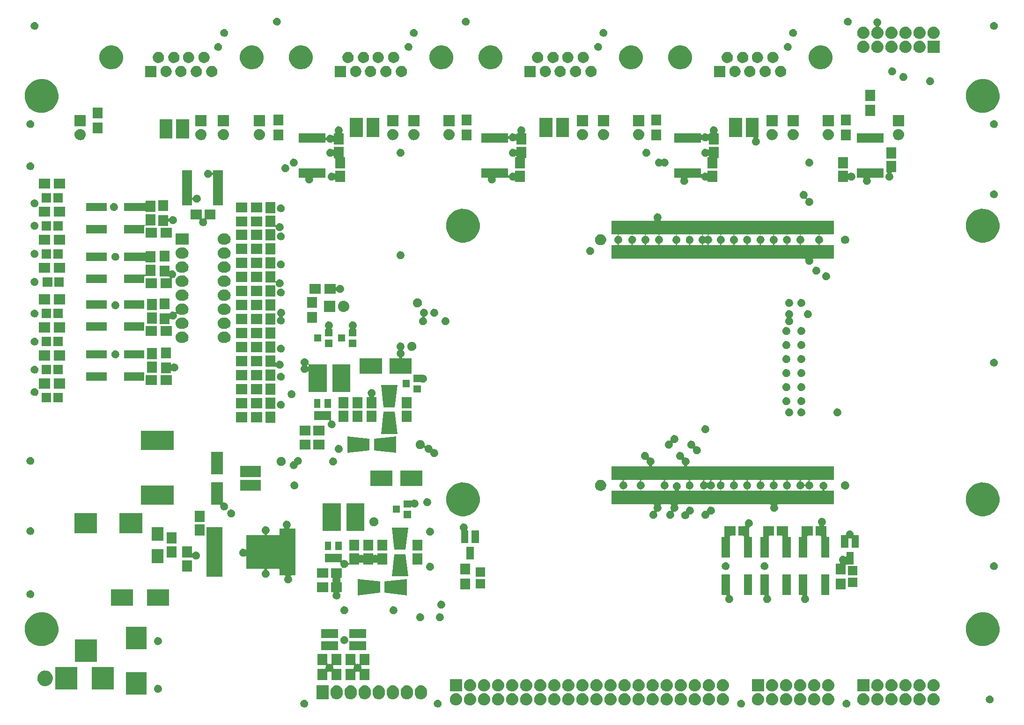
<source format=gbr>
G04 #@! TF.FileFunction,Soldermask,Top*
%FSLAX46Y46*%
G04 Gerber Fmt 4.6, Leading zero omitted, Abs format (unit mm)*
G04 Created by KiCad (PCBNEW 4.0.2-stable) date Pá 22. duben 2016, 03:40:40 CEST*
%MOMM*%
G01*
G04 APERTURE LIST*
%ADD10C,0.100000*%
G04 APERTURE END LIST*
D10*
G36*
X51382702Y-124511268D02*
X51519329Y-124539313D01*
X51647899Y-124593360D01*
X51763535Y-124671357D01*
X51861812Y-124770322D01*
X51938997Y-124886496D01*
X51992146Y-125015444D01*
X52019062Y-125151381D01*
X52019062Y-125151412D01*
X52019230Y-125152263D01*
X52017006Y-125311568D01*
X52016813Y-125312416D01*
X52016813Y-125312444D01*
X51986112Y-125447578D01*
X51929381Y-125574995D01*
X51848987Y-125688962D01*
X51747981Y-125785150D01*
X51630216Y-125859885D01*
X51500181Y-125910321D01*
X51362828Y-125934541D01*
X51223382Y-125931620D01*
X51087163Y-125901670D01*
X50959354Y-125845832D01*
X50844823Y-125766230D01*
X50747935Y-125665901D01*
X50672383Y-125548665D01*
X50621038Y-125418983D01*
X50595860Y-125281799D01*
X50597807Y-125142338D01*
X50626805Y-125005911D01*
X50681750Y-124877715D01*
X50760548Y-124762634D01*
X50860200Y-124665048D01*
X50976907Y-124588677D01*
X51106226Y-124536429D01*
X51243227Y-124510294D01*
X51382702Y-124511268D01*
X51382702Y-124511268D01*
G37*
G36*
X75512702Y-124511268D02*
X75649329Y-124539313D01*
X75777899Y-124593360D01*
X75893535Y-124671357D01*
X75991812Y-124770322D01*
X76068997Y-124886496D01*
X76122146Y-125015444D01*
X76149062Y-125151381D01*
X76149062Y-125151412D01*
X76149230Y-125152263D01*
X76147006Y-125311568D01*
X76146813Y-125312416D01*
X76146813Y-125312444D01*
X76116112Y-125447578D01*
X76059381Y-125574995D01*
X75978987Y-125688962D01*
X75877981Y-125785150D01*
X75760216Y-125859885D01*
X75630181Y-125910321D01*
X75492828Y-125934541D01*
X75353382Y-125931620D01*
X75217163Y-125901670D01*
X75089354Y-125845832D01*
X74974823Y-125766230D01*
X74877935Y-125665901D01*
X74802383Y-125548665D01*
X74751038Y-125418983D01*
X74725860Y-125281799D01*
X74727807Y-125142338D01*
X74756805Y-125005911D01*
X74811750Y-124877715D01*
X74890548Y-124762634D01*
X74990200Y-124665048D01*
X75106907Y-124588677D01*
X75236226Y-124536429D01*
X75373227Y-124510294D01*
X75512702Y-124511268D01*
X75512702Y-124511268D01*
G37*
G36*
X130376702Y-124511268D02*
X130513329Y-124539313D01*
X130641899Y-124593360D01*
X130757535Y-124671357D01*
X130855812Y-124770322D01*
X130932997Y-124886496D01*
X130986146Y-125015444D01*
X131013062Y-125151381D01*
X131013062Y-125151412D01*
X131013230Y-125152263D01*
X131011006Y-125311568D01*
X131010813Y-125312416D01*
X131010813Y-125312444D01*
X130980112Y-125447578D01*
X130923381Y-125574995D01*
X130842987Y-125688962D01*
X130741981Y-125785150D01*
X130624216Y-125859885D01*
X130494181Y-125910321D01*
X130356828Y-125934541D01*
X130217382Y-125931620D01*
X130081163Y-125901670D01*
X129953354Y-125845832D01*
X129838823Y-125766230D01*
X129741935Y-125665901D01*
X129666383Y-125548665D01*
X129615038Y-125418983D01*
X129589860Y-125281799D01*
X129591807Y-125142338D01*
X129620805Y-125005911D01*
X129675750Y-124877715D01*
X129754548Y-124762634D01*
X129854200Y-124665048D01*
X129970907Y-124588677D01*
X130100226Y-124536429D01*
X130237227Y-124510294D01*
X130376702Y-124511268D01*
X130376702Y-124511268D01*
G37*
G36*
X149426702Y-124511268D02*
X149563329Y-124539313D01*
X149691899Y-124593360D01*
X149807535Y-124671357D01*
X149905812Y-124770322D01*
X149982997Y-124886496D01*
X150036146Y-125015444D01*
X150063062Y-125151381D01*
X150063062Y-125151412D01*
X150063230Y-125152263D01*
X150061006Y-125311568D01*
X150060813Y-125312416D01*
X150060813Y-125312444D01*
X150030112Y-125447578D01*
X149973381Y-125574995D01*
X149892987Y-125688962D01*
X149791981Y-125785150D01*
X149674216Y-125859885D01*
X149544181Y-125910321D01*
X149406828Y-125934541D01*
X149267382Y-125931620D01*
X149131163Y-125901670D01*
X149003354Y-125845832D01*
X148888823Y-125766230D01*
X148791935Y-125665901D01*
X148716383Y-125548665D01*
X148665038Y-125418983D01*
X148639860Y-125281799D01*
X148641807Y-125142338D01*
X148670805Y-125005911D01*
X148725750Y-124877715D01*
X148804548Y-124762634D01*
X148904200Y-124665048D01*
X149020907Y-124588677D01*
X149150226Y-124536429D01*
X149287227Y-124510294D01*
X149426702Y-124511268D01*
X149426702Y-124511268D01*
G37*
G36*
X133365855Y-123342472D02*
X133365864Y-123342473D01*
X133371012Y-123342509D01*
X133587770Y-123366822D01*
X133795677Y-123432774D01*
X133986815Y-123537853D01*
X134153903Y-123678056D01*
X134290576Y-123848043D01*
X134391629Y-124041340D01*
X134453212Y-124250583D01*
X134453220Y-124250669D01*
X134453229Y-124250700D01*
X134472986Y-124467798D01*
X134450199Y-124684603D01*
X134450191Y-124684628D01*
X134450181Y-124684725D01*
X134385682Y-124893087D01*
X134281940Y-125084954D01*
X134142907Y-125253016D01*
X133973878Y-125390873D01*
X133781292Y-125493273D01*
X133572484Y-125556315D01*
X133355408Y-125577600D01*
X133344431Y-125577600D01*
X133334145Y-125577528D01*
X133334136Y-125577527D01*
X133328988Y-125577491D01*
X133112230Y-125553178D01*
X132904323Y-125487226D01*
X132713185Y-125382147D01*
X132546097Y-125241944D01*
X132409424Y-125071957D01*
X132308371Y-124878660D01*
X132246788Y-124669417D01*
X132246780Y-124669331D01*
X132246771Y-124669300D01*
X132227014Y-124452202D01*
X132249801Y-124235397D01*
X132249809Y-124235372D01*
X132249819Y-124235275D01*
X132314318Y-124026913D01*
X132418060Y-123835046D01*
X132557093Y-123666984D01*
X132726122Y-123529127D01*
X132918708Y-123426727D01*
X133127516Y-123363685D01*
X133344592Y-123342400D01*
X133355569Y-123342400D01*
X133365855Y-123342472D01*
X133365855Y-123342472D01*
G37*
G36*
X111775855Y-123342472D02*
X111775864Y-123342473D01*
X111781012Y-123342509D01*
X111997770Y-123366822D01*
X112205677Y-123432774D01*
X112396815Y-123537853D01*
X112563903Y-123678056D01*
X112700576Y-123848043D01*
X112801629Y-124041340D01*
X112863212Y-124250583D01*
X112863220Y-124250669D01*
X112863229Y-124250700D01*
X112882986Y-124467798D01*
X112860199Y-124684603D01*
X112860191Y-124684628D01*
X112860181Y-124684725D01*
X112795682Y-124893087D01*
X112691940Y-125084954D01*
X112552907Y-125253016D01*
X112383878Y-125390873D01*
X112191292Y-125493273D01*
X111982484Y-125556315D01*
X111765408Y-125577600D01*
X111754431Y-125577600D01*
X111744145Y-125577528D01*
X111744136Y-125577527D01*
X111738988Y-125577491D01*
X111522230Y-125553178D01*
X111314323Y-125487226D01*
X111123185Y-125382147D01*
X110956097Y-125241944D01*
X110819424Y-125071957D01*
X110718371Y-124878660D01*
X110656788Y-124669417D01*
X110656780Y-124669331D01*
X110656771Y-124669300D01*
X110637014Y-124452202D01*
X110659801Y-124235397D01*
X110659809Y-124235372D01*
X110659819Y-124235275D01*
X110724318Y-124026913D01*
X110828060Y-123835046D01*
X110967093Y-123666984D01*
X111136122Y-123529127D01*
X111328708Y-123426727D01*
X111537516Y-123363685D01*
X111754592Y-123342400D01*
X111765569Y-123342400D01*
X111775855Y-123342472D01*
X111775855Y-123342472D01*
G37*
G36*
X160035855Y-123342472D02*
X160035864Y-123342473D01*
X160041012Y-123342509D01*
X160257770Y-123366822D01*
X160465677Y-123432774D01*
X160656815Y-123537853D01*
X160823903Y-123678056D01*
X160960576Y-123848043D01*
X161061629Y-124041340D01*
X161123212Y-124250583D01*
X161123220Y-124250669D01*
X161123229Y-124250700D01*
X161142986Y-124467798D01*
X161120199Y-124684603D01*
X161120191Y-124684628D01*
X161120181Y-124684725D01*
X161055682Y-124893087D01*
X160951940Y-125084954D01*
X160812907Y-125253016D01*
X160643878Y-125390873D01*
X160451292Y-125493273D01*
X160242484Y-125556315D01*
X160025408Y-125577600D01*
X160014431Y-125577600D01*
X160004145Y-125577528D01*
X160004136Y-125577527D01*
X159998988Y-125577491D01*
X159782230Y-125553178D01*
X159574323Y-125487226D01*
X159383185Y-125382147D01*
X159216097Y-125241944D01*
X159079424Y-125071957D01*
X158978371Y-124878660D01*
X158916788Y-124669417D01*
X158916780Y-124669331D01*
X158916771Y-124669300D01*
X158897014Y-124452202D01*
X158919801Y-124235397D01*
X158919809Y-124235372D01*
X158919819Y-124235275D01*
X158984318Y-124026913D01*
X159088060Y-123835046D01*
X159227093Y-123666984D01*
X159396122Y-123529127D01*
X159588708Y-123426727D01*
X159797516Y-123363685D01*
X160014592Y-123342400D01*
X160025569Y-123342400D01*
X160035855Y-123342472D01*
X160035855Y-123342472D01*
G37*
G36*
X135905855Y-123342472D02*
X135905864Y-123342473D01*
X135911012Y-123342509D01*
X136127770Y-123366822D01*
X136335677Y-123432774D01*
X136526815Y-123537853D01*
X136693903Y-123678056D01*
X136830576Y-123848043D01*
X136931629Y-124041340D01*
X136993212Y-124250583D01*
X136993220Y-124250669D01*
X136993229Y-124250700D01*
X137012986Y-124467798D01*
X136990199Y-124684603D01*
X136990191Y-124684628D01*
X136990181Y-124684725D01*
X136925682Y-124893087D01*
X136821940Y-125084954D01*
X136682907Y-125253016D01*
X136513878Y-125390873D01*
X136321292Y-125493273D01*
X136112484Y-125556315D01*
X135895408Y-125577600D01*
X135884431Y-125577600D01*
X135874145Y-125577528D01*
X135874136Y-125577527D01*
X135868988Y-125577491D01*
X135652230Y-125553178D01*
X135444323Y-125487226D01*
X135253185Y-125382147D01*
X135086097Y-125241944D01*
X134949424Y-125071957D01*
X134848371Y-124878660D01*
X134786788Y-124669417D01*
X134786780Y-124669331D01*
X134786771Y-124669300D01*
X134767014Y-124452202D01*
X134789801Y-124235397D01*
X134789809Y-124235372D01*
X134789819Y-124235275D01*
X134854318Y-124026913D01*
X134958060Y-123835046D01*
X135097093Y-123666984D01*
X135266122Y-123529127D01*
X135458708Y-123426727D01*
X135667516Y-123363685D01*
X135884592Y-123342400D01*
X135895569Y-123342400D01*
X135905855Y-123342472D01*
X135905855Y-123342472D01*
G37*
G36*
X138445855Y-123342472D02*
X138445864Y-123342473D01*
X138451012Y-123342509D01*
X138667770Y-123366822D01*
X138875677Y-123432774D01*
X139066815Y-123537853D01*
X139233903Y-123678056D01*
X139370576Y-123848043D01*
X139471629Y-124041340D01*
X139533212Y-124250583D01*
X139533220Y-124250669D01*
X139533229Y-124250700D01*
X139552986Y-124467798D01*
X139530199Y-124684603D01*
X139530191Y-124684628D01*
X139530181Y-124684725D01*
X139465682Y-124893087D01*
X139361940Y-125084954D01*
X139222907Y-125253016D01*
X139053878Y-125390873D01*
X138861292Y-125493273D01*
X138652484Y-125556315D01*
X138435408Y-125577600D01*
X138424431Y-125577600D01*
X138414145Y-125577528D01*
X138414136Y-125577527D01*
X138408988Y-125577491D01*
X138192230Y-125553178D01*
X137984323Y-125487226D01*
X137793185Y-125382147D01*
X137626097Y-125241944D01*
X137489424Y-125071957D01*
X137388371Y-124878660D01*
X137326788Y-124669417D01*
X137326780Y-124669331D01*
X137326771Y-124669300D01*
X137307014Y-124452202D01*
X137329801Y-124235397D01*
X137329809Y-124235372D01*
X137329819Y-124235275D01*
X137394318Y-124026913D01*
X137498060Y-123835046D01*
X137637093Y-123666984D01*
X137806122Y-123529127D01*
X137998708Y-123426727D01*
X138207516Y-123363685D01*
X138424592Y-123342400D01*
X138435569Y-123342400D01*
X138445855Y-123342472D01*
X138445855Y-123342472D01*
G37*
G36*
X157495855Y-123342472D02*
X157495864Y-123342473D01*
X157501012Y-123342509D01*
X157717770Y-123366822D01*
X157925677Y-123432774D01*
X158116815Y-123537853D01*
X158283903Y-123678056D01*
X158420576Y-123848043D01*
X158521629Y-124041340D01*
X158583212Y-124250583D01*
X158583220Y-124250669D01*
X158583229Y-124250700D01*
X158602986Y-124467798D01*
X158580199Y-124684603D01*
X158580191Y-124684628D01*
X158580181Y-124684725D01*
X158515682Y-124893087D01*
X158411940Y-125084954D01*
X158272907Y-125253016D01*
X158103878Y-125390873D01*
X157911292Y-125493273D01*
X157702484Y-125556315D01*
X157485408Y-125577600D01*
X157474431Y-125577600D01*
X157464145Y-125577528D01*
X157464136Y-125577527D01*
X157458988Y-125577491D01*
X157242230Y-125553178D01*
X157034323Y-125487226D01*
X156843185Y-125382147D01*
X156676097Y-125241944D01*
X156539424Y-125071957D01*
X156438371Y-124878660D01*
X156376788Y-124669417D01*
X156376780Y-124669331D01*
X156376771Y-124669300D01*
X156357014Y-124452202D01*
X156379801Y-124235397D01*
X156379809Y-124235372D01*
X156379819Y-124235275D01*
X156444318Y-124026913D01*
X156548060Y-123835046D01*
X156687093Y-123666984D01*
X156856122Y-123529127D01*
X157048708Y-123426727D01*
X157257516Y-123363685D01*
X157474592Y-123342400D01*
X157485569Y-123342400D01*
X157495855Y-123342472D01*
X157495855Y-123342472D01*
G37*
G36*
X140985855Y-123342472D02*
X140985864Y-123342473D01*
X140991012Y-123342509D01*
X141207770Y-123366822D01*
X141415677Y-123432774D01*
X141606815Y-123537853D01*
X141773903Y-123678056D01*
X141910576Y-123848043D01*
X142011629Y-124041340D01*
X142073212Y-124250583D01*
X142073220Y-124250669D01*
X142073229Y-124250700D01*
X142092986Y-124467798D01*
X142070199Y-124684603D01*
X142070191Y-124684628D01*
X142070181Y-124684725D01*
X142005682Y-124893087D01*
X141901940Y-125084954D01*
X141762907Y-125253016D01*
X141593878Y-125390873D01*
X141401292Y-125493273D01*
X141192484Y-125556315D01*
X140975408Y-125577600D01*
X140964431Y-125577600D01*
X140954145Y-125577528D01*
X140954136Y-125577527D01*
X140948988Y-125577491D01*
X140732230Y-125553178D01*
X140524323Y-125487226D01*
X140333185Y-125382147D01*
X140166097Y-125241944D01*
X140029424Y-125071957D01*
X139928371Y-124878660D01*
X139866788Y-124669417D01*
X139866780Y-124669331D01*
X139866771Y-124669300D01*
X139847014Y-124452202D01*
X139869801Y-124235397D01*
X139869809Y-124235372D01*
X139869819Y-124235275D01*
X139934318Y-124026913D01*
X140038060Y-123835046D01*
X140177093Y-123666984D01*
X140346122Y-123529127D01*
X140538708Y-123426727D01*
X140747516Y-123363685D01*
X140964592Y-123342400D01*
X140975569Y-123342400D01*
X140985855Y-123342472D01*
X140985855Y-123342472D01*
G37*
G36*
X83835855Y-123342472D02*
X83835864Y-123342473D01*
X83841012Y-123342509D01*
X84057770Y-123366822D01*
X84265677Y-123432774D01*
X84456815Y-123537853D01*
X84623903Y-123678056D01*
X84760576Y-123848043D01*
X84861629Y-124041340D01*
X84923212Y-124250583D01*
X84923220Y-124250669D01*
X84923229Y-124250700D01*
X84942986Y-124467798D01*
X84920199Y-124684603D01*
X84920191Y-124684628D01*
X84920181Y-124684725D01*
X84855682Y-124893087D01*
X84751940Y-125084954D01*
X84612907Y-125253016D01*
X84443878Y-125390873D01*
X84251292Y-125493273D01*
X84042484Y-125556315D01*
X83825408Y-125577600D01*
X83814431Y-125577600D01*
X83804145Y-125577528D01*
X83804136Y-125577527D01*
X83798988Y-125577491D01*
X83582230Y-125553178D01*
X83374323Y-125487226D01*
X83183185Y-125382147D01*
X83016097Y-125241944D01*
X82879424Y-125071957D01*
X82778371Y-124878660D01*
X82716788Y-124669417D01*
X82716780Y-124669331D01*
X82716771Y-124669300D01*
X82697014Y-124452202D01*
X82719801Y-124235397D01*
X82719809Y-124235372D01*
X82719819Y-124235275D01*
X82784318Y-124026913D01*
X82888060Y-123835046D01*
X83027093Y-123666984D01*
X83196122Y-123529127D01*
X83388708Y-123426727D01*
X83597516Y-123363685D01*
X83814592Y-123342400D01*
X83825569Y-123342400D01*
X83835855Y-123342472D01*
X83835855Y-123342472D01*
G37*
G36*
X154955855Y-123342472D02*
X154955864Y-123342473D01*
X154961012Y-123342509D01*
X155177770Y-123366822D01*
X155385677Y-123432774D01*
X155576815Y-123537853D01*
X155743903Y-123678056D01*
X155880576Y-123848043D01*
X155981629Y-124041340D01*
X156043212Y-124250583D01*
X156043220Y-124250669D01*
X156043229Y-124250700D01*
X156062986Y-124467798D01*
X156040199Y-124684603D01*
X156040191Y-124684628D01*
X156040181Y-124684725D01*
X155975682Y-124893087D01*
X155871940Y-125084954D01*
X155732907Y-125253016D01*
X155563878Y-125390873D01*
X155371292Y-125493273D01*
X155162484Y-125556315D01*
X154945408Y-125577600D01*
X154934431Y-125577600D01*
X154924145Y-125577528D01*
X154924136Y-125577527D01*
X154918988Y-125577491D01*
X154702230Y-125553178D01*
X154494323Y-125487226D01*
X154303185Y-125382147D01*
X154136097Y-125241944D01*
X153999424Y-125071957D01*
X153898371Y-124878660D01*
X153836788Y-124669417D01*
X153836780Y-124669331D01*
X153836771Y-124669300D01*
X153817014Y-124452202D01*
X153839801Y-124235397D01*
X153839809Y-124235372D01*
X153839819Y-124235275D01*
X153904318Y-124026913D01*
X154008060Y-123835046D01*
X154147093Y-123666984D01*
X154316122Y-123529127D01*
X154508708Y-123426727D01*
X154717516Y-123363685D01*
X154934592Y-123342400D01*
X154945569Y-123342400D01*
X154955855Y-123342472D01*
X154955855Y-123342472D01*
G37*
G36*
X146065855Y-123342472D02*
X146065864Y-123342473D01*
X146071012Y-123342509D01*
X146287770Y-123366822D01*
X146495677Y-123432774D01*
X146686815Y-123537853D01*
X146853903Y-123678056D01*
X146990576Y-123848043D01*
X147091629Y-124041340D01*
X147153212Y-124250583D01*
X147153220Y-124250669D01*
X147153229Y-124250700D01*
X147172986Y-124467798D01*
X147150199Y-124684603D01*
X147150191Y-124684628D01*
X147150181Y-124684725D01*
X147085682Y-124893087D01*
X146981940Y-125084954D01*
X146842907Y-125253016D01*
X146673878Y-125390873D01*
X146481292Y-125493273D01*
X146272484Y-125556315D01*
X146055408Y-125577600D01*
X146044431Y-125577600D01*
X146034145Y-125577528D01*
X146034136Y-125577527D01*
X146028988Y-125577491D01*
X145812230Y-125553178D01*
X145604323Y-125487226D01*
X145413185Y-125382147D01*
X145246097Y-125241944D01*
X145109424Y-125071957D01*
X145008371Y-124878660D01*
X144946788Y-124669417D01*
X144946780Y-124669331D01*
X144946771Y-124669300D01*
X144927014Y-124452202D01*
X144949801Y-124235397D01*
X144949809Y-124235372D01*
X144949819Y-124235275D01*
X145014318Y-124026913D01*
X145118060Y-123835046D01*
X145257093Y-123666984D01*
X145426122Y-123529127D01*
X145618708Y-123426727D01*
X145827516Y-123363685D01*
X146044592Y-123342400D01*
X146055569Y-123342400D01*
X146065855Y-123342472D01*
X146065855Y-123342472D01*
G37*
G36*
X127015855Y-123342472D02*
X127015864Y-123342473D01*
X127021012Y-123342509D01*
X127237770Y-123366822D01*
X127445677Y-123432774D01*
X127636815Y-123537853D01*
X127803903Y-123678056D01*
X127940576Y-123848043D01*
X128041629Y-124041340D01*
X128103212Y-124250583D01*
X128103220Y-124250669D01*
X128103229Y-124250700D01*
X128122986Y-124467798D01*
X128100199Y-124684603D01*
X128100191Y-124684628D01*
X128100181Y-124684725D01*
X128035682Y-124893087D01*
X127931940Y-125084954D01*
X127792907Y-125253016D01*
X127623878Y-125390873D01*
X127431292Y-125493273D01*
X127222484Y-125556315D01*
X127005408Y-125577600D01*
X126994431Y-125577600D01*
X126984145Y-125577528D01*
X126984136Y-125577527D01*
X126978988Y-125577491D01*
X126762230Y-125553178D01*
X126554323Y-125487226D01*
X126363185Y-125382147D01*
X126196097Y-125241944D01*
X126059424Y-125071957D01*
X125958371Y-124878660D01*
X125896788Y-124669417D01*
X125896780Y-124669331D01*
X125896771Y-124669300D01*
X125877014Y-124452202D01*
X125899801Y-124235397D01*
X125899809Y-124235372D01*
X125899819Y-124235275D01*
X125964318Y-124026913D01*
X126068060Y-123835046D01*
X126207093Y-123666984D01*
X126376122Y-123529127D01*
X126568708Y-123426727D01*
X126777516Y-123363685D01*
X126994592Y-123342400D01*
X127005569Y-123342400D01*
X127015855Y-123342472D01*
X127015855Y-123342472D01*
G37*
G36*
X124475855Y-123342472D02*
X124475864Y-123342473D01*
X124481012Y-123342509D01*
X124697770Y-123366822D01*
X124905677Y-123432774D01*
X125096815Y-123537853D01*
X125263903Y-123678056D01*
X125400576Y-123848043D01*
X125501629Y-124041340D01*
X125563212Y-124250583D01*
X125563220Y-124250669D01*
X125563229Y-124250700D01*
X125582986Y-124467798D01*
X125560199Y-124684603D01*
X125560191Y-124684628D01*
X125560181Y-124684725D01*
X125495682Y-124893087D01*
X125391940Y-125084954D01*
X125252907Y-125253016D01*
X125083878Y-125390873D01*
X124891292Y-125493273D01*
X124682484Y-125556315D01*
X124465408Y-125577600D01*
X124454431Y-125577600D01*
X124444145Y-125577528D01*
X124444136Y-125577527D01*
X124438988Y-125577491D01*
X124222230Y-125553178D01*
X124014323Y-125487226D01*
X123823185Y-125382147D01*
X123656097Y-125241944D01*
X123519424Y-125071957D01*
X123418371Y-124878660D01*
X123356788Y-124669417D01*
X123356780Y-124669331D01*
X123356771Y-124669300D01*
X123337014Y-124452202D01*
X123359801Y-124235397D01*
X123359809Y-124235372D01*
X123359819Y-124235275D01*
X123424318Y-124026913D01*
X123528060Y-123835046D01*
X123667093Y-123666984D01*
X123836122Y-123529127D01*
X124028708Y-123426727D01*
X124237516Y-123363685D01*
X124454592Y-123342400D01*
X124465569Y-123342400D01*
X124475855Y-123342472D01*
X124475855Y-123342472D01*
G37*
G36*
X152415855Y-123342472D02*
X152415864Y-123342473D01*
X152421012Y-123342509D01*
X152637770Y-123366822D01*
X152845677Y-123432774D01*
X153036815Y-123537853D01*
X153203903Y-123678056D01*
X153340576Y-123848043D01*
X153441629Y-124041340D01*
X153503212Y-124250583D01*
X153503220Y-124250669D01*
X153503229Y-124250700D01*
X153522986Y-124467798D01*
X153500199Y-124684603D01*
X153500191Y-124684628D01*
X153500181Y-124684725D01*
X153435682Y-124893087D01*
X153331940Y-125084954D01*
X153192907Y-125253016D01*
X153023878Y-125390873D01*
X152831292Y-125493273D01*
X152622484Y-125556315D01*
X152405408Y-125577600D01*
X152394431Y-125577600D01*
X152384145Y-125577528D01*
X152384136Y-125577527D01*
X152378988Y-125577491D01*
X152162230Y-125553178D01*
X151954323Y-125487226D01*
X151763185Y-125382147D01*
X151596097Y-125241944D01*
X151459424Y-125071957D01*
X151358371Y-124878660D01*
X151296788Y-124669417D01*
X151296780Y-124669331D01*
X151296771Y-124669300D01*
X151277014Y-124452202D01*
X151299801Y-124235397D01*
X151299809Y-124235372D01*
X151299819Y-124235275D01*
X151364318Y-124026913D01*
X151468060Y-123835046D01*
X151607093Y-123666984D01*
X151776122Y-123529127D01*
X151968708Y-123426727D01*
X152177516Y-123363685D01*
X152394592Y-123342400D01*
X152405569Y-123342400D01*
X152415855Y-123342472D01*
X152415855Y-123342472D01*
G37*
G36*
X121935855Y-123342472D02*
X121935864Y-123342473D01*
X121941012Y-123342509D01*
X122157770Y-123366822D01*
X122365677Y-123432774D01*
X122556815Y-123537853D01*
X122723903Y-123678056D01*
X122860576Y-123848043D01*
X122961629Y-124041340D01*
X123023212Y-124250583D01*
X123023220Y-124250669D01*
X123023229Y-124250700D01*
X123042986Y-124467798D01*
X123020199Y-124684603D01*
X123020191Y-124684628D01*
X123020181Y-124684725D01*
X122955682Y-124893087D01*
X122851940Y-125084954D01*
X122712907Y-125253016D01*
X122543878Y-125390873D01*
X122351292Y-125493273D01*
X122142484Y-125556315D01*
X121925408Y-125577600D01*
X121914431Y-125577600D01*
X121904145Y-125577528D01*
X121904136Y-125577527D01*
X121898988Y-125577491D01*
X121682230Y-125553178D01*
X121474323Y-125487226D01*
X121283185Y-125382147D01*
X121116097Y-125241944D01*
X120979424Y-125071957D01*
X120878371Y-124878660D01*
X120816788Y-124669417D01*
X120816780Y-124669331D01*
X120816771Y-124669300D01*
X120797014Y-124452202D01*
X120819801Y-124235397D01*
X120819809Y-124235372D01*
X120819819Y-124235275D01*
X120884318Y-124026913D01*
X120988060Y-123835046D01*
X121127093Y-123666984D01*
X121296122Y-123529127D01*
X121488708Y-123426727D01*
X121697516Y-123363685D01*
X121914592Y-123342400D01*
X121925569Y-123342400D01*
X121935855Y-123342472D01*
X121935855Y-123342472D01*
G37*
G36*
X119395855Y-123342472D02*
X119395864Y-123342473D01*
X119401012Y-123342509D01*
X119617770Y-123366822D01*
X119825677Y-123432774D01*
X120016815Y-123537853D01*
X120183903Y-123678056D01*
X120320576Y-123848043D01*
X120421629Y-124041340D01*
X120483212Y-124250583D01*
X120483220Y-124250669D01*
X120483229Y-124250700D01*
X120502986Y-124467798D01*
X120480199Y-124684603D01*
X120480191Y-124684628D01*
X120480181Y-124684725D01*
X120415682Y-124893087D01*
X120311940Y-125084954D01*
X120172907Y-125253016D01*
X120003878Y-125390873D01*
X119811292Y-125493273D01*
X119602484Y-125556315D01*
X119385408Y-125577600D01*
X119374431Y-125577600D01*
X119364145Y-125577528D01*
X119364136Y-125577527D01*
X119358988Y-125577491D01*
X119142230Y-125553178D01*
X118934323Y-125487226D01*
X118743185Y-125382147D01*
X118576097Y-125241944D01*
X118439424Y-125071957D01*
X118338371Y-124878660D01*
X118276788Y-124669417D01*
X118276780Y-124669331D01*
X118276771Y-124669300D01*
X118257014Y-124452202D01*
X118279801Y-124235397D01*
X118279809Y-124235372D01*
X118279819Y-124235275D01*
X118344318Y-124026913D01*
X118448060Y-123835046D01*
X118587093Y-123666984D01*
X118756122Y-123529127D01*
X118948708Y-123426727D01*
X119157516Y-123363685D01*
X119374592Y-123342400D01*
X119385569Y-123342400D01*
X119395855Y-123342472D01*
X119395855Y-123342472D01*
G37*
G36*
X116855855Y-123342472D02*
X116855864Y-123342473D01*
X116861012Y-123342509D01*
X117077770Y-123366822D01*
X117285677Y-123432774D01*
X117476815Y-123537853D01*
X117643903Y-123678056D01*
X117780576Y-123848043D01*
X117881629Y-124041340D01*
X117943212Y-124250583D01*
X117943220Y-124250669D01*
X117943229Y-124250700D01*
X117962986Y-124467798D01*
X117940199Y-124684603D01*
X117940191Y-124684628D01*
X117940181Y-124684725D01*
X117875682Y-124893087D01*
X117771940Y-125084954D01*
X117632907Y-125253016D01*
X117463878Y-125390873D01*
X117271292Y-125493273D01*
X117062484Y-125556315D01*
X116845408Y-125577600D01*
X116834431Y-125577600D01*
X116824145Y-125577528D01*
X116824136Y-125577527D01*
X116818988Y-125577491D01*
X116602230Y-125553178D01*
X116394323Y-125487226D01*
X116203185Y-125382147D01*
X116036097Y-125241944D01*
X115899424Y-125071957D01*
X115798371Y-124878660D01*
X115736788Y-124669417D01*
X115736780Y-124669331D01*
X115736771Y-124669300D01*
X115717014Y-124452202D01*
X115739801Y-124235397D01*
X115739809Y-124235372D01*
X115739819Y-124235275D01*
X115804318Y-124026913D01*
X115908060Y-123835046D01*
X116047093Y-123666984D01*
X116216122Y-123529127D01*
X116408708Y-123426727D01*
X116617516Y-123363685D01*
X116834592Y-123342400D01*
X116845569Y-123342400D01*
X116855855Y-123342472D01*
X116855855Y-123342472D01*
G37*
G36*
X99075855Y-123342472D02*
X99075864Y-123342473D01*
X99081012Y-123342509D01*
X99297770Y-123366822D01*
X99505677Y-123432774D01*
X99696815Y-123537853D01*
X99863903Y-123678056D01*
X100000576Y-123848043D01*
X100101629Y-124041340D01*
X100163212Y-124250583D01*
X100163220Y-124250669D01*
X100163229Y-124250700D01*
X100182986Y-124467798D01*
X100160199Y-124684603D01*
X100160191Y-124684628D01*
X100160181Y-124684725D01*
X100095682Y-124893087D01*
X99991940Y-125084954D01*
X99852907Y-125253016D01*
X99683878Y-125390873D01*
X99491292Y-125493273D01*
X99282484Y-125556315D01*
X99065408Y-125577600D01*
X99054431Y-125577600D01*
X99044145Y-125577528D01*
X99044136Y-125577527D01*
X99038988Y-125577491D01*
X98822230Y-125553178D01*
X98614323Y-125487226D01*
X98423185Y-125382147D01*
X98256097Y-125241944D01*
X98119424Y-125071957D01*
X98018371Y-124878660D01*
X97956788Y-124669417D01*
X97956780Y-124669331D01*
X97956771Y-124669300D01*
X97937014Y-124452202D01*
X97959801Y-124235397D01*
X97959809Y-124235372D01*
X97959819Y-124235275D01*
X98024318Y-124026913D01*
X98128060Y-123835046D01*
X98267093Y-123666984D01*
X98436122Y-123529127D01*
X98628708Y-123426727D01*
X98837516Y-123363685D01*
X99054592Y-123342400D01*
X99065569Y-123342400D01*
X99075855Y-123342472D01*
X99075855Y-123342472D01*
G37*
G36*
X165115855Y-123342472D02*
X165115864Y-123342473D01*
X165121012Y-123342509D01*
X165337770Y-123366822D01*
X165545677Y-123432774D01*
X165736815Y-123537853D01*
X165903903Y-123678056D01*
X166040576Y-123848043D01*
X166141629Y-124041340D01*
X166203212Y-124250583D01*
X166203220Y-124250669D01*
X166203229Y-124250700D01*
X166222986Y-124467798D01*
X166200199Y-124684603D01*
X166200191Y-124684628D01*
X166200181Y-124684725D01*
X166135682Y-124893087D01*
X166031940Y-125084954D01*
X165892907Y-125253016D01*
X165723878Y-125390873D01*
X165531292Y-125493273D01*
X165322484Y-125556315D01*
X165105408Y-125577600D01*
X165094431Y-125577600D01*
X165084145Y-125577528D01*
X165084136Y-125577527D01*
X165078988Y-125577491D01*
X164862230Y-125553178D01*
X164654323Y-125487226D01*
X164463185Y-125382147D01*
X164296097Y-125241944D01*
X164159424Y-125071957D01*
X164058371Y-124878660D01*
X163996788Y-124669417D01*
X163996780Y-124669331D01*
X163996771Y-124669300D01*
X163977014Y-124452202D01*
X163999801Y-124235397D01*
X163999809Y-124235372D01*
X163999819Y-124235275D01*
X164064318Y-124026913D01*
X164168060Y-123835046D01*
X164307093Y-123666984D01*
X164476122Y-123529127D01*
X164668708Y-123426727D01*
X164877516Y-123363685D01*
X165094592Y-123342400D01*
X165105569Y-123342400D01*
X165115855Y-123342472D01*
X165115855Y-123342472D01*
G37*
G36*
X114315855Y-123342472D02*
X114315864Y-123342473D01*
X114321012Y-123342509D01*
X114537770Y-123366822D01*
X114745677Y-123432774D01*
X114936815Y-123537853D01*
X115103903Y-123678056D01*
X115240576Y-123848043D01*
X115341629Y-124041340D01*
X115403212Y-124250583D01*
X115403220Y-124250669D01*
X115403229Y-124250700D01*
X115422986Y-124467798D01*
X115400199Y-124684603D01*
X115400191Y-124684628D01*
X115400181Y-124684725D01*
X115335682Y-124893087D01*
X115231940Y-125084954D01*
X115092907Y-125253016D01*
X114923878Y-125390873D01*
X114731292Y-125493273D01*
X114522484Y-125556315D01*
X114305408Y-125577600D01*
X114294431Y-125577600D01*
X114284145Y-125577528D01*
X114284136Y-125577527D01*
X114278988Y-125577491D01*
X114062230Y-125553178D01*
X113854323Y-125487226D01*
X113663185Y-125382147D01*
X113496097Y-125241944D01*
X113359424Y-125071957D01*
X113258371Y-124878660D01*
X113196788Y-124669417D01*
X113196780Y-124669331D01*
X113196771Y-124669300D01*
X113177014Y-124452202D01*
X113199801Y-124235397D01*
X113199809Y-124235372D01*
X113199819Y-124235275D01*
X113264318Y-124026913D01*
X113368060Y-123835046D01*
X113507093Y-123666984D01*
X113676122Y-123529127D01*
X113868708Y-123426727D01*
X114077516Y-123363685D01*
X114294592Y-123342400D01*
X114305569Y-123342400D01*
X114315855Y-123342472D01*
X114315855Y-123342472D01*
G37*
G36*
X109235855Y-123342472D02*
X109235864Y-123342473D01*
X109241012Y-123342509D01*
X109457770Y-123366822D01*
X109665677Y-123432774D01*
X109856815Y-123537853D01*
X110023903Y-123678056D01*
X110160576Y-123848043D01*
X110261629Y-124041340D01*
X110323212Y-124250583D01*
X110323220Y-124250669D01*
X110323229Y-124250700D01*
X110342986Y-124467798D01*
X110320199Y-124684603D01*
X110320191Y-124684628D01*
X110320181Y-124684725D01*
X110255682Y-124893087D01*
X110151940Y-125084954D01*
X110012907Y-125253016D01*
X109843878Y-125390873D01*
X109651292Y-125493273D01*
X109442484Y-125556315D01*
X109225408Y-125577600D01*
X109214431Y-125577600D01*
X109204145Y-125577528D01*
X109204136Y-125577527D01*
X109198988Y-125577491D01*
X108982230Y-125553178D01*
X108774323Y-125487226D01*
X108583185Y-125382147D01*
X108416097Y-125241944D01*
X108279424Y-125071957D01*
X108178371Y-124878660D01*
X108116788Y-124669417D01*
X108116780Y-124669331D01*
X108116771Y-124669300D01*
X108097014Y-124452202D01*
X108119801Y-124235397D01*
X108119809Y-124235372D01*
X108119819Y-124235275D01*
X108184318Y-124026913D01*
X108288060Y-123835046D01*
X108427093Y-123666984D01*
X108596122Y-123529127D01*
X108788708Y-123426727D01*
X108997516Y-123363685D01*
X109214592Y-123342400D01*
X109225569Y-123342400D01*
X109235855Y-123342472D01*
X109235855Y-123342472D01*
G37*
G36*
X106695855Y-123342472D02*
X106695864Y-123342473D01*
X106701012Y-123342509D01*
X106917770Y-123366822D01*
X107125677Y-123432774D01*
X107316815Y-123537853D01*
X107483903Y-123678056D01*
X107620576Y-123848043D01*
X107721629Y-124041340D01*
X107783212Y-124250583D01*
X107783220Y-124250669D01*
X107783229Y-124250700D01*
X107802986Y-124467798D01*
X107780199Y-124684603D01*
X107780191Y-124684628D01*
X107780181Y-124684725D01*
X107715682Y-124893087D01*
X107611940Y-125084954D01*
X107472907Y-125253016D01*
X107303878Y-125390873D01*
X107111292Y-125493273D01*
X106902484Y-125556315D01*
X106685408Y-125577600D01*
X106674431Y-125577600D01*
X106664145Y-125577528D01*
X106664136Y-125577527D01*
X106658988Y-125577491D01*
X106442230Y-125553178D01*
X106234323Y-125487226D01*
X106043185Y-125382147D01*
X105876097Y-125241944D01*
X105739424Y-125071957D01*
X105638371Y-124878660D01*
X105576788Y-124669417D01*
X105576780Y-124669331D01*
X105576771Y-124669300D01*
X105557014Y-124452202D01*
X105579801Y-124235397D01*
X105579809Y-124235372D01*
X105579819Y-124235275D01*
X105644318Y-124026913D01*
X105748060Y-123835046D01*
X105887093Y-123666984D01*
X106056122Y-123529127D01*
X106248708Y-123426727D01*
X106457516Y-123363685D01*
X106674592Y-123342400D01*
X106685569Y-123342400D01*
X106695855Y-123342472D01*
X106695855Y-123342472D01*
G37*
G36*
X104155855Y-123342472D02*
X104155864Y-123342473D01*
X104161012Y-123342509D01*
X104377770Y-123366822D01*
X104585677Y-123432774D01*
X104776815Y-123537853D01*
X104943903Y-123678056D01*
X105080576Y-123848043D01*
X105181629Y-124041340D01*
X105243212Y-124250583D01*
X105243220Y-124250669D01*
X105243229Y-124250700D01*
X105262986Y-124467798D01*
X105240199Y-124684603D01*
X105240191Y-124684628D01*
X105240181Y-124684725D01*
X105175682Y-124893087D01*
X105071940Y-125084954D01*
X104932907Y-125253016D01*
X104763878Y-125390873D01*
X104571292Y-125493273D01*
X104362484Y-125556315D01*
X104145408Y-125577600D01*
X104134431Y-125577600D01*
X104124145Y-125577528D01*
X104124136Y-125577527D01*
X104118988Y-125577491D01*
X103902230Y-125553178D01*
X103694323Y-125487226D01*
X103503185Y-125382147D01*
X103336097Y-125241944D01*
X103199424Y-125071957D01*
X103098371Y-124878660D01*
X103036788Y-124669417D01*
X103036780Y-124669331D01*
X103036771Y-124669300D01*
X103017014Y-124452202D01*
X103039801Y-124235397D01*
X103039809Y-124235372D01*
X103039819Y-124235275D01*
X103104318Y-124026913D01*
X103208060Y-123835046D01*
X103347093Y-123666984D01*
X103516122Y-123529127D01*
X103708708Y-123426727D01*
X103917516Y-123363685D01*
X104134592Y-123342400D01*
X104145569Y-123342400D01*
X104155855Y-123342472D01*
X104155855Y-123342472D01*
G37*
G36*
X101615855Y-123342472D02*
X101615864Y-123342473D01*
X101621012Y-123342509D01*
X101837770Y-123366822D01*
X102045677Y-123432774D01*
X102236815Y-123537853D01*
X102403903Y-123678056D01*
X102540576Y-123848043D01*
X102641629Y-124041340D01*
X102703212Y-124250583D01*
X102703220Y-124250669D01*
X102703229Y-124250700D01*
X102722986Y-124467798D01*
X102700199Y-124684603D01*
X102700191Y-124684628D01*
X102700181Y-124684725D01*
X102635682Y-124893087D01*
X102531940Y-125084954D01*
X102392907Y-125253016D01*
X102223878Y-125390873D01*
X102031292Y-125493273D01*
X101822484Y-125556315D01*
X101605408Y-125577600D01*
X101594431Y-125577600D01*
X101584145Y-125577528D01*
X101584136Y-125577527D01*
X101578988Y-125577491D01*
X101362230Y-125553178D01*
X101154323Y-125487226D01*
X100963185Y-125382147D01*
X100796097Y-125241944D01*
X100659424Y-125071957D01*
X100558371Y-124878660D01*
X100496788Y-124669417D01*
X100496780Y-124669331D01*
X100496771Y-124669300D01*
X100477014Y-124452202D01*
X100499801Y-124235397D01*
X100499809Y-124235372D01*
X100499819Y-124235275D01*
X100564318Y-124026913D01*
X100668060Y-123835046D01*
X100807093Y-123666984D01*
X100976122Y-123529127D01*
X101168708Y-123426727D01*
X101377516Y-123363685D01*
X101594592Y-123342400D01*
X101605569Y-123342400D01*
X101615855Y-123342472D01*
X101615855Y-123342472D01*
G37*
G36*
X96535855Y-123342472D02*
X96535864Y-123342473D01*
X96541012Y-123342509D01*
X96757770Y-123366822D01*
X96965677Y-123432774D01*
X97156815Y-123537853D01*
X97323903Y-123678056D01*
X97460576Y-123848043D01*
X97561629Y-124041340D01*
X97623212Y-124250583D01*
X97623220Y-124250669D01*
X97623229Y-124250700D01*
X97642986Y-124467798D01*
X97620199Y-124684603D01*
X97620191Y-124684628D01*
X97620181Y-124684725D01*
X97555682Y-124893087D01*
X97451940Y-125084954D01*
X97312907Y-125253016D01*
X97143878Y-125390873D01*
X96951292Y-125493273D01*
X96742484Y-125556315D01*
X96525408Y-125577600D01*
X96514431Y-125577600D01*
X96504145Y-125577528D01*
X96504136Y-125577527D01*
X96498988Y-125577491D01*
X96282230Y-125553178D01*
X96074323Y-125487226D01*
X95883185Y-125382147D01*
X95716097Y-125241944D01*
X95579424Y-125071957D01*
X95478371Y-124878660D01*
X95416788Y-124669417D01*
X95416780Y-124669331D01*
X95416771Y-124669300D01*
X95397014Y-124452202D01*
X95419801Y-124235397D01*
X95419809Y-124235372D01*
X95419819Y-124235275D01*
X95484318Y-124026913D01*
X95588060Y-123835046D01*
X95727093Y-123666984D01*
X95896122Y-123529127D01*
X96088708Y-123426727D01*
X96297516Y-123363685D01*
X96514592Y-123342400D01*
X96525569Y-123342400D01*
X96535855Y-123342472D01*
X96535855Y-123342472D01*
G37*
G36*
X93995855Y-123342472D02*
X93995864Y-123342473D01*
X94001012Y-123342509D01*
X94217770Y-123366822D01*
X94425677Y-123432774D01*
X94616815Y-123537853D01*
X94783903Y-123678056D01*
X94920576Y-123848043D01*
X95021629Y-124041340D01*
X95083212Y-124250583D01*
X95083220Y-124250669D01*
X95083229Y-124250700D01*
X95102986Y-124467798D01*
X95080199Y-124684603D01*
X95080191Y-124684628D01*
X95080181Y-124684725D01*
X95015682Y-124893087D01*
X94911940Y-125084954D01*
X94772907Y-125253016D01*
X94603878Y-125390873D01*
X94411292Y-125493273D01*
X94202484Y-125556315D01*
X93985408Y-125577600D01*
X93974431Y-125577600D01*
X93964145Y-125577528D01*
X93964136Y-125577527D01*
X93958988Y-125577491D01*
X93742230Y-125553178D01*
X93534323Y-125487226D01*
X93343185Y-125382147D01*
X93176097Y-125241944D01*
X93039424Y-125071957D01*
X92938371Y-124878660D01*
X92876788Y-124669417D01*
X92876780Y-124669331D01*
X92876771Y-124669300D01*
X92857014Y-124452202D01*
X92879801Y-124235397D01*
X92879809Y-124235372D01*
X92879819Y-124235275D01*
X92944318Y-124026913D01*
X93048060Y-123835046D01*
X93187093Y-123666984D01*
X93356122Y-123529127D01*
X93548708Y-123426727D01*
X93757516Y-123363685D01*
X93974592Y-123342400D01*
X93985569Y-123342400D01*
X93995855Y-123342472D01*
X93995855Y-123342472D01*
G37*
G36*
X91455855Y-123342472D02*
X91455864Y-123342473D01*
X91461012Y-123342509D01*
X91677770Y-123366822D01*
X91885677Y-123432774D01*
X92076815Y-123537853D01*
X92243903Y-123678056D01*
X92380576Y-123848043D01*
X92481629Y-124041340D01*
X92543212Y-124250583D01*
X92543220Y-124250669D01*
X92543229Y-124250700D01*
X92562986Y-124467798D01*
X92540199Y-124684603D01*
X92540191Y-124684628D01*
X92540181Y-124684725D01*
X92475682Y-124893087D01*
X92371940Y-125084954D01*
X92232907Y-125253016D01*
X92063878Y-125390873D01*
X91871292Y-125493273D01*
X91662484Y-125556315D01*
X91445408Y-125577600D01*
X91434431Y-125577600D01*
X91424145Y-125577528D01*
X91424136Y-125577527D01*
X91418988Y-125577491D01*
X91202230Y-125553178D01*
X90994323Y-125487226D01*
X90803185Y-125382147D01*
X90636097Y-125241944D01*
X90499424Y-125071957D01*
X90398371Y-124878660D01*
X90336788Y-124669417D01*
X90336780Y-124669331D01*
X90336771Y-124669300D01*
X90317014Y-124452202D01*
X90339801Y-124235397D01*
X90339809Y-124235372D01*
X90339819Y-124235275D01*
X90404318Y-124026913D01*
X90508060Y-123835046D01*
X90647093Y-123666984D01*
X90816122Y-123529127D01*
X91008708Y-123426727D01*
X91217516Y-123363685D01*
X91434592Y-123342400D01*
X91445569Y-123342400D01*
X91455855Y-123342472D01*
X91455855Y-123342472D01*
G37*
G36*
X88915855Y-123342472D02*
X88915864Y-123342473D01*
X88921012Y-123342509D01*
X89137770Y-123366822D01*
X89345677Y-123432774D01*
X89536815Y-123537853D01*
X89703903Y-123678056D01*
X89840576Y-123848043D01*
X89941629Y-124041340D01*
X90003212Y-124250583D01*
X90003220Y-124250669D01*
X90003229Y-124250700D01*
X90022986Y-124467798D01*
X90000199Y-124684603D01*
X90000191Y-124684628D01*
X90000181Y-124684725D01*
X89935682Y-124893087D01*
X89831940Y-125084954D01*
X89692907Y-125253016D01*
X89523878Y-125390873D01*
X89331292Y-125493273D01*
X89122484Y-125556315D01*
X88905408Y-125577600D01*
X88894431Y-125577600D01*
X88884145Y-125577528D01*
X88884136Y-125577527D01*
X88878988Y-125577491D01*
X88662230Y-125553178D01*
X88454323Y-125487226D01*
X88263185Y-125382147D01*
X88096097Y-125241944D01*
X87959424Y-125071957D01*
X87858371Y-124878660D01*
X87796788Y-124669417D01*
X87796780Y-124669331D01*
X87796771Y-124669300D01*
X87777014Y-124452202D01*
X87799801Y-124235397D01*
X87799809Y-124235372D01*
X87799819Y-124235275D01*
X87864318Y-124026913D01*
X87968060Y-123835046D01*
X88107093Y-123666984D01*
X88276122Y-123529127D01*
X88468708Y-123426727D01*
X88677516Y-123363685D01*
X88894592Y-123342400D01*
X88905569Y-123342400D01*
X88915855Y-123342472D01*
X88915855Y-123342472D01*
G37*
G36*
X86375855Y-123342472D02*
X86375864Y-123342473D01*
X86381012Y-123342509D01*
X86597770Y-123366822D01*
X86805677Y-123432774D01*
X86996815Y-123537853D01*
X87163903Y-123678056D01*
X87300576Y-123848043D01*
X87401629Y-124041340D01*
X87463212Y-124250583D01*
X87463220Y-124250669D01*
X87463229Y-124250700D01*
X87482986Y-124467798D01*
X87460199Y-124684603D01*
X87460191Y-124684628D01*
X87460181Y-124684725D01*
X87395682Y-124893087D01*
X87291940Y-125084954D01*
X87152907Y-125253016D01*
X86983878Y-125390873D01*
X86791292Y-125493273D01*
X86582484Y-125556315D01*
X86365408Y-125577600D01*
X86354431Y-125577600D01*
X86344145Y-125577528D01*
X86344136Y-125577527D01*
X86338988Y-125577491D01*
X86122230Y-125553178D01*
X85914323Y-125487226D01*
X85723185Y-125382147D01*
X85556097Y-125241944D01*
X85419424Y-125071957D01*
X85318371Y-124878660D01*
X85256788Y-124669417D01*
X85256780Y-124669331D01*
X85256771Y-124669300D01*
X85237014Y-124452202D01*
X85259801Y-124235397D01*
X85259809Y-124235372D01*
X85259819Y-124235275D01*
X85324318Y-124026913D01*
X85428060Y-123835046D01*
X85567093Y-123666984D01*
X85736122Y-123529127D01*
X85928708Y-123426727D01*
X86137516Y-123363685D01*
X86354592Y-123342400D01*
X86365569Y-123342400D01*
X86375855Y-123342472D01*
X86375855Y-123342472D01*
G37*
G36*
X81295855Y-123342472D02*
X81295864Y-123342473D01*
X81301012Y-123342509D01*
X81517770Y-123366822D01*
X81725677Y-123432774D01*
X81916815Y-123537853D01*
X82083903Y-123678056D01*
X82220576Y-123848043D01*
X82321629Y-124041340D01*
X82383212Y-124250583D01*
X82383220Y-124250669D01*
X82383229Y-124250700D01*
X82402986Y-124467798D01*
X82380199Y-124684603D01*
X82380191Y-124684628D01*
X82380181Y-124684725D01*
X82315682Y-124893087D01*
X82211940Y-125084954D01*
X82072907Y-125253016D01*
X81903878Y-125390873D01*
X81711292Y-125493273D01*
X81502484Y-125556315D01*
X81285408Y-125577600D01*
X81274431Y-125577600D01*
X81264145Y-125577528D01*
X81264136Y-125577527D01*
X81258988Y-125577491D01*
X81042230Y-125553178D01*
X80834323Y-125487226D01*
X80643185Y-125382147D01*
X80476097Y-125241944D01*
X80339424Y-125071957D01*
X80238371Y-124878660D01*
X80176788Y-124669417D01*
X80176780Y-124669331D01*
X80176771Y-124669300D01*
X80157014Y-124452202D01*
X80179801Y-124235397D01*
X80179809Y-124235372D01*
X80179819Y-124235275D01*
X80244318Y-124026913D01*
X80348060Y-123835046D01*
X80487093Y-123666984D01*
X80656122Y-123529127D01*
X80848708Y-123426727D01*
X81057516Y-123363685D01*
X81274592Y-123342400D01*
X81285569Y-123342400D01*
X81295855Y-123342472D01*
X81295855Y-123342472D01*
G37*
G36*
X78755855Y-123342472D02*
X78755864Y-123342473D01*
X78761012Y-123342509D01*
X78977770Y-123366822D01*
X79185677Y-123432774D01*
X79376815Y-123537853D01*
X79543903Y-123678056D01*
X79680576Y-123848043D01*
X79781629Y-124041340D01*
X79843212Y-124250583D01*
X79843220Y-124250669D01*
X79843229Y-124250700D01*
X79862986Y-124467798D01*
X79840199Y-124684603D01*
X79840191Y-124684628D01*
X79840181Y-124684725D01*
X79775682Y-124893087D01*
X79671940Y-125084954D01*
X79532907Y-125253016D01*
X79363878Y-125390873D01*
X79171292Y-125493273D01*
X78962484Y-125556315D01*
X78745408Y-125577600D01*
X78734431Y-125577600D01*
X78724145Y-125577528D01*
X78724136Y-125577527D01*
X78718988Y-125577491D01*
X78502230Y-125553178D01*
X78294323Y-125487226D01*
X78103185Y-125382147D01*
X77936097Y-125241944D01*
X77799424Y-125071957D01*
X77698371Y-124878660D01*
X77636788Y-124669417D01*
X77636780Y-124669331D01*
X77636771Y-124669300D01*
X77617014Y-124452202D01*
X77639801Y-124235397D01*
X77639809Y-124235372D01*
X77639819Y-124235275D01*
X77704318Y-124026913D01*
X77808060Y-123835046D01*
X77947093Y-123666984D01*
X78116122Y-123529127D01*
X78308708Y-123426727D01*
X78517516Y-123363685D01*
X78734592Y-123342400D01*
X78745569Y-123342400D01*
X78755855Y-123342472D01*
X78755855Y-123342472D01*
G37*
G36*
X143525855Y-123342472D02*
X143525864Y-123342473D01*
X143531012Y-123342509D01*
X143747770Y-123366822D01*
X143955677Y-123432774D01*
X144146815Y-123537853D01*
X144313903Y-123678056D01*
X144450576Y-123848043D01*
X144551629Y-124041340D01*
X144613212Y-124250583D01*
X144613220Y-124250669D01*
X144613229Y-124250700D01*
X144632986Y-124467798D01*
X144610199Y-124684603D01*
X144610191Y-124684628D01*
X144610181Y-124684725D01*
X144545682Y-124893087D01*
X144441940Y-125084954D01*
X144302907Y-125253016D01*
X144133878Y-125390873D01*
X143941292Y-125493273D01*
X143732484Y-125556315D01*
X143515408Y-125577600D01*
X143504431Y-125577600D01*
X143494145Y-125577528D01*
X143494136Y-125577527D01*
X143488988Y-125577491D01*
X143272230Y-125553178D01*
X143064323Y-125487226D01*
X142873185Y-125382147D01*
X142706097Y-125241944D01*
X142569424Y-125071957D01*
X142468371Y-124878660D01*
X142406788Y-124669417D01*
X142406780Y-124669331D01*
X142406771Y-124669300D01*
X142387014Y-124452202D01*
X142409801Y-124235397D01*
X142409809Y-124235372D01*
X142409819Y-124235275D01*
X142474318Y-124026913D01*
X142578060Y-123835046D01*
X142717093Y-123666984D01*
X142886122Y-123529127D01*
X143078708Y-123426727D01*
X143287516Y-123363685D01*
X143504592Y-123342400D01*
X143515569Y-123342400D01*
X143525855Y-123342472D01*
X143525855Y-123342472D01*
G37*
G36*
X162575855Y-123342472D02*
X162575864Y-123342473D01*
X162581012Y-123342509D01*
X162797770Y-123366822D01*
X163005677Y-123432774D01*
X163196815Y-123537853D01*
X163363903Y-123678056D01*
X163500576Y-123848043D01*
X163601629Y-124041340D01*
X163663212Y-124250583D01*
X163663220Y-124250669D01*
X163663229Y-124250700D01*
X163682986Y-124467798D01*
X163660199Y-124684603D01*
X163660191Y-124684628D01*
X163660181Y-124684725D01*
X163595682Y-124893087D01*
X163491940Y-125084954D01*
X163352907Y-125253016D01*
X163183878Y-125390873D01*
X162991292Y-125493273D01*
X162782484Y-125556315D01*
X162565408Y-125577600D01*
X162554431Y-125577600D01*
X162544145Y-125577528D01*
X162544136Y-125577527D01*
X162538988Y-125577491D01*
X162322230Y-125553178D01*
X162114323Y-125487226D01*
X161923185Y-125382147D01*
X161756097Y-125241944D01*
X161619424Y-125071957D01*
X161518371Y-124878660D01*
X161456788Y-124669417D01*
X161456780Y-124669331D01*
X161456771Y-124669300D01*
X161437014Y-124452202D01*
X161459801Y-124235397D01*
X161459809Y-124235372D01*
X161459819Y-124235275D01*
X161524318Y-124026913D01*
X161628060Y-123835046D01*
X161767093Y-123666984D01*
X161936122Y-123529127D01*
X162128708Y-123426727D01*
X162337516Y-123363685D01*
X162554592Y-123342400D01*
X162565569Y-123342400D01*
X162575855Y-123342472D01*
X162575855Y-123342472D01*
G37*
G36*
X175334702Y-123749268D02*
X175471329Y-123777313D01*
X175599899Y-123831360D01*
X175715535Y-123909357D01*
X175813812Y-124008322D01*
X175890997Y-124124496D01*
X175944146Y-124253444D01*
X175971062Y-124389381D01*
X175971062Y-124389412D01*
X175971230Y-124390263D01*
X175969006Y-124549568D01*
X175968813Y-124550416D01*
X175968813Y-124550444D01*
X175938112Y-124685578D01*
X175881381Y-124812995D01*
X175800987Y-124926962D01*
X175699981Y-125023150D01*
X175582216Y-125097885D01*
X175452181Y-125148321D01*
X175314828Y-125172541D01*
X175175382Y-125169620D01*
X175039163Y-125139670D01*
X174911354Y-125083832D01*
X174796823Y-125004230D01*
X174699935Y-124903901D01*
X174624383Y-124786665D01*
X174573038Y-124656983D01*
X174547860Y-124519799D01*
X174549807Y-124380338D01*
X174578805Y-124243911D01*
X174633750Y-124115715D01*
X174712548Y-124000634D01*
X174812200Y-123903048D01*
X174928907Y-123826677D01*
X175058226Y-123774429D01*
X175195227Y-123748294D01*
X175334702Y-123749268D01*
X175334702Y-123749268D01*
G37*
G36*
X62454603Y-121936664D02*
X62454628Y-121936672D01*
X62454725Y-121936682D01*
X62663087Y-122001181D01*
X62854954Y-122104923D01*
X63023016Y-122243956D01*
X63160873Y-122412985D01*
X63263273Y-122605571D01*
X63326315Y-122814379D01*
X63347600Y-123031455D01*
X63347600Y-123348706D01*
X63347528Y-123358992D01*
X63347527Y-123359001D01*
X63347491Y-123364149D01*
X63323178Y-123580907D01*
X63257226Y-123788814D01*
X63152147Y-123979952D01*
X63011944Y-124147040D01*
X62841957Y-124283713D01*
X62648660Y-124384766D01*
X62439417Y-124446349D01*
X62439331Y-124446357D01*
X62439300Y-124446366D01*
X62222202Y-124466123D01*
X62005397Y-124443336D01*
X62005372Y-124443328D01*
X62005275Y-124443318D01*
X61796913Y-124378819D01*
X61605046Y-124275077D01*
X61436984Y-124136044D01*
X61299127Y-123967015D01*
X61196727Y-123774429D01*
X61133685Y-123565621D01*
X61112400Y-123348545D01*
X61112400Y-123031294D01*
X61112472Y-123021008D01*
X61112473Y-123020999D01*
X61112509Y-123015851D01*
X61136822Y-122799093D01*
X61202774Y-122591186D01*
X61307853Y-122400048D01*
X61448056Y-122232960D01*
X61618043Y-122096287D01*
X61811340Y-121995234D01*
X62020583Y-121933651D01*
X62020669Y-121933643D01*
X62020700Y-121933634D01*
X62237798Y-121913877D01*
X62454603Y-121936664D01*
X62454603Y-121936664D01*
G37*
G36*
X59914603Y-121936664D02*
X59914628Y-121936672D01*
X59914725Y-121936682D01*
X60123087Y-122001181D01*
X60314954Y-122104923D01*
X60483016Y-122243956D01*
X60620873Y-122412985D01*
X60723273Y-122605571D01*
X60786315Y-122814379D01*
X60807600Y-123031455D01*
X60807600Y-123348706D01*
X60807528Y-123358992D01*
X60807527Y-123359001D01*
X60807491Y-123364149D01*
X60783178Y-123580907D01*
X60717226Y-123788814D01*
X60612147Y-123979952D01*
X60471944Y-124147040D01*
X60301957Y-124283713D01*
X60108660Y-124384766D01*
X59899417Y-124446349D01*
X59899331Y-124446357D01*
X59899300Y-124446366D01*
X59682202Y-124466123D01*
X59465397Y-124443336D01*
X59465372Y-124443328D01*
X59465275Y-124443318D01*
X59256913Y-124378819D01*
X59065046Y-124275077D01*
X58896984Y-124136044D01*
X58759127Y-123967015D01*
X58656727Y-123774429D01*
X58593685Y-123565621D01*
X58572400Y-123348545D01*
X58572400Y-123031294D01*
X58572472Y-123021008D01*
X58572473Y-123020999D01*
X58572509Y-123015851D01*
X58596822Y-122799093D01*
X58662774Y-122591186D01*
X58767853Y-122400048D01*
X58908056Y-122232960D01*
X59078043Y-122096287D01*
X59271340Y-121995234D01*
X59480583Y-121933651D01*
X59480669Y-121933643D01*
X59480700Y-121933634D01*
X59697798Y-121913877D01*
X59914603Y-121936664D01*
X59914603Y-121936664D01*
G37*
G36*
X57374603Y-121936664D02*
X57374628Y-121936672D01*
X57374725Y-121936682D01*
X57583087Y-122001181D01*
X57774954Y-122104923D01*
X57943016Y-122243956D01*
X58080873Y-122412985D01*
X58183273Y-122605571D01*
X58246315Y-122814379D01*
X58267600Y-123031455D01*
X58267600Y-123348706D01*
X58267528Y-123358992D01*
X58267527Y-123359001D01*
X58267491Y-123364149D01*
X58243178Y-123580907D01*
X58177226Y-123788814D01*
X58072147Y-123979952D01*
X57931944Y-124147040D01*
X57761957Y-124283713D01*
X57568660Y-124384766D01*
X57359417Y-124446349D01*
X57359331Y-124446357D01*
X57359300Y-124446366D01*
X57142202Y-124466123D01*
X56925397Y-124443336D01*
X56925372Y-124443328D01*
X56925275Y-124443318D01*
X56716913Y-124378819D01*
X56525046Y-124275077D01*
X56356984Y-124136044D01*
X56219127Y-123967015D01*
X56116727Y-123774429D01*
X56053685Y-123565621D01*
X56032400Y-123348545D01*
X56032400Y-123031294D01*
X56032472Y-123021008D01*
X56032473Y-123020999D01*
X56032509Y-123015851D01*
X56056822Y-122799093D01*
X56122774Y-122591186D01*
X56227853Y-122400048D01*
X56368056Y-122232960D01*
X56538043Y-122096287D01*
X56731340Y-121995234D01*
X56940583Y-121933651D01*
X56940669Y-121933643D01*
X56940700Y-121933634D01*
X57157798Y-121913877D01*
X57374603Y-121936664D01*
X57374603Y-121936664D01*
G37*
G36*
X70074603Y-121936664D02*
X70074628Y-121936672D01*
X70074725Y-121936682D01*
X70283087Y-122001181D01*
X70474954Y-122104923D01*
X70643016Y-122243956D01*
X70780873Y-122412985D01*
X70883273Y-122605571D01*
X70946315Y-122814379D01*
X70967600Y-123031455D01*
X70967600Y-123348706D01*
X70967528Y-123358992D01*
X70967527Y-123359001D01*
X70967491Y-123364149D01*
X70943178Y-123580907D01*
X70877226Y-123788814D01*
X70772147Y-123979952D01*
X70631944Y-124147040D01*
X70461957Y-124283713D01*
X70268660Y-124384766D01*
X70059417Y-124446349D01*
X70059331Y-124446357D01*
X70059300Y-124446366D01*
X69842202Y-124466123D01*
X69625397Y-124443336D01*
X69625372Y-124443328D01*
X69625275Y-124443318D01*
X69416913Y-124378819D01*
X69225046Y-124275077D01*
X69056984Y-124136044D01*
X68919127Y-123967015D01*
X68816727Y-123774429D01*
X68753685Y-123565621D01*
X68732400Y-123348545D01*
X68732400Y-123031294D01*
X68732472Y-123021008D01*
X68732473Y-123020999D01*
X68732509Y-123015851D01*
X68756822Y-122799093D01*
X68822774Y-122591186D01*
X68927853Y-122400048D01*
X69068056Y-122232960D01*
X69238043Y-122096287D01*
X69431340Y-121995234D01*
X69640583Y-121933651D01*
X69640669Y-121933643D01*
X69640700Y-121933634D01*
X69857798Y-121913877D01*
X70074603Y-121936664D01*
X70074603Y-121936664D01*
G37*
G36*
X64994603Y-121936664D02*
X64994628Y-121936672D01*
X64994725Y-121936682D01*
X65203087Y-122001181D01*
X65394954Y-122104923D01*
X65563016Y-122243956D01*
X65700873Y-122412985D01*
X65803273Y-122605571D01*
X65866315Y-122814379D01*
X65887600Y-123031455D01*
X65887600Y-123348706D01*
X65887528Y-123358992D01*
X65887527Y-123359001D01*
X65887491Y-123364149D01*
X65863178Y-123580907D01*
X65797226Y-123788814D01*
X65692147Y-123979952D01*
X65551944Y-124147040D01*
X65381957Y-124283713D01*
X65188660Y-124384766D01*
X64979417Y-124446349D01*
X64979331Y-124446357D01*
X64979300Y-124446366D01*
X64762202Y-124466123D01*
X64545397Y-124443336D01*
X64545372Y-124443328D01*
X64545275Y-124443318D01*
X64336913Y-124378819D01*
X64145046Y-124275077D01*
X63976984Y-124136044D01*
X63839127Y-123967015D01*
X63736727Y-123774429D01*
X63673685Y-123565621D01*
X63652400Y-123348545D01*
X63652400Y-123031294D01*
X63652472Y-123021008D01*
X63652473Y-123020999D01*
X63652509Y-123015851D01*
X63676822Y-122799093D01*
X63742774Y-122591186D01*
X63847853Y-122400048D01*
X63988056Y-122232960D01*
X64158043Y-122096287D01*
X64351340Y-121995234D01*
X64560583Y-121933651D01*
X64560669Y-121933643D01*
X64560700Y-121933634D01*
X64777798Y-121913877D01*
X64994603Y-121936664D01*
X64994603Y-121936664D01*
G37*
G36*
X67534603Y-121936664D02*
X67534628Y-121936672D01*
X67534725Y-121936682D01*
X67743087Y-122001181D01*
X67934954Y-122104923D01*
X68103016Y-122243956D01*
X68240873Y-122412985D01*
X68343273Y-122605571D01*
X68406315Y-122814379D01*
X68427600Y-123031455D01*
X68427600Y-123348706D01*
X68427528Y-123358992D01*
X68427527Y-123359001D01*
X68427491Y-123364149D01*
X68403178Y-123580907D01*
X68337226Y-123788814D01*
X68232147Y-123979952D01*
X68091944Y-124147040D01*
X67921957Y-124283713D01*
X67728660Y-124384766D01*
X67519417Y-124446349D01*
X67519331Y-124446357D01*
X67519300Y-124446366D01*
X67302202Y-124466123D01*
X67085397Y-124443336D01*
X67085372Y-124443328D01*
X67085275Y-124443318D01*
X66876913Y-124378819D01*
X66685046Y-124275077D01*
X66516984Y-124136044D01*
X66379127Y-123967015D01*
X66276727Y-123774429D01*
X66213685Y-123565621D01*
X66192400Y-123348545D01*
X66192400Y-123031294D01*
X66192472Y-123021008D01*
X66192473Y-123020999D01*
X66192509Y-123015851D01*
X66216822Y-122799093D01*
X66282774Y-122591186D01*
X66387853Y-122400048D01*
X66528056Y-122232960D01*
X66698043Y-122096287D01*
X66891340Y-121995234D01*
X67100583Y-121933651D01*
X67100669Y-121933643D01*
X67100700Y-121933634D01*
X67317798Y-121913877D01*
X67534603Y-121936664D01*
X67534603Y-121936664D01*
G37*
G36*
X72614603Y-121936664D02*
X72614628Y-121936672D01*
X72614725Y-121936682D01*
X72823087Y-122001181D01*
X73014954Y-122104923D01*
X73183016Y-122243956D01*
X73320873Y-122412985D01*
X73423273Y-122605571D01*
X73486315Y-122814379D01*
X73507600Y-123031455D01*
X73507600Y-123348706D01*
X73507528Y-123358992D01*
X73507527Y-123359001D01*
X73507491Y-123364149D01*
X73483178Y-123580907D01*
X73417226Y-123788814D01*
X73312147Y-123979952D01*
X73171944Y-124147040D01*
X73001957Y-124283713D01*
X72808660Y-124384766D01*
X72599417Y-124446349D01*
X72599331Y-124446357D01*
X72599300Y-124446366D01*
X72382202Y-124466123D01*
X72165397Y-124443336D01*
X72165372Y-124443328D01*
X72165275Y-124443318D01*
X71956913Y-124378819D01*
X71765046Y-124275077D01*
X71596984Y-124136044D01*
X71459127Y-123967015D01*
X71356727Y-123774429D01*
X71293685Y-123565621D01*
X71272400Y-123348545D01*
X71272400Y-123031294D01*
X71272472Y-123021008D01*
X71272473Y-123020999D01*
X71272509Y-123015851D01*
X71296822Y-122799093D01*
X71362774Y-122591186D01*
X71467853Y-122400048D01*
X71608056Y-122232960D01*
X71778043Y-122096287D01*
X71971340Y-121995234D01*
X72180583Y-121933651D01*
X72180669Y-121933643D01*
X72180700Y-121933634D01*
X72397798Y-121913877D01*
X72614603Y-121936664D01*
X72614603Y-121936664D01*
G37*
G36*
X55727600Y-124460000D02*
X53492400Y-124460000D01*
X53492400Y-121920000D01*
X55727600Y-121920000D01*
X55727600Y-124460000D01*
X55727600Y-124460000D01*
G37*
G36*
X22809000Y-123629000D02*
X19101000Y-123629000D01*
X19101000Y-119521000D01*
X22809000Y-119521000D01*
X22809000Y-123629000D01*
X22809000Y-123629000D01*
G37*
G36*
X24915902Y-121844268D02*
X25052529Y-121872313D01*
X25181099Y-121926360D01*
X25296735Y-122004357D01*
X25395012Y-122103322D01*
X25472197Y-122219496D01*
X25525346Y-122348444D01*
X25552262Y-122484381D01*
X25552262Y-122484412D01*
X25552430Y-122485263D01*
X25550206Y-122644568D01*
X25550013Y-122645416D01*
X25550013Y-122645444D01*
X25519312Y-122780578D01*
X25462581Y-122907995D01*
X25382187Y-123021962D01*
X25281181Y-123118150D01*
X25163416Y-123192885D01*
X25033381Y-123243321D01*
X24896028Y-123267541D01*
X24756582Y-123264620D01*
X24620363Y-123234670D01*
X24492554Y-123178832D01*
X24378023Y-123099230D01*
X24281135Y-122998901D01*
X24205583Y-122881665D01*
X24154238Y-122751983D01*
X24129060Y-122614799D01*
X24131007Y-122475338D01*
X24160005Y-122338911D01*
X24214950Y-122210715D01*
X24293748Y-122095634D01*
X24393400Y-121998048D01*
X24510107Y-121921677D01*
X24639426Y-121869429D01*
X24776427Y-121843294D01*
X24915902Y-121844268D01*
X24915902Y-121844268D01*
G37*
G36*
X106695855Y-120802472D02*
X106695864Y-120802473D01*
X106701012Y-120802509D01*
X106917770Y-120826822D01*
X107125677Y-120892774D01*
X107316815Y-120997853D01*
X107483903Y-121138056D01*
X107620576Y-121308043D01*
X107721629Y-121501340D01*
X107783212Y-121710583D01*
X107783220Y-121710669D01*
X107783229Y-121710700D01*
X107802986Y-121927798D01*
X107780199Y-122144603D01*
X107780191Y-122144628D01*
X107780181Y-122144725D01*
X107715682Y-122353087D01*
X107611940Y-122544954D01*
X107472907Y-122713016D01*
X107303878Y-122850873D01*
X107111292Y-122953273D01*
X106902484Y-123016315D01*
X106685408Y-123037600D01*
X106674431Y-123037600D01*
X106664145Y-123037528D01*
X106664136Y-123037527D01*
X106658988Y-123037491D01*
X106442230Y-123013178D01*
X106234323Y-122947226D01*
X106043185Y-122842147D01*
X105876097Y-122701944D01*
X105739424Y-122531957D01*
X105638371Y-122338660D01*
X105576788Y-122129417D01*
X105576780Y-122129331D01*
X105576771Y-122129300D01*
X105557014Y-121912202D01*
X105579801Y-121695397D01*
X105579809Y-121695372D01*
X105579819Y-121695275D01*
X105644318Y-121486913D01*
X105748060Y-121295046D01*
X105887093Y-121126984D01*
X106056122Y-120989127D01*
X106248708Y-120886727D01*
X106457516Y-120823685D01*
X106674592Y-120802400D01*
X106685569Y-120802400D01*
X106695855Y-120802472D01*
X106695855Y-120802472D01*
G37*
G36*
X109235855Y-120802472D02*
X109235864Y-120802473D01*
X109241012Y-120802509D01*
X109457770Y-120826822D01*
X109665677Y-120892774D01*
X109856815Y-120997853D01*
X110023903Y-121138056D01*
X110160576Y-121308043D01*
X110261629Y-121501340D01*
X110323212Y-121710583D01*
X110323220Y-121710669D01*
X110323229Y-121710700D01*
X110342986Y-121927798D01*
X110320199Y-122144603D01*
X110320191Y-122144628D01*
X110320181Y-122144725D01*
X110255682Y-122353087D01*
X110151940Y-122544954D01*
X110012907Y-122713016D01*
X109843878Y-122850873D01*
X109651292Y-122953273D01*
X109442484Y-123016315D01*
X109225408Y-123037600D01*
X109214431Y-123037600D01*
X109204145Y-123037528D01*
X109204136Y-123037527D01*
X109198988Y-123037491D01*
X108982230Y-123013178D01*
X108774323Y-122947226D01*
X108583185Y-122842147D01*
X108416097Y-122701944D01*
X108279424Y-122531957D01*
X108178371Y-122338660D01*
X108116788Y-122129417D01*
X108116780Y-122129331D01*
X108116771Y-122129300D01*
X108097014Y-121912202D01*
X108119801Y-121695397D01*
X108119809Y-121695372D01*
X108119819Y-121695275D01*
X108184318Y-121486913D01*
X108288060Y-121295046D01*
X108427093Y-121126984D01*
X108596122Y-120989127D01*
X108788708Y-120886727D01*
X108997516Y-120823685D01*
X109214592Y-120802400D01*
X109225569Y-120802400D01*
X109235855Y-120802472D01*
X109235855Y-120802472D01*
G37*
G36*
X165115855Y-120802472D02*
X165115864Y-120802473D01*
X165121012Y-120802509D01*
X165337770Y-120826822D01*
X165545677Y-120892774D01*
X165736815Y-120997853D01*
X165903903Y-121138056D01*
X166040576Y-121308043D01*
X166141629Y-121501340D01*
X166203212Y-121710583D01*
X166203220Y-121710669D01*
X166203229Y-121710700D01*
X166222986Y-121927798D01*
X166200199Y-122144603D01*
X166200191Y-122144628D01*
X166200181Y-122144725D01*
X166135682Y-122353087D01*
X166031940Y-122544954D01*
X165892907Y-122713016D01*
X165723878Y-122850873D01*
X165531292Y-122953273D01*
X165322484Y-123016315D01*
X165105408Y-123037600D01*
X165094431Y-123037600D01*
X165084145Y-123037528D01*
X165084136Y-123037527D01*
X165078988Y-123037491D01*
X164862230Y-123013178D01*
X164654323Y-122947226D01*
X164463185Y-122842147D01*
X164296097Y-122701944D01*
X164159424Y-122531957D01*
X164058371Y-122338660D01*
X163996788Y-122129417D01*
X163996780Y-122129331D01*
X163996771Y-122129300D01*
X163977014Y-121912202D01*
X163999801Y-121695397D01*
X163999809Y-121695372D01*
X163999819Y-121695275D01*
X164064318Y-121486913D01*
X164168060Y-121295046D01*
X164307093Y-121126984D01*
X164476122Y-120989127D01*
X164668708Y-120886727D01*
X164877516Y-120823685D01*
X165094592Y-120802400D01*
X165105569Y-120802400D01*
X165115855Y-120802472D01*
X165115855Y-120802472D01*
G37*
G36*
X114315855Y-120802472D02*
X114315864Y-120802473D01*
X114321012Y-120802509D01*
X114537770Y-120826822D01*
X114745677Y-120892774D01*
X114936815Y-120997853D01*
X115103903Y-121138056D01*
X115240576Y-121308043D01*
X115341629Y-121501340D01*
X115403212Y-121710583D01*
X115403220Y-121710669D01*
X115403229Y-121710700D01*
X115422986Y-121927798D01*
X115400199Y-122144603D01*
X115400191Y-122144628D01*
X115400181Y-122144725D01*
X115335682Y-122353087D01*
X115231940Y-122544954D01*
X115092907Y-122713016D01*
X114923878Y-122850873D01*
X114731292Y-122953273D01*
X114522484Y-123016315D01*
X114305408Y-123037600D01*
X114294431Y-123037600D01*
X114284145Y-123037528D01*
X114284136Y-123037527D01*
X114278988Y-123037491D01*
X114062230Y-123013178D01*
X113854323Y-122947226D01*
X113663185Y-122842147D01*
X113496097Y-122701944D01*
X113359424Y-122531957D01*
X113258371Y-122338660D01*
X113196788Y-122129417D01*
X113196780Y-122129331D01*
X113196771Y-122129300D01*
X113177014Y-121912202D01*
X113199801Y-121695397D01*
X113199809Y-121695372D01*
X113199819Y-121695275D01*
X113264318Y-121486913D01*
X113368060Y-121295046D01*
X113507093Y-121126984D01*
X113676122Y-120989127D01*
X113868708Y-120886727D01*
X114077516Y-120823685D01*
X114294592Y-120802400D01*
X114305569Y-120802400D01*
X114315855Y-120802472D01*
X114315855Y-120802472D01*
G37*
G36*
X116855855Y-120802472D02*
X116855864Y-120802473D01*
X116861012Y-120802509D01*
X117077770Y-120826822D01*
X117285677Y-120892774D01*
X117476815Y-120997853D01*
X117643903Y-121138056D01*
X117780576Y-121308043D01*
X117881629Y-121501340D01*
X117943212Y-121710583D01*
X117943220Y-121710669D01*
X117943229Y-121710700D01*
X117962986Y-121927798D01*
X117940199Y-122144603D01*
X117940191Y-122144628D01*
X117940181Y-122144725D01*
X117875682Y-122353087D01*
X117771940Y-122544954D01*
X117632907Y-122713016D01*
X117463878Y-122850873D01*
X117271292Y-122953273D01*
X117062484Y-123016315D01*
X116845408Y-123037600D01*
X116834431Y-123037600D01*
X116824145Y-123037528D01*
X116824136Y-123037527D01*
X116818988Y-123037491D01*
X116602230Y-123013178D01*
X116394323Y-122947226D01*
X116203185Y-122842147D01*
X116036097Y-122701944D01*
X115899424Y-122531957D01*
X115798371Y-122338660D01*
X115736788Y-122129417D01*
X115736780Y-122129331D01*
X115736771Y-122129300D01*
X115717014Y-121912202D01*
X115739801Y-121695397D01*
X115739809Y-121695372D01*
X115739819Y-121695275D01*
X115804318Y-121486913D01*
X115908060Y-121295046D01*
X116047093Y-121126984D01*
X116216122Y-120989127D01*
X116408708Y-120886727D01*
X116617516Y-120823685D01*
X116834592Y-120802400D01*
X116845569Y-120802400D01*
X116855855Y-120802472D01*
X116855855Y-120802472D01*
G37*
G36*
X119395855Y-120802472D02*
X119395864Y-120802473D01*
X119401012Y-120802509D01*
X119617770Y-120826822D01*
X119825677Y-120892774D01*
X120016815Y-120997853D01*
X120183903Y-121138056D01*
X120320576Y-121308043D01*
X120421629Y-121501340D01*
X120483212Y-121710583D01*
X120483220Y-121710669D01*
X120483229Y-121710700D01*
X120502986Y-121927798D01*
X120480199Y-122144603D01*
X120480191Y-122144628D01*
X120480181Y-122144725D01*
X120415682Y-122353087D01*
X120311940Y-122544954D01*
X120172907Y-122713016D01*
X120003878Y-122850873D01*
X119811292Y-122953273D01*
X119602484Y-123016315D01*
X119385408Y-123037600D01*
X119374431Y-123037600D01*
X119364145Y-123037528D01*
X119364136Y-123037527D01*
X119358988Y-123037491D01*
X119142230Y-123013178D01*
X118934323Y-122947226D01*
X118743185Y-122842147D01*
X118576097Y-122701944D01*
X118439424Y-122531957D01*
X118338371Y-122338660D01*
X118276788Y-122129417D01*
X118276780Y-122129331D01*
X118276771Y-122129300D01*
X118257014Y-121912202D01*
X118279801Y-121695397D01*
X118279809Y-121695372D01*
X118279819Y-121695275D01*
X118344318Y-121486913D01*
X118448060Y-121295046D01*
X118587093Y-121126984D01*
X118756122Y-120989127D01*
X118948708Y-120886727D01*
X119157516Y-120823685D01*
X119374592Y-120802400D01*
X119385569Y-120802400D01*
X119395855Y-120802472D01*
X119395855Y-120802472D01*
G37*
G36*
X121935855Y-120802472D02*
X121935864Y-120802473D01*
X121941012Y-120802509D01*
X122157770Y-120826822D01*
X122365677Y-120892774D01*
X122556815Y-120997853D01*
X122723903Y-121138056D01*
X122860576Y-121308043D01*
X122961629Y-121501340D01*
X123023212Y-121710583D01*
X123023220Y-121710669D01*
X123023229Y-121710700D01*
X123042986Y-121927798D01*
X123020199Y-122144603D01*
X123020191Y-122144628D01*
X123020181Y-122144725D01*
X122955682Y-122353087D01*
X122851940Y-122544954D01*
X122712907Y-122713016D01*
X122543878Y-122850873D01*
X122351292Y-122953273D01*
X122142484Y-123016315D01*
X121925408Y-123037600D01*
X121914431Y-123037600D01*
X121904145Y-123037528D01*
X121904136Y-123037527D01*
X121898988Y-123037491D01*
X121682230Y-123013178D01*
X121474323Y-122947226D01*
X121283185Y-122842147D01*
X121116097Y-122701944D01*
X120979424Y-122531957D01*
X120878371Y-122338660D01*
X120816788Y-122129417D01*
X120816780Y-122129331D01*
X120816771Y-122129300D01*
X120797014Y-121912202D01*
X120819801Y-121695397D01*
X120819809Y-121695372D01*
X120819819Y-121695275D01*
X120884318Y-121486913D01*
X120988060Y-121295046D01*
X121127093Y-121126984D01*
X121296122Y-120989127D01*
X121488708Y-120886727D01*
X121697516Y-120823685D01*
X121914592Y-120802400D01*
X121925569Y-120802400D01*
X121935855Y-120802472D01*
X121935855Y-120802472D01*
G37*
G36*
X124475855Y-120802472D02*
X124475864Y-120802473D01*
X124481012Y-120802509D01*
X124697770Y-120826822D01*
X124905677Y-120892774D01*
X125096815Y-120997853D01*
X125263903Y-121138056D01*
X125400576Y-121308043D01*
X125501629Y-121501340D01*
X125563212Y-121710583D01*
X125563220Y-121710669D01*
X125563229Y-121710700D01*
X125582986Y-121927798D01*
X125560199Y-122144603D01*
X125560191Y-122144628D01*
X125560181Y-122144725D01*
X125495682Y-122353087D01*
X125391940Y-122544954D01*
X125252907Y-122713016D01*
X125083878Y-122850873D01*
X124891292Y-122953273D01*
X124682484Y-123016315D01*
X124465408Y-123037600D01*
X124454431Y-123037600D01*
X124444145Y-123037528D01*
X124444136Y-123037527D01*
X124438988Y-123037491D01*
X124222230Y-123013178D01*
X124014323Y-122947226D01*
X123823185Y-122842147D01*
X123656097Y-122701944D01*
X123519424Y-122531957D01*
X123418371Y-122338660D01*
X123356788Y-122129417D01*
X123356780Y-122129331D01*
X123356771Y-122129300D01*
X123337014Y-121912202D01*
X123359801Y-121695397D01*
X123359809Y-121695372D01*
X123359819Y-121695275D01*
X123424318Y-121486913D01*
X123528060Y-121295046D01*
X123667093Y-121126984D01*
X123836122Y-120989127D01*
X124028708Y-120886727D01*
X124237516Y-120823685D01*
X124454592Y-120802400D01*
X124465569Y-120802400D01*
X124475855Y-120802472D01*
X124475855Y-120802472D01*
G37*
G36*
X127015855Y-120802472D02*
X127015864Y-120802473D01*
X127021012Y-120802509D01*
X127237770Y-120826822D01*
X127445677Y-120892774D01*
X127636815Y-120997853D01*
X127803903Y-121138056D01*
X127940576Y-121308043D01*
X128041629Y-121501340D01*
X128103212Y-121710583D01*
X128103220Y-121710669D01*
X128103229Y-121710700D01*
X128122986Y-121927798D01*
X128100199Y-122144603D01*
X128100191Y-122144628D01*
X128100181Y-122144725D01*
X128035682Y-122353087D01*
X127931940Y-122544954D01*
X127792907Y-122713016D01*
X127623878Y-122850873D01*
X127431292Y-122953273D01*
X127222484Y-123016315D01*
X127005408Y-123037600D01*
X126994431Y-123037600D01*
X126984145Y-123037528D01*
X126984136Y-123037527D01*
X126978988Y-123037491D01*
X126762230Y-123013178D01*
X126554323Y-122947226D01*
X126363185Y-122842147D01*
X126196097Y-122701944D01*
X126059424Y-122531957D01*
X125958371Y-122338660D01*
X125896788Y-122129417D01*
X125896780Y-122129331D01*
X125896771Y-122129300D01*
X125877014Y-121912202D01*
X125899801Y-121695397D01*
X125899809Y-121695372D01*
X125899819Y-121695275D01*
X125964318Y-121486913D01*
X126068060Y-121295046D01*
X126207093Y-121126984D01*
X126376122Y-120989127D01*
X126568708Y-120886727D01*
X126777516Y-120823685D01*
X126994592Y-120802400D01*
X127005569Y-120802400D01*
X127015855Y-120802472D01*
X127015855Y-120802472D01*
G37*
G36*
X146065855Y-120802472D02*
X146065864Y-120802473D01*
X146071012Y-120802509D01*
X146287770Y-120826822D01*
X146495677Y-120892774D01*
X146686815Y-120997853D01*
X146853903Y-121138056D01*
X146990576Y-121308043D01*
X147091629Y-121501340D01*
X147153212Y-121710583D01*
X147153220Y-121710669D01*
X147153229Y-121710700D01*
X147172986Y-121927798D01*
X147150199Y-122144603D01*
X147150191Y-122144628D01*
X147150181Y-122144725D01*
X147085682Y-122353087D01*
X146981940Y-122544954D01*
X146842907Y-122713016D01*
X146673878Y-122850873D01*
X146481292Y-122953273D01*
X146272484Y-123016315D01*
X146055408Y-123037600D01*
X146044431Y-123037600D01*
X146034145Y-123037528D01*
X146034136Y-123037527D01*
X146028988Y-123037491D01*
X145812230Y-123013178D01*
X145604323Y-122947226D01*
X145413185Y-122842147D01*
X145246097Y-122701944D01*
X145109424Y-122531957D01*
X145008371Y-122338660D01*
X144946788Y-122129417D01*
X144946780Y-122129331D01*
X144946771Y-122129300D01*
X144927014Y-121912202D01*
X144949801Y-121695397D01*
X144949809Y-121695372D01*
X144949819Y-121695275D01*
X145014318Y-121486913D01*
X145118060Y-121295046D01*
X145257093Y-121126984D01*
X145426122Y-120989127D01*
X145618708Y-120886727D01*
X145827516Y-120823685D01*
X146044592Y-120802400D01*
X146055569Y-120802400D01*
X146065855Y-120802472D01*
X146065855Y-120802472D01*
G37*
G36*
X143525855Y-120802472D02*
X143525864Y-120802473D01*
X143531012Y-120802509D01*
X143747770Y-120826822D01*
X143955677Y-120892774D01*
X144146815Y-120997853D01*
X144313903Y-121138056D01*
X144450576Y-121308043D01*
X144551629Y-121501340D01*
X144613212Y-121710583D01*
X144613220Y-121710669D01*
X144613229Y-121710700D01*
X144632986Y-121927798D01*
X144610199Y-122144603D01*
X144610191Y-122144628D01*
X144610181Y-122144725D01*
X144545682Y-122353087D01*
X144441940Y-122544954D01*
X144302907Y-122713016D01*
X144133878Y-122850873D01*
X143941292Y-122953273D01*
X143732484Y-123016315D01*
X143515408Y-123037600D01*
X143504431Y-123037600D01*
X143494145Y-123037528D01*
X143494136Y-123037527D01*
X143488988Y-123037491D01*
X143272230Y-123013178D01*
X143064323Y-122947226D01*
X142873185Y-122842147D01*
X142706097Y-122701944D01*
X142569424Y-122531957D01*
X142468371Y-122338660D01*
X142406788Y-122129417D01*
X142406780Y-122129331D01*
X142406771Y-122129300D01*
X142387014Y-121912202D01*
X142409801Y-121695397D01*
X142409809Y-121695372D01*
X142409819Y-121695275D01*
X142474318Y-121486913D01*
X142578060Y-121295046D01*
X142717093Y-121126984D01*
X142886122Y-120989127D01*
X143078708Y-120886727D01*
X143287516Y-120823685D01*
X143504592Y-120802400D01*
X143515569Y-120802400D01*
X143525855Y-120802472D01*
X143525855Y-120802472D01*
G37*
G36*
X140985855Y-120802472D02*
X140985864Y-120802473D01*
X140991012Y-120802509D01*
X141207770Y-120826822D01*
X141415677Y-120892774D01*
X141606815Y-120997853D01*
X141773903Y-121138056D01*
X141910576Y-121308043D01*
X142011629Y-121501340D01*
X142073212Y-121710583D01*
X142073220Y-121710669D01*
X142073229Y-121710700D01*
X142092986Y-121927798D01*
X142070199Y-122144603D01*
X142070191Y-122144628D01*
X142070181Y-122144725D01*
X142005682Y-122353087D01*
X141901940Y-122544954D01*
X141762907Y-122713016D01*
X141593878Y-122850873D01*
X141401292Y-122953273D01*
X141192484Y-123016315D01*
X140975408Y-123037600D01*
X140964431Y-123037600D01*
X140954145Y-123037528D01*
X140954136Y-123037527D01*
X140948988Y-123037491D01*
X140732230Y-123013178D01*
X140524323Y-122947226D01*
X140333185Y-122842147D01*
X140166097Y-122701944D01*
X140029424Y-122531957D01*
X139928371Y-122338660D01*
X139866788Y-122129417D01*
X139866780Y-122129331D01*
X139866771Y-122129300D01*
X139847014Y-121912202D01*
X139869801Y-121695397D01*
X139869809Y-121695372D01*
X139869819Y-121695275D01*
X139934318Y-121486913D01*
X140038060Y-121295046D01*
X140177093Y-121126984D01*
X140346122Y-120989127D01*
X140538708Y-120886727D01*
X140747516Y-120823685D01*
X140964592Y-120802400D01*
X140975569Y-120802400D01*
X140985855Y-120802472D01*
X140985855Y-120802472D01*
G37*
G36*
X138445855Y-120802472D02*
X138445864Y-120802473D01*
X138451012Y-120802509D01*
X138667770Y-120826822D01*
X138875677Y-120892774D01*
X139066815Y-120997853D01*
X139233903Y-121138056D01*
X139370576Y-121308043D01*
X139471629Y-121501340D01*
X139533212Y-121710583D01*
X139533220Y-121710669D01*
X139533229Y-121710700D01*
X139552986Y-121927798D01*
X139530199Y-122144603D01*
X139530191Y-122144628D01*
X139530181Y-122144725D01*
X139465682Y-122353087D01*
X139361940Y-122544954D01*
X139222907Y-122713016D01*
X139053878Y-122850873D01*
X138861292Y-122953273D01*
X138652484Y-123016315D01*
X138435408Y-123037600D01*
X138424431Y-123037600D01*
X138414145Y-123037528D01*
X138414136Y-123037527D01*
X138408988Y-123037491D01*
X138192230Y-123013178D01*
X137984323Y-122947226D01*
X137793185Y-122842147D01*
X137626097Y-122701944D01*
X137489424Y-122531957D01*
X137388371Y-122338660D01*
X137326788Y-122129417D01*
X137326780Y-122129331D01*
X137326771Y-122129300D01*
X137307014Y-121912202D01*
X137329801Y-121695397D01*
X137329809Y-121695372D01*
X137329819Y-121695275D01*
X137394318Y-121486913D01*
X137498060Y-121295046D01*
X137637093Y-121126984D01*
X137806122Y-120989127D01*
X137998708Y-120886727D01*
X138207516Y-120823685D01*
X138424592Y-120802400D01*
X138435569Y-120802400D01*
X138445855Y-120802472D01*
X138445855Y-120802472D01*
G37*
G36*
X135905855Y-120802472D02*
X135905864Y-120802473D01*
X135911012Y-120802509D01*
X136127770Y-120826822D01*
X136335677Y-120892774D01*
X136526815Y-120997853D01*
X136693903Y-121138056D01*
X136830576Y-121308043D01*
X136931629Y-121501340D01*
X136993212Y-121710583D01*
X136993220Y-121710669D01*
X136993229Y-121710700D01*
X137012986Y-121927798D01*
X136990199Y-122144603D01*
X136990191Y-122144628D01*
X136990181Y-122144725D01*
X136925682Y-122353087D01*
X136821940Y-122544954D01*
X136682907Y-122713016D01*
X136513878Y-122850873D01*
X136321292Y-122953273D01*
X136112484Y-123016315D01*
X135895408Y-123037600D01*
X135884431Y-123037600D01*
X135874145Y-123037528D01*
X135874136Y-123037527D01*
X135868988Y-123037491D01*
X135652230Y-123013178D01*
X135444323Y-122947226D01*
X135253185Y-122842147D01*
X135086097Y-122701944D01*
X134949424Y-122531957D01*
X134848371Y-122338660D01*
X134786788Y-122129417D01*
X134786780Y-122129331D01*
X134786771Y-122129300D01*
X134767014Y-121912202D01*
X134789801Y-121695397D01*
X134789809Y-121695372D01*
X134789819Y-121695275D01*
X134854318Y-121486913D01*
X134958060Y-121295046D01*
X135097093Y-121126984D01*
X135266122Y-120989127D01*
X135458708Y-120886727D01*
X135667516Y-120823685D01*
X135884592Y-120802400D01*
X135895569Y-120802400D01*
X135905855Y-120802472D01*
X135905855Y-120802472D01*
G37*
G36*
X134467600Y-123037600D02*
X132232400Y-123037600D01*
X132232400Y-120802400D01*
X134467600Y-120802400D01*
X134467600Y-123037600D01*
X134467600Y-123037600D01*
G37*
G36*
X157495855Y-120802472D02*
X157495864Y-120802473D01*
X157501012Y-120802509D01*
X157717770Y-120826822D01*
X157925677Y-120892774D01*
X158116815Y-120997853D01*
X158283903Y-121138056D01*
X158420576Y-121308043D01*
X158521629Y-121501340D01*
X158583212Y-121710583D01*
X158583220Y-121710669D01*
X158583229Y-121710700D01*
X158602986Y-121927798D01*
X158580199Y-122144603D01*
X158580191Y-122144628D01*
X158580181Y-122144725D01*
X158515682Y-122353087D01*
X158411940Y-122544954D01*
X158272907Y-122713016D01*
X158103878Y-122850873D01*
X157911292Y-122953273D01*
X157702484Y-123016315D01*
X157485408Y-123037600D01*
X157474431Y-123037600D01*
X157464145Y-123037528D01*
X157464136Y-123037527D01*
X157458988Y-123037491D01*
X157242230Y-123013178D01*
X157034323Y-122947226D01*
X156843185Y-122842147D01*
X156676097Y-122701944D01*
X156539424Y-122531957D01*
X156438371Y-122338660D01*
X156376788Y-122129417D01*
X156376780Y-122129331D01*
X156376771Y-122129300D01*
X156357014Y-121912202D01*
X156379801Y-121695397D01*
X156379809Y-121695372D01*
X156379819Y-121695275D01*
X156444318Y-121486913D01*
X156548060Y-121295046D01*
X156687093Y-121126984D01*
X156856122Y-120989127D01*
X157048708Y-120886727D01*
X157257516Y-120823685D01*
X157474592Y-120802400D01*
X157485569Y-120802400D01*
X157495855Y-120802472D01*
X157495855Y-120802472D01*
G37*
G36*
X101615855Y-120802472D02*
X101615864Y-120802473D01*
X101621012Y-120802509D01*
X101837770Y-120826822D01*
X102045677Y-120892774D01*
X102236815Y-120997853D01*
X102403903Y-121138056D01*
X102540576Y-121308043D01*
X102641629Y-121501340D01*
X102703212Y-121710583D01*
X102703220Y-121710669D01*
X102703229Y-121710700D01*
X102722986Y-121927798D01*
X102700199Y-122144603D01*
X102700191Y-122144628D01*
X102700181Y-122144725D01*
X102635682Y-122353087D01*
X102531940Y-122544954D01*
X102392907Y-122713016D01*
X102223878Y-122850873D01*
X102031292Y-122953273D01*
X101822484Y-123016315D01*
X101605408Y-123037600D01*
X101594431Y-123037600D01*
X101584145Y-123037528D01*
X101584136Y-123037527D01*
X101578988Y-123037491D01*
X101362230Y-123013178D01*
X101154323Y-122947226D01*
X100963185Y-122842147D01*
X100796097Y-122701944D01*
X100659424Y-122531957D01*
X100558371Y-122338660D01*
X100496788Y-122129417D01*
X100496780Y-122129331D01*
X100496771Y-122129300D01*
X100477014Y-121912202D01*
X100499801Y-121695397D01*
X100499809Y-121695372D01*
X100499819Y-121695275D01*
X100564318Y-121486913D01*
X100668060Y-121295046D01*
X100807093Y-121126984D01*
X100976122Y-120989127D01*
X101168708Y-120886727D01*
X101377516Y-120823685D01*
X101594592Y-120802400D01*
X101605569Y-120802400D01*
X101615855Y-120802472D01*
X101615855Y-120802472D01*
G37*
G36*
X160035855Y-120802472D02*
X160035864Y-120802473D01*
X160041012Y-120802509D01*
X160257770Y-120826822D01*
X160465677Y-120892774D01*
X160656815Y-120997853D01*
X160823903Y-121138056D01*
X160960576Y-121308043D01*
X161061629Y-121501340D01*
X161123212Y-121710583D01*
X161123220Y-121710669D01*
X161123229Y-121710700D01*
X161142986Y-121927798D01*
X161120199Y-122144603D01*
X161120191Y-122144628D01*
X161120181Y-122144725D01*
X161055682Y-122353087D01*
X160951940Y-122544954D01*
X160812907Y-122713016D01*
X160643878Y-122850873D01*
X160451292Y-122953273D01*
X160242484Y-123016315D01*
X160025408Y-123037600D01*
X160014431Y-123037600D01*
X160004145Y-123037528D01*
X160004136Y-123037527D01*
X159998988Y-123037491D01*
X159782230Y-123013178D01*
X159574323Y-122947226D01*
X159383185Y-122842147D01*
X159216097Y-122701944D01*
X159079424Y-122531957D01*
X158978371Y-122338660D01*
X158916788Y-122129417D01*
X158916780Y-122129331D01*
X158916771Y-122129300D01*
X158897014Y-121912202D01*
X158919801Y-121695397D01*
X158919809Y-121695372D01*
X158919819Y-121695275D01*
X158984318Y-121486913D01*
X159088060Y-121295046D01*
X159227093Y-121126984D01*
X159396122Y-120989127D01*
X159588708Y-120886727D01*
X159797516Y-120823685D01*
X160014592Y-120802400D01*
X160025569Y-120802400D01*
X160035855Y-120802472D01*
X160035855Y-120802472D01*
G37*
G36*
X79857600Y-123037600D02*
X77622400Y-123037600D01*
X77622400Y-120802400D01*
X79857600Y-120802400D01*
X79857600Y-123037600D01*
X79857600Y-123037600D01*
G37*
G36*
X154955855Y-120802472D02*
X154955864Y-120802473D01*
X154961012Y-120802509D01*
X155177770Y-120826822D01*
X155385677Y-120892774D01*
X155576815Y-120997853D01*
X155743903Y-121138056D01*
X155880576Y-121308043D01*
X155981629Y-121501340D01*
X156043212Y-121710583D01*
X156043220Y-121710669D01*
X156043229Y-121710700D01*
X156062986Y-121927798D01*
X156040199Y-122144603D01*
X156040191Y-122144628D01*
X156040181Y-122144725D01*
X155975682Y-122353087D01*
X155871940Y-122544954D01*
X155732907Y-122713016D01*
X155563878Y-122850873D01*
X155371292Y-122953273D01*
X155162484Y-123016315D01*
X154945408Y-123037600D01*
X154934431Y-123037600D01*
X154924145Y-123037528D01*
X154924136Y-123037527D01*
X154918988Y-123037491D01*
X154702230Y-123013178D01*
X154494323Y-122947226D01*
X154303185Y-122842147D01*
X154136097Y-122701944D01*
X153999424Y-122531957D01*
X153898371Y-122338660D01*
X153836788Y-122129417D01*
X153836780Y-122129331D01*
X153836771Y-122129300D01*
X153817014Y-121912202D01*
X153839801Y-121695397D01*
X153839809Y-121695372D01*
X153839819Y-121695275D01*
X153904318Y-121486913D01*
X154008060Y-121295046D01*
X154147093Y-121126984D01*
X154316122Y-120989127D01*
X154508708Y-120886727D01*
X154717516Y-120823685D01*
X154934592Y-120802400D01*
X154945569Y-120802400D01*
X154955855Y-120802472D01*
X154955855Y-120802472D01*
G37*
G36*
X162575855Y-120802472D02*
X162575864Y-120802473D01*
X162581012Y-120802509D01*
X162797770Y-120826822D01*
X163005677Y-120892774D01*
X163196815Y-120997853D01*
X163363903Y-121138056D01*
X163500576Y-121308043D01*
X163601629Y-121501340D01*
X163663212Y-121710583D01*
X163663220Y-121710669D01*
X163663229Y-121710700D01*
X163682986Y-121927798D01*
X163660199Y-122144603D01*
X163660191Y-122144628D01*
X163660181Y-122144725D01*
X163595682Y-122353087D01*
X163491940Y-122544954D01*
X163352907Y-122713016D01*
X163183878Y-122850873D01*
X162991292Y-122953273D01*
X162782484Y-123016315D01*
X162565408Y-123037600D01*
X162554431Y-123037600D01*
X162544145Y-123037528D01*
X162544136Y-123037527D01*
X162538988Y-123037491D01*
X162322230Y-123013178D01*
X162114323Y-122947226D01*
X161923185Y-122842147D01*
X161756097Y-122701944D01*
X161619424Y-122531957D01*
X161518371Y-122338660D01*
X161456788Y-122129417D01*
X161456780Y-122129331D01*
X161456771Y-122129300D01*
X161437014Y-121912202D01*
X161459801Y-121695397D01*
X161459809Y-121695372D01*
X161459819Y-121695275D01*
X161524318Y-121486913D01*
X161628060Y-121295046D01*
X161767093Y-121126984D01*
X161936122Y-120989127D01*
X162128708Y-120886727D01*
X162337516Y-120823685D01*
X162554592Y-120802400D01*
X162565569Y-120802400D01*
X162575855Y-120802472D01*
X162575855Y-120802472D01*
G37*
G36*
X153517600Y-123037600D02*
X151282400Y-123037600D01*
X151282400Y-120802400D01*
X153517600Y-120802400D01*
X153517600Y-123037600D01*
X153517600Y-123037600D01*
G37*
G36*
X111775855Y-120802472D02*
X111775864Y-120802473D01*
X111781012Y-120802509D01*
X111997770Y-120826822D01*
X112205677Y-120892774D01*
X112396815Y-120997853D01*
X112563903Y-121138056D01*
X112700576Y-121308043D01*
X112801629Y-121501340D01*
X112863212Y-121710583D01*
X112863220Y-121710669D01*
X112863229Y-121710700D01*
X112882986Y-121927798D01*
X112860199Y-122144603D01*
X112860191Y-122144628D01*
X112860181Y-122144725D01*
X112795682Y-122353087D01*
X112691940Y-122544954D01*
X112552907Y-122713016D01*
X112383878Y-122850873D01*
X112191292Y-122953273D01*
X111982484Y-123016315D01*
X111765408Y-123037600D01*
X111754431Y-123037600D01*
X111744145Y-123037528D01*
X111744136Y-123037527D01*
X111738988Y-123037491D01*
X111522230Y-123013178D01*
X111314323Y-122947226D01*
X111123185Y-122842147D01*
X110956097Y-122701944D01*
X110819424Y-122531957D01*
X110718371Y-122338660D01*
X110656788Y-122129417D01*
X110656780Y-122129331D01*
X110656771Y-122129300D01*
X110637014Y-121912202D01*
X110659801Y-121695397D01*
X110659809Y-121695372D01*
X110659819Y-121695275D01*
X110724318Y-121486913D01*
X110828060Y-121295046D01*
X110967093Y-121126984D01*
X111136122Y-120989127D01*
X111328708Y-120886727D01*
X111537516Y-120823685D01*
X111754592Y-120802400D01*
X111765569Y-120802400D01*
X111775855Y-120802472D01*
X111775855Y-120802472D01*
G37*
G36*
X81295855Y-120802472D02*
X81295864Y-120802473D01*
X81301012Y-120802509D01*
X81517770Y-120826822D01*
X81725677Y-120892774D01*
X81916815Y-120997853D01*
X82083903Y-121138056D01*
X82220576Y-121308043D01*
X82321629Y-121501340D01*
X82383212Y-121710583D01*
X82383220Y-121710669D01*
X82383229Y-121710700D01*
X82402986Y-121927798D01*
X82380199Y-122144603D01*
X82380191Y-122144628D01*
X82380181Y-122144725D01*
X82315682Y-122353087D01*
X82211940Y-122544954D01*
X82072907Y-122713016D01*
X81903878Y-122850873D01*
X81711292Y-122953273D01*
X81502484Y-123016315D01*
X81285408Y-123037600D01*
X81274431Y-123037600D01*
X81264145Y-123037528D01*
X81264136Y-123037527D01*
X81258988Y-123037491D01*
X81042230Y-123013178D01*
X80834323Y-122947226D01*
X80643185Y-122842147D01*
X80476097Y-122701944D01*
X80339424Y-122531957D01*
X80238371Y-122338660D01*
X80176788Y-122129417D01*
X80176780Y-122129331D01*
X80176771Y-122129300D01*
X80157014Y-121912202D01*
X80179801Y-121695397D01*
X80179809Y-121695372D01*
X80179819Y-121695275D01*
X80244318Y-121486913D01*
X80348060Y-121295046D01*
X80487093Y-121126984D01*
X80656122Y-120989127D01*
X80848708Y-120886727D01*
X81057516Y-120823685D01*
X81274592Y-120802400D01*
X81285569Y-120802400D01*
X81295855Y-120802472D01*
X81295855Y-120802472D01*
G37*
G36*
X86375855Y-120802472D02*
X86375864Y-120802473D01*
X86381012Y-120802509D01*
X86597770Y-120826822D01*
X86805677Y-120892774D01*
X86996815Y-120997853D01*
X87163903Y-121138056D01*
X87300576Y-121308043D01*
X87401629Y-121501340D01*
X87463212Y-121710583D01*
X87463220Y-121710669D01*
X87463229Y-121710700D01*
X87482986Y-121927798D01*
X87460199Y-122144603D01*
X87460191Y-122144628D01*
X87460181Y-122144725D01*
X87395682Y-122353087D01*
X87291940Y-122544954D01*
X87152907Y-122713016D01*
X86983878Y-122850873D01*
X86791292Y-122953273D01*
X86582484Y-123016315D01*
X86365408Y-123037600D01*
X86354431Y-123037600D01*
X86344145Y-123037528D01*
X86344136Y-123037527D01*
X86338988Y-123037491D01*
X86122230Y-123013178D01*
X85914323Y-122947226D01*
X85723185Y-122842147D01*
X85556097Y-122701944D01*
X85419424Y-122531957D01*
X85318371Y-122338660D01*
X85256788Y-122129417D01*
X85256780Y-122129331D01*
X85256771Y-122129300D01*
X85237014Y-121912202D01*
X85259801Y-121695397D01*
X85259809Y-121695372D01*
X85259819Y-121695275D01*
X85324318Y-121486913D01*
X85428060Y-121295046D01*
X85567093Y-121126984D01*
X85736122Y-120989127D01*
X85928708Y-120886727D01*
X86137516Y-120823685D01*
X86354592Y-120802400D01*
X86365569Y-120802400D01*
X86375855Y-120802472D01*
X86375855Y-120802472D01*
G37*
G36*
X88915855Y-120802472D02*
X88915864Y-120802473D01*
X88921012Y-120802509D01*
X89137770Y-120826822D01*
X89345677Y-120892774D01*
X89536815Y-120997853D01*
X89703903Y-121138056D01*
X89840576Y-121308043D01*
X89941629Y-121501340D01*
X90003212Y-121710583D01*
X90003220Y-121710669D01*
X90003229Y-121710700D01*
X90022986Y-121927798D01*
X90000199Y-122144603D01*
X90000191Y-122144628D01*
X90000181Y-122144725D01*
X89935682Y-122353087D01*
X89831940Y-122544954D01*
X89692907Y-122713016D01*
X89523878Y-122850873D01*
X89331292Y-122953273D01*
X89122484Y-123016315D01*
X88905408Y-123037600D01*
X88894431Y-123037600D01*
X88884145Y-123037528D01*
X88884136Y-123037527D01*
X88878988Y-123037491D01*
X88662230Y-123013178D01*
X88454323Y-122947226D01*
X88263185Y-122842147D01*
X88096097Y-122701944D01*
X87959424Y-122531957D01*
X87858371Y-122338660D01*
X87796788Y-122129417D01*
X87796780Y-122129331D01*
X87796771Y-122129300D01*
X87777014Y-121912202D01*
X87799801Y-121695397D01*
X87799809Y-121695372D01*
X87799819Y-121695275D01*
X87864318Y-121486913D01*
X87968060Y-121295046D01*
X88107093Y-121126984D01*
X88276122Y-120989127D01*
X88468708Y-120886727D01*
X88677516Y-120823685D01*
X88894592Y-120802400D01*
X88905569Y-120802400D01*
X88915855Y-120802472D01*
X88915855Y-120802472D01*
G37*
G36*
X91455855Y-120802472D02*
X91455864Y-120802473D01*
X91461012Y-120802509D01*
X91677770Y-120826822D01*
X91885677Y-120892774D01*
X92076815Y-120997853D01*
X92243903Y-121138056D01*
X92380576Y-121308043D01*
X92481629Y-121501340D01*
X92543212Y-121710583D01*
X92543220Y-121710669D01*
X92543229Y-121710700D01*
X92562986Y-121927798D01*
X92540199Y-122144603D01*
X92540191Y-122144628D01*
X92540181Y-122144725D01*
X92475682Y-122353087D01*
X92371940Y-122544954D01*
X92232907Y-122713016D01*
X92063878Y-122850873D01*
X91871292Y-122953273D01*
X91662484Y-123016315D01*
X91445408Y-123037600D01*
X91434431Y-123037600D01*
X91424145Y-123037528D01*
X91424136Y-123037527D01*
X91418988Y-123037491D01*
X91202230Y-123013178D01*
X90994323Y-122947226D01*
X90803185Y-122842147D01*
X90636097Y-122701944D01*
X90499424Y-122531957D01*
X90398371Y-122338660D01*
X90336788Y-122129417D01*
X90336780Y-122129331D01*
X90336771Y-122129300D01*
X90317014Y-121912202D01*
X90339801Y-121695397D01*
X90339809Y-121695372D01*
X90339819Y-121695275D01*
X90404318Y-121486913D01*
X90508060Y-121295046D01*
X90647093Y-121126984D01*
X90816122Y-120989127D01*
X91008708Y-120886727D01*
X91217516Y-120823685D01*
X91434592Y-120802400D01*
X91445569Y-120802400D01*
X91455855Y-120802472D01*
X91455855Y-120802472D01*
G37*
G36*
X93995855Y-120802472D02*
X93995864Y-120802473D01*
X94001012Y-120802509D01*
X94217770Y-120826822D01*
X94425677Y-120892774D01*
X94616815Y-120997853D01*
X94783903Y-121138056D01*
X94920576Y-121308043D01*
X95021629Y-121501340D01*
X95083212Y-121710583D01*
X95083220Y-121710669D01*
X95083229Y-121710700D01*
X95102986Y-121927798D01*
X95080199Y-122144603D01*
X95080191Y-122144628D01*
X95080181Y-122144725D01*
X95015682Y-122353087D01*
X94911940Y-122544954D01*
X94772907Y-122713016D01*
X94603878Y-122850873D01*
X94411292Y-122953273D01*
X94202484Y-123016315D01*
X93985408Y-123037600D01*
X93974431Y-123037600D01*
X93964145Y-123037528D01*
X93964136Y-123037527D01*
X93958988Y-123037491D01*
X93742230Y-123013178D01*
X93534323Y-122947226D01*
X93343185Y-122842147D01*
X93176097Y-122701944D01*
X93039424Y-122531957D01*
X92938371Y-122338660D01*
X92876788Y-122129417D01*
X92876780Y-122129331D01*
X92876771Y-122129300D01*
X92857014Y-121912202D01*
X92879801Y-121695397D01*
X92879809Y-121695372D01*
X92879819Y-121695275D01*
X92944318Y-121486913D01*
X93048060Y-121295046D01*
X93187093Y-121126984D01*
X93356122Y-120989127D01*
X93548708Y-120886727D01*
X93757516Y-120823685D01*
X93974592Y-120802400D01*
X93985569Y-120802400D01*
X93995855Y-120802472D01*
X93995855Y-120802472D01*
G37*
G36*
X96535855Y-120802472D02*
X96535864Y-120802473D01*
X96541012Y-120802509D01*
X96757770Y-120826822D01*
X96965677Y-120892774D01*
X97156815Y-120997853D01*
X97323903Y-121138056D01*
X97460576Y-121308043D01*
X97561629Y-121501340D01*
X97623212Y-121710583D01*
X97623220Y-121710669D01*
X97623229Y-121710700D01*
X97642986Y-121927798D01*
X97620199Y-122144603D01*
X97620191Y-122144628D01*
X97620181Y-122144725D01*
X97555682Y-122353087D01*
X97451940Y-122544954D01*
X97312907Y-122713016D01*
X97143878Y-122850873D01*
X96951292Y-122953273D01*
X96742484Y-123016315D01*
X96525408Y-123037600D01*
X96514431Y-123037600D01*
X96504145Y-123037528D01*
X96504136Y-123037527D01*
X96498988Y-123037491D01*
X96282230Y-123013178D01*
X96074323Y-122947226D01*
X95883185Y-122842147D01*
X95716097Y-122701944D01*
X95579424Y-122531957D01*
X95478371Y-122338660D01*
X95416788Y-122129417D01*
X95416780Y-122129331D01*
X95416771Y-122129300D01*
X95397014Y-121912202D01*
X95419801Y-121695397D01*
X95419809Y-121695372D01*
X95419819Y-121695275D01*
X95484318Y-121486913D01*
X95588060Y-121295046D01*
X95727093Y-121126984D01*
X95896122Y-120989127D01*
X96088708Y-120886727D01*
X96297516Y-120823685D01*
X96514592Y-120802400D01*
X96525569Y-120802400D01*
X96535855Y-120802472D01*
X96535855Y-120802472D01*
G37*
G36*
X99075855Y-120802472D02*
X99075864Y-120802473D01*
X99081012Y-120802509D01*
X99297770Y-120826822D01*
X99505677Y-120892774D01*
X99696815Y-120997853D01*
X99863903Y-121138056D01*
X100000576Y-121308043D01*
X100101629Y-121501340D01*
X100163212Y-121710583D01*
X100163220Y-121710669D01*
X100163229Y-121710700D01*
X100182986Y-121927798D01*
X100160199Y-122144603D01*
X100160191Y-122144628D01*
X100160181Y-122144725D01*
X100095682Y-122353087D01*
X99991940Y-122544954D01*
X99852907Y-122713016D01*
X99683878Y-122850873D01*
X99491292Y-122953273D01*
X99282484Y-123016315D01*
X99065408Y-123037600D01*
X99054431Y-123037600D01*
X99044145Y-123037528D01*
X99044136Y-123037527D01*
X99038988Y-123037491D01*
X98822230Y-123013178D01*
X98614323Y-122947226D01*
X98423185Y-122842147D01*
X98256097Y-122701944D01*
X98119424Y-122531957D01*
X98018371Y-122338660D01*
X97956788Y-122129417D01*
X97956780Y-122129331D01*
X97956771Y-122129300D01*
X97937014Y-121912202D01*
X97959801Y-121695397D01*
X97959809Y-121695372D01*
X97959819Y-121695275D01*
X98024318Y-121486913D01*
X98128060Y-121295046D01*
X98267093Y-121126984D01*
X98436122Y-120989127D01*
X98628708Y-120886727D01*
X98837516Y-120823685D01*
X99054592Y-120802400D01*
X99065569Y-120802400D01*
X99075855Y-120802472D01*
X99075855Y-120802472D01*
G37*
G36*
X104155855Y-120802472D02*
X104155864Y-120802473D01*
X104161012Y-120802509D01*
X104377770Y-120826822D01*
X104585677Y-120892774D01*
X104776815Y-120997853D01*
X104943903Y-121138056D01*
X105080576Y-121308043D01*
X105181629Y-121501340D01*
X105243212Y-121710583D01*
X105243220Y-121710669D01*
X105243229Y-121710700D01*
X105262986Y-121927798D01*
X105240199Y-122144603D01*
X105240191Y-122144628D01*
X105240181Y-122144725D01*
X105175682Y-122353087D01*
X105071940Y-122544954D01*
X104932907Y-122713016D01*
X104763878Y-122850873D01*
X104571292Y-122953273D01*
X104362484Y-123016315D01*
X104145408Y-123037600D01*
X104134431Y-123037600D01*
X104124145Y-123037528D01*
X104124136Y-123037527D01*
X104118988Y-123037491D01*
X103902230Y-123013178D01*
X103694323Y-122947226D01*
X103503185Y-122842147D01*
X103336097Y-122701944D01*
X103199424Y-122531957D01*
X103098371Y-122338660D01*
X103036788Y-122129417D01*
X103036780Y-122129331D01*
X103036771Y-122129300D01*
X103017014Y-121912202D01*
X103039801Y-121695397D01*
X103039809Y-121695372D01*
X103039819Y-121695275D01*
X103104318Y-121486913D01*
X103208060Y-121295046D01*
X103347093Y-121126984D01*
X103516122Y-120989127D01*
X103708708Y-120886727D01*
X103917516Y-120823685D01*
X104134592Y-120802400D01*
X104145569Y-120802400D01*
X104155855Y-120802472D01*
X104155855Y-120802472D01*
G37*
G36*
X83835855Y-120802472D02*
X83835864Y-120802473D01*
X83841012Y-120802509D01*
X84057770Y-120826822D01*
X84265677Y-120892774D01*
X84456815Y-120997853D01*
X84623903Y-121138056D01*
X84760576Y-121308043D01*
X84861629Y-121501340D01*
X84923212Y-121710583D01*
X84923220Y-121710669D01*
X84923229Y-121710700D01*
X84942986Y-121927798D01*
X84920199Y-122144603D01*
X84920191Y-122144628D01*
X84920181Y-122144725D01*
X84855682Y-122353087D01*
X84751940Y-122544954D01*
X84612907Y-122713016D01*
X84443878Y-122850873D01*
X84251292Y-122953273D01*
X84042484Y-123016315D01*
X83825408Y-123037600D01*
X83814431Y-123037600D01*
X83804145Y-123037528D01*
X83804136Y-123037527D01*
X83798988Y-123037491D01*
X83582230Y-123013178D01*
X83374323Y-122947226D01*
X83183185Y-122842147D01*
X83016097Y-122701944D01*
X82879424Y-122531957D01*
X82778371Y-122338660D01*
X82716788Y-122129417D01*
X82716780Y-122129331D01*
X82716771Y-122129300D01*
X82697014Y-121912202D01*
X82719801Y-121695397D01*
X82719809Y-121695372D01*
X82719819Y-121695275D01*
X82784318Y-121486913D01*
X82888060Y-121295046D01*
X83027093Y-121126984D01*
X83196122Y-120989127D01*
X83388708Y-120886727D01*
X83597516Y-120823685D01*
X83814592Y-120802400D01*
X83825569Y-120802400D01*
X83835855Y-120802472D01*
X83835855Y-120802472D01*
G37*
G36*
X16859000Y-122654000D02*
X12851000Y-122654000D01*
X12851000Y-118646000D01*
X16859000Y-118646000D01*
X16859000Y-122654000D01*
X16859000Y-122654000D01*
G37*
G36*
X10259000Y-122654000D02*
X6251000Y-122654000D01*
X6251000Y-118646000D01*
X10259000Y-118646000D01*
X10259000Y-122654000D01*
X10259000Y-122654000D01*
G37*
G36*
X4602469Y-119246930D02*
X4872182Y-119302294D01*
X5126013Y-119408995D01*
X5354277Y-119562960D01*
X5548291Y-119758333D01*
X5700663Y-119987672D01*
X5805586Y-120242234D01*
X5858892Y-120511449D01*
X5858892Y-120511480D01*
X5859060Y-120512331D01*
X5854668Y-120826819D01*
X5854475Y-120827667D01*
X5854475Y-120827695D01*
X5793672Y-121095320D01*
X5681683Y-121346852D01*
X5522970Y-121571842D01*
X5323575Y-121761725D01*
X5091096Y-121909260D01*
X4834394Y-122008828D01*
X4563232Y-122056641D01*
X4287954Y-122050875D01*
X4019041Y-121991750D01*
X3766728Y-121881517D01*
X3540632Y-121724377D01*
X3349368Y-121526318D01*
X3200214Y-121294875D01*
X3098853Y-121038869D01*
X3049149Y-120768053D01*
X3052993Y-120492739D01*
X3110240Y-120223416D01*
X3218708Y-119970341D01*
X3374265Y-119743156D01*
X3570987Y-119550512D01*
X3801385Y-119399743D01*
X4056673Y-119296601D01*
X4327133Y-119245007D01*
X4602469Y-119246930D01*
X4602469Y-119246930D01*
G37*
G36*
X60594000Y-117937495D02*
X60599028Y-117972876D01*
X60613714Y-118005456D01*
X60636895Y-118032655D01*
X60666736Y-118052318D01*
X60700873Y-118062890D01*
X60736604Y-118063533D01*
X60745874Y-118061132D01*
X60745994Y-118061762D01*
X60895227Y-118033294D01*
X61034702Y-118034268D01*
X61173463Y-118062752D01*
X61209133Y-118064941D01*
X61244000Y-118057106D01*
X61275304Y-118039868D01*
X61300567Y-118014591D01*
X61317787Y-117983276D01*
X61326000Y-117938346D01*
X61326000Y-116264000D01*
X63134000Y-116264000D01*
X63134000Y-118272000D01*
X61724035Y-118272000D01*
X61688654Y-118277028D01*
X61656074Y-118291714D01*
X61628875Y-118314895D01*
X61609212Y-118344736D01*
X61598640Y-118378873D01*
X61597997Y-118414604D01*
X61606618Y-118447396D01*
X61644146Y-118538444D01*
X61671062Y-118674381D01*
X61671062Y-118674412D01*
X61671230Y-118675263D01*
X61669006Y-118834568D01*
X61668831Y-118835340D01*
X61673350Y-118870675D01*
X61687580Y-118903457D01*
X61710379Y-118930976D01*
X61739942Y-118951055D01*
X61773928Y-118962102D01*
X61795804Y-118964000D01*
X63134000Y-118964000D01*
X63134000Y-120972000D01*
X61326000Y-120972000D01*
X61326000Y-119551380D01*
X61320972Y-119515999D01*
X61306286Y-119483419D01*
X61283105Y-119456220D01*
X61253264Y-119436557D01*
X61219127Y-119425985D01*
X61183396Y-119425342D01*
X61153072Y-119432975D01*
X61152177Y-119433322D01*
X61014828Y-119457541D01*
X60875382Y-119454620D01*
X60748271Y-119426673D01*
X60712635Y-119423986D01*
X60677662Y-119431333D01*
X60646120Y-119448133D01*
X60620508Y-119473055D01*
X60602852Y-119504126D01*
X60594000Y-119550710D01*
X60594000Y-120972000D01*
X58786000Y-120972000D01*
X58786000Y-118964000D01*
X60124648Y-118964000D01*
X60160029Y-118958972D01*
X60192609Y-118944286D01*
X60219808Y-118921105D01*
X60239471Y-118891264D01*
X60250043Y-118857127D01*
X60249562Y-118814074D01*
X60247860Y-118804800D01*
X60249807Y-118665338D01*
X60278805Y-118528912D01*
X60313042Y-118449031D01*
X60322359Y-118414530D01*
X60321695Y-118378799D01*
X60311103Y-118344668D01*
X60291422Y-118314839D01*
X60264210Y-118291674D01*
X60231621Y-118277007D01*
X60196312Y-118272000D01*
X58786000Y-118272000D01*
X58786000Y-116264000D01*
X60594000Y-116264000D01*
X60594000Y-117937495D01*
X60594000Y-117937495D01*
G37*
G36*
X55514000Y-117937495D02*
X55519028Y-117972876D01*
X55533714Y-118005456D01*
X55556895Y-118032655D01*
X55586736Y-118052318D01*
X55620873Y-118062890D01*
X55656604Y-118063533D01*
X55665874Y-118061132D01*
X55665994Y-118061762D01*
X55815227Y-118033294D01*
X55954702Y-118034268D01*
X56093463Y-118062752D01*
X56129133Y-118064941D01*
X56164000Y-118057106D01*
X56195304Y-118039868D01*
X56220567Y-118014591D01*
X56237787Y-117983276D01*
X56246000Y-117938346D01*
X56246000Y-116264000D01*
X58054000Y-116264000D01*
X58054000Y-118272000D01*
X56644035Y-118272000D01*
X56608654Y-118277028D01*
X56576074Y-118291714D01*
X56548875Y-118314895D01*
X56529212Y-118344736D01*
X56518640Y-118378873D01*
X56517997Y-118414604D01*
X56526618Y-118447396D01*
X56564146Y-118538444D01*
X56591062Y-118674381D01*
X56591062Y-118674412D01*
X56591230Y-118675263D01*
X56589006Y-118834568D01*
X56588831Y-118835340D01*
X56593350Y-118870675D01*
X56607580Y-118903457D01*
X56630379Y-118930976D01*
X56659942Y-118951055D01*
X56693928Y-118962102D01*
X56715804Y-118964000D01*
X58054000Y-118964000D01*
X58054000Y-120972000D01*
X56246000Y-120972000D01*
X56246000Y-119551380D01*
X56240972Y-119515999D01*
X56226286Y-119483419D01*
X56203105Y-119456220D01*
X56173264Y-119436557D01*
X56139127Y-119425985D01*
X56103396Y-119425342D01*
X56073072Y-119432975D01*
X56072177Y-119433322D01*
X55934828Y-119457541D01*
X55795382Y-119454620D01*
X55668271Y-119426673D01*
X55632635Y-119423986D01*
X55597662Y-119431333D01*
X55566120Y-119448133D01*
X55540508Y-119473055D01*
X55522852Y-119504126D01*
X55514000Y-119550710D01*
X55514000Y-120972000D01*
X53706000Y-120972000D01*
X53706000Y-118964000D01*
X55044648Y-118964000D01*
X55080029Y-118958972D01*
X55112609Y-118944286D01*
X55139808Y-118921105D01*
X55159471Y-118891264D01*
X55170043Y-118857127D01*
X55169562Y-118814074D01*
X55167860Y-118804800D01*
X55169807Y-118665338D01*
X55198805Y-118528912D01*
X55233042Y-118449031D01*
X55242359Y-118414530D01*
X55241695Y-118378799D01*
X55231103Y-118344668D01*
X55211422Y-118314839D01*
X55184210Y-118291674D01*
X55151621Y-118277007D01*
X55116312Y-118272000D01*
X53706000Y-118272000D01*
X53706000Y-116264000D01*
X55514000Y-116264000D01*
X55514000Y-117937495D01*
X55514000Y-117937495D01*
G37*
G36*
X13809000Y-117654000D02*
X9801000Y-117654000D01*
X9801000Y-113646000D01*
X13809000Y-113646000D01*
X13809000Y-117654000D01*
X13809000Y-117654000D01*
G37*
G36*
X59377744Y-113981000D02*
X62489000Y-113981000D01*
X62489000Y-115549000D01*
X59431000Y-115549000D01*
X59431000Y-114087631D01*
X59425972Y-114052250D01*
X59411286Y-114019670D01*
X59388105Y-113992471D01*
X59367763Y-113979067D01*
X59377744Y-113981000D01*
X59377744Y-113981000D01*
G37*
G36*
X57409000Y-115549000D02*
X54351000Y-115549000D01*
X54351000Y-113981000D01*
X57409000Y-113981000D01*
X57409000Y-115549000D01*
X57409000Y-115549000D01*
G37*
G36*
X22809000Y-115429000D02*
X19101000Y-115429000D01*
X19101000Y-111321000D01*
X22809000Y-111321000D01*
X22809000Y-115429000D01*
X22809000Y-115429000D01*
G37*
G36*
X4130776Y-108708029D02*
X4717463Y-108828459D01*
X5269586Y-109060550D01*
X5766117Y-109395464D01*
X6188135Y-109820439D01*
X6519575Y-110319296D01*
X6747805Y-110873024D01*
X6863962Y-111459658D01*
X6863962Y-111459685D01*
X6864131Y-111460540D01*
X6854579Y-112144620D01*
X6854385Y-112145473D01*
X6854385Y-112145495D01*
X6721894Y-112728659D01*
X6478290Y-113275801D01*
X6133055Y-113765203D01*
X5699331Y-114178233D01*
X5193643Y-114499152D01*
X4635259Y-114715735D01*
X4045431Y-114819737D01*
X3446643Y-114807195D01*
X2861696Y-114678585D01*
X2312867Y-114438808D01*
X1821061Y-114096994D01*
X1405015Y-113666167D01*
X1080577Y-113162736D01*
X860098Y-112605871D01*
X751981Y-112016789D01*
X760343Y-111417926D01*
X884866Y-110832092D01*
X1120806Y-110281602D01*
X1459176Y-109787425D01*
X1887090Y-109368381D01*
X2388246Y-109040434D01*
X2943556Y-108816073D01*
X3531865Y-108703848D01*
X4130776Y-108708029D01*
X4130776Y-108708029D01*
G37*
G36*
X174310776Y-108708029D02*
X174897463Y-108828459D01*
X175449586Y-109060550D01*
X175946117Y-109395464D01*
X176368135Y-109820439D01*
X176699575Y-110319296D01*
X176927805Y-110873024D01*
X177043962Y-111459658D01*
X177043962Y-111459685D01*
X177044131Y-111460540D01*
X177034579Y-112144620D01*
X177034385Y-112145473D01*
X177034385Y-112145495D01*
X176901894Y-112728659D01*
X176658290Y-113275801D01*
X176313055Y-113765203D01*
X175879331Y-114178233D01*
X175373643Y-114499152D01*
X174815259Y-114715735D01*
X174225431Y-114819737D01*
X173626643Y-114807195D01*
X173041696Y-114678585D01*
X172492867Y-114438808D01*
X172001061Y-114096994D01*
X171585015Y-113666167D01*
X171260577Y-113162736D01*
X171040098Y-112605871D01*
X170931981Y-112016789D01*
X170940343Y-111417926D01*
X171064866Y-110832092D01*
X171300806Y-110281602D01*
X171639176Y-109787425D01*
X172067090Y-109368381D01*
X172568246Y-109040434D01*
X173123556Y-108816073D01*
X173711865Y-108703848D01*
X174310776Y-108708029D01*
X174310776Y-108708029D01*
G37*
G36*
X24915902Y-113208268D02*
X25052529Y-113236313D01*
X25181099Y-113290360D01*
X25296735Y-113368357D01*
X25395012Y-113467322D01*
X25472197Y-113583496D01*
X25525346Y-113712444D01*
X25552262Y-113848381D01*
X25552262Y-113848412D01*
X25552430Y-113849263D01*
X25550206Y-114008568D01*
X25550013Y-114009416D01*
X25550013Y-114009444D01*
X25519312Y-114144578D01*
X25462581Y-114271995D01*
X25382187Y-114385962D01*
X25281181Y-114482150D01*
X25163416Y-114556885D01*
X25033381Y-114607321D01*
X24896028Y-114631541D01*
X24756582Y-114628620D01*
X24620363Y-114598670D01*
X24492554Y-114542832D01*
X24378023Y-114463230D01*
X24281135Y-114362901D01*
X24205583Y-114245665D01*
X24154238Y-114115983D01*
X24129060Y-113978799D01*
X24131007Y-113839338D01*
X24160005Y-113702911D01*
X24214950Y-113574715D01*
X24293748Y-113459634D01*
X24393400Y-113362048D01*
X24510107Y-113285677D01*
X24639426Y-113233429D01*
X24776427Y-113207294D01*
X24915902Y-113208268D01*
X24915902Y-113208268D01*
G37*
G36*
X58621702Y-113016267D02*
X58758329Y-113044312D01*
X58886899Y-113098359D01*
X59002535Y-113176356D01*
X59100812Y-113275321D01*
X59177997Y-113391495D01*
X59186583Y-113412326D01*
X59204714Y-113443121D01*
X59224687Y-113461967D01*
X59224154Y-113491604D01*
X59229345Y-113511349D01*
X59258062Y-113656380D01*
X59258062Y-113656411D01*
X59258230Y-113657262D01*
X59256006Y-113816567D01*
X59255813Y-113817415D01*
X59255813Y-113817445D01*
X59253901Y-113825861D01*
X59250964Y-113861477D01*
X59258067Y-113896501D01*
X59274645Y-113928160D01*
X59299387Y-113953946D01*
X59313407Y-113962043D01*
X59288396Y-113961593D01*
X59253900Y-113970930D01*
X59223372Y-113989508D01*
X59199228Y-114015855D01*
X59187980Y-114035975D01*
X59168381Y-114079995D01*
X59087987Y-114193961D01*
X58986981Y-114290149D01*
X58869216Y-114364884D01*
X58739181Y-114415320D01*
X58601828Y-114439540D01*
X58462382Y-114436619D01*
X58326163Y-114406669D01*
X58198354Y-114350831D01*
X58083823Y-114271229D01*
X57986935Y-114170900D01*
X57911383Y-114053664D01*
X57860038Y-113923982D01*
X57834860Y-113786798D01*
X57836807Y-113647337D01*
X57865805Y-113510910D01*
X57920750Y-113382714D01*
X57999548Y-113267633D01*
X58099200Y-113170047D01*
X58215907Y-113093676D01*
X58345226Y-113041428D01*
X58482227Y-113015293D01*
X58621702Y-113016267D01*
X58621702Y-113016267D01*
G37*
G36*
X57409000Y-113349000D02*
X54351000Y-113349000D01*
X54351000Y-111781000D01*
X57409000Y-111781000D01*
X57409000Y-113349000D01*
X57409000Y-113349000D01*
G37*
G36*
X62489000Y-113349000D02*
X59431000Y-113349000D01*
X59431000Y-111781000D01*
X62489000Y-111781000D01*
X62489000Y-113349000D01*
X62489000Y-113349000D01*
G37*
G36*
X72337702Y-108890268D02*
X72474329Y-108918313D01*
X72602899Y-108972360D01*
X72718535Y-109050357D01*
X72816812Y-109149322D01*
X72893997Y-109265496D01*
X72947146Y-109394444D01*
X72974062Y-109530381D01*
X72974062Y-109530412D01*
X72974230Y-109531263D01*
X72972006Y-109690568D01*
X72971813Y-109691416D01*
X72971813Y-109691444D01*
X72941112Y-109826578D01*
X72884381Y-109953995D01*
X72803987Y-110067962D01*
X72702981Y-110164150D01*
X72585216Y-110238885D01*
X72455181Y-110289321D01*
X72317828Y-110313541D01*
X72178382Y-110310620D01*
X72042163Y-110280670D01*
X71914354Y-110224832D01*
X71799823Y-110145230D01*
X71702935Y-110044901D01*
X71627383Y-109927665D01*
X71576038Y-109797983D01*
X71550860Y-109660799D01*
X71552807Y-109521338D01*
X71581805Y-109384911D01*
X71636750Y-109256715D01*
X71715548Y-109141634D01*
X71815200Y-109044048D01*
X71931907Y-108967677D01*
X72061226Y-108915429D01*
X72198227Y-108889294D01*
X72337702Y-108890268D01*
X72337702Y-108890268D01*
G37*
G36*
X75893702Y-108890268D02*
X76030329Y-108918313D01*
X76158899Y-108972360D01*
X76274535Y-109050357D01*
X76372812Y-109149322D01*
X76449997Y-109265496D01*
X76503146Y-109394444D01*
X76530062Y-109530381D01*
X76530062Y-109530412D01*
X76530230Y-109531263D01*
X76528006Y-109690568D01*
X76527813Y-109691416D01*
X76527813Y-109691444D01*
X76497112Y-109826578D01*
X76440381Y-109953995D01*
X76359987Y-110067962D01*
X76258981Y-110164150D01*
X76141216Y-110238885D01*
X76011181Y-110289321D01*
X75873828Y-110313541D01*
X75734382Y-110310620D01*
X75598163Y-110280670D01*
X75470354Y-110224832D01*
X75355823Y-110145230D01*
X75258935Y-110044901D01*
X75183383Y-109927665D01*
X75132038Y-109797983D01*
X75106860Y-109660799D01*
X75108807Y-109521338D01*
X75137805Y-109384911D01*
X75192750Y-109256715D01*
X75271548Y-109141634D01*
X75371200Y-109044048D01*
X75487907Y-108967677D01*
X75617226Y-108915429D01*
X75754227Y-108889294D01*
X75893702Y-108890268D01*
X75893702Y-108890268D01*
G37*
G36*
X58621702Y-107620268D02*
X58758329Y-107648313D01*
X58886899Y-107702360D01*
X59002535Y-107780357D01*
X59100812Y-107879322D01*
X59177997Y-107995496D01*
X59231146Y-108124444D01*
X59258062Y-108260381D01*
X59258062Y-108260412D01*
X59258230Y-108261263D01*
X59256006Y-108420568D01*
X59255813Y-108421416D01*
X59255813Y-108421444D01*
X59225112Y-108556578D01*
X59168381Y-108683995D01*
X59087987Y-108797962D01*
X58986981Y-108894150D01*
X58869216Y-108968885D01*
X58739181Y-109019321D01*
X58601828Y-109043541D01*
X58462382Y-109040620D01*
X58326163Y-109010670D01*
X58198354Y-108954832D01*
X58083823Y-108875230D01*
X57986935Y-108774901D01*
X57911383Y-108657665D01*
X57860038Y-108527983D01*
X57834860Y-108390799D01*
X57836807Y-108251338D01*
X57865805Y-108114911D01*
X57920750Y-107986715D01*
X57999548Y-107871634D01*
X58099200Y-107774048D01*
X58215907Y-107697677D01*
X58345226Y-107645429D01*
X58482227Y-107619294D01*
X58621702Y-107620268D01*
X58621702Y-107620268D01*
G37*
G36*
X67511712Y-107620258D02*
X67648339Y-107648303D01*
X67776909Y-107702350D01*
X67892545Y-107780347D01*
X67990822Y-107879312D01*
X68068007Y-107995486D01*
X68121156Y-108124434D01*
X68148072Y-108260371D01*
X68148072Y-108260402D01*
X68148240Y-108261253D01*
X68146016Y-108420558D01*
X68145823Y-108421406D01*
X68145823Y-108421434D01*
X68115122Y-108556568D01*
X68058391Y-108683985D01*
X67977997Y-108797952D01*
X67876991Y-108894140D01*
X67759226Y-108968875D01*
X67629191Y-109019311D01*
X67491838Y-109043531D01*
X67352392Y-109040610D01*
X67216173Y-109010660D01*
X67088364Y-108954822D01*
X66973833Y-108875220D01*
X66876945Y-108774891D01*
X66801393Y-108657655D01*
X66750048Y-108527973D01*
X66724870Y-108390789D01*
X66726817Y-108251328D01*
X66755815Y-108114901D01*
X66810760Y-107986705D01*
X66889558Y-107871624D01*
X66989210Y-107774038D01*
X67105917Y-107697667D01*
X67235236Y-107645419D01*
X67372237Y-107619284D01*
X67511712Y-107620258D01*
X67511712Y-107620258D01*
G37*
G36*
X76147702Y-106604268D02*
X76284329Y-106632313D01*
X76412899Y-106686360D01*
X76528535Y-106764357D01*
X76626812Y-106863322D01*
X76703997Y-106979496D01*
X76757146Y-107108444D01*
X76784062Y-107244381D01*
X76784062Y-107244412D01*
X76784230Y-107245263D01*
X76782006Y-107404568D01*
X76781813Y-107405416D01*
X76781813Y-107405444D01*
X76751112Y-107540578D01*
X76694381Y-107667995D01*
X76613987Y-107781962D01*
X76512981Y-107878150D01*
X76395216Y-107952885D01*
X76265181Y-108003321D01*
X76127828Y-108027541D01*
X75988382Y-108024620D01*
X75852163Y-107994670D01*
X75724354Y-107938832D01*
X75609823Y-107859230D01*
X75512935Y-107758901D01*
X75437383Y-107641665D01*
X75386038Y-107511983D01*
X75360860Y-107374799D01*
X75362807Y-107235338D01*
X75391805Y-107098911D01*
X75446750Y-106970715D01*
X75525548Y-106855634D01*
X75625200Y-106758048D01*
X75741907Y-106681677D01*
X75871226Y-106629429D01*
X76008227Y-106603294D01*
X76147702Y-106604268D01*
X76147702Y-106604268D01*
G37*
G36*
X20342860Y-107499150D02*
X16334740Y-107499150D01*
X16334740Y-104590850D01*
X20342860Y-104590850D01*
X20342860Y-107499150D01*
X20342860Y-107499150D01*
G37*
G36*
X26845260Y-107499150D02*
X22837140Y-107499150D01*
X22837140Y-104590850D01*
X26845260Y-104590850D01*
X26845260Y-107499150D01*
X26845260Y-107499150D01*
G37*
G36*
X128294000Y-105506576D02*
X128299028Y-105541957D01*
X128313714Y-105574537D01*
X128336895Y-105601736D01*
X128371786Y-105623653D01*
X128482902Y-105670362D01*
X128598535Y-105748357D01*
X128696812Y-105847322D01*
X128773997Y-105963496D01*
X128827146Y-106092444D01*
X128854062Y-106228381D01*
X128854062Y-106228412D01*
X128854230Y-106229263D01*
X128852006Y-106388568D01*
X128851813Y-106389416D01*
X128851813Y-106389444D01*
X128821112Y-106524578D01*
X128764381Y-106651995D01*
X128683987Y-106765962D01*
X128582981Y-106862150D01*
X128465216Y-106936885D01*
X128335181Y-106987321D01*
X128197828Y-107011541D01*
X128058382Y-107008620D01*
X127922163Y-106978670D01*
X127794354Y-106922832D01*
X127679823Y-106843230D01*
X127582935Y-106742901D01*
X127507383Y-106625665D01*
X127456038Y-106495983D01*
X127430860Y-106358799D01*
X127432807Y-106219338D01*
X127461805Y-106082911D01*
X127516750Y-105954715D01*
X127595548Y-105839634D01*
X127634246Y-105801738D01*
X127656007Y-105773391D01*
X127669009Y-105740104D01*
X127672223Y-105704512D01*
X127665394Y-105669433D01*
X127649063Y-105637646D01*
X127624522Y-105611668D01*
X127593716Y-105593554D01*
X127545389Y-105584000D01*
X126786000Y-105584000D01*
X126786000Y-101876000D01*
X128294000Y-101876000D01*
X128294000Y-105506576D01*
X128294000Y-105506576D01*
G37*
G36*
X135279000Y-105561081D02*
X135284028Y-105596462D01*
X135298714Y-105629042D01*
X135334983Y-105666369D01*
X135456533Y-105748355D01*
X135554812Y-105847322D01*
X135631997Y-105963496D01*
X135685146Y-106092444D01*
X135712062Y-106228381D01*
X135712062Y-106228412D01*
X135712230Y-106229263D01*
X135710006Y-106388568D01*
X135709813Y-106389416D01*
X135709813Y-106389444D01*
X135679112Y-106524578D01*
X135622381Y-106651995D01*
X135541987Y-106765962D01*
X135440981Y-106862150D01*
X135323216Y-106936885D01*
X135193181Y-106987321D01*
X135055828Y-107011541D01*
X134916382Y-107008620D01*
X134780163Y-106978670D01*
X134652354Y-106922832D01*
X134537823Y-106843230D01*
X134440935Y-106742901D01*
X134365383Y-106625665D01*
X134314038Y-106495983D01*
X134288860Y-106358799D01*
X134290807Y-106219338D01*
X134319805Y-106082911D01*
X134374750Y-105954715D01*
X134453548Y-105839634D01*
X134492246Y-105801738D01*
X134514007Y-105773391D01*
X134527009Y-105740104D01*
X134530223Y-105704512D01*
X134523394Y-105669433D01*
X134507063Y-105637646D01*
X134482522Y-105611668D01*
X134451716Y-105593554D01*
X134403389Y-105584000D01*
X133771000Y-105584000D01*
X133771000Y-101876000D01*
X135279000Y-101876000D01*
X135279000Y-105561081D01*
X135279000Y-105561081D01*
G37*
G36*
X142264000Y-105646743D02*
X142269028Y-105682124D01*
X142283714Y-105714704D01*
X142306811Y-105738476D01*
X142305759Y-105739520D01*
X142412812Y-105847322D01*
X142489997Y-105963496D01*
X142543146Y-106092444D01*
X142570062Y-106228381D01*
X142570062Y-106228412D01*
X142570230Y-106229263D01*
X142568006Y-106388568D01*
X142567813Y-106389416D01*
X142567813Y-106389444D01*
X142537112Y-106524578D01*
X142480381Y-106651995D01*
X142399987Y-106765962D01*
X142298981Y-106862150D01*
X142181216Y-106936885D01*
X142051181Y-106987321D01*
X141913828Y-107011541D01*
X141774382Y-107008620D01*
X141638163Y-106978670D01*
X141510354Y-106922832D01*
X141395823Y-106843230D01*
X141298935Y-106742901D01*
X141223383Y-106625665D01*
X141172038Y-106495983D01*
X141146860Y-106358799D01*
X141148807Y-106219338D01*
X141177805Y-106082911D01*
X141232750Y-105954715D01*
X141311548Y-105839634D01*
X141350246Y-105801738D01*
X141372007Y-105773391D01*
X141385009Y-105740104D01*
X141388223Y-105704512D01*
X141381394Y-105669433D01*
X141365063Y-105637646D01*
X141340522Y-105611668D01*
X141309716Y-105593554D01*
X141261389Y-105584000D01*
X140756000Y-105584000D01*
X140756000Y-101876000D01*
X142264000Y-101876000D01*
X142264000Y-105646743D01*
X142264000Y-105646743D01*
G37*
G36*
X61230854Y-98235664D02*
X61235882Y-98271045D01*
X61250568Y-98303625D01*
X61273749Y-98330824D01*
X61303590Y-98350487D01*
X61337727Y-98361059D01*
X61381651Y-98360415D01*
X61530231Y-98332072D01*
X61669702Y-98333046D01*
X61806328Y-98361091D01*
X61836639Y-98373833D01*
X61871204Y-98382909D01*
X61906929Y-98381996D01*
X61940986Y-98371166D01*
X61970677Y-98351278D01*
X61993651Y-98323904D01*
X62008090Y-98291214D01*
X62012854Y-98256757D01*
X62012854Y-98039778D01*
X63770854Y-98039778D01*
X63770854Y-98235664D01*
X63775882Y-98271045D01*
X63790568Y-98303625D01*
X63813749Y-98330824D01*
X63843590Y-98350487D01*
X63877727Y-98361059D01*
X63921651Y-98360415D01*
X64070231Y-98332072D01*
X64209702Y-98333046D01*
X64346328Y-98361091D01*
X64376639Y-98373833D01*
X64411204Y-98382909D01*
X64446929Y-98381996D01*
X64480986Y-98371166D01*
X64510677Y-98351278D01*
X64533651Y-98323904D01*
X64548090Y-98291214D01*
X64552854Y-98256757D01*
X64552854Y-98039778D01*
X66310854Y-98039778D01*
X66310854Y-100047778D01*
X64552854Y-100047778D01*
X64552854Y-99830046D01*
X64547826Y-99794665D01*
X64533140Y-99762085D01*
X64509959Y-99734886D01*
X64480118Y-99715223D01*
X64445981Y-99704651D01*
X64410250Y-99704008D01*
X64379929Y-99711640D01*
X64327179Y-99732100D01*
X64189828Y-99756319D01*
X64050383Y-99753398D01*
X63925126Y-99725858D01*
X63889490Y-99723171D01*
X63854517Y-99730518D01*
X63822975Y-99747318D01*
X63797362Y-99772240D01*
X63779706Y-99803311D01*
X63770854Y-99849895D01*
X63770854Y-100047778D01*
X62012854Y-100047778D01*
X62012854Y-99830046D01*
X62007826Y-99794665D01*
X61993140Y-99762085D01*
X61969959Y-99734886D01*
X61940118Y-99715223D01*
X61905981Y-99704651D01*
X61870250Y-99704008D01*
X61839929Y-99711640D01*
X61787179Y-99732100D01*
X61649828Y-99756319D01*
X61510383Y-99753398D01*
X61385126Y-99725858D01*
X61349490Y-99723171D01*
X61314517Y-99730518D01*
X61282975Y-99747318D01*
X61257362Y-99772240D01*
X61239706Y-99803311D01*
X61230854Y-99849895D01*
X61230854Y-100047778D01*
X59355303Y-100047778D01*
X59319922Y-100052806D01*
X59287342Y-100067492D01*
X59260143Y-100090673D01*
X59240480Y-100120514D01*
X59231459Y-100146641D01*
X59225112Y-100174578D01*
X59168381Y-100301995D01*
X59087987Y-100415962D01*
X58986981Y-100512150D01*
X58869216Y-100586885D01*
X58739181Y-100637321D01*
X58601828Y-100661541D01*
X58462382Y-100658620D01*
X58326166Y-100628671D01*
X58311845Y-100622414D01*
X58277410Y-100612857D01*
X58241676Y-100613271D01*
X58207472Y-100623624D01*
X58177506Y-100643096D01*
X58154151Y-100670146D01*
X58139257Y-100702631D01*
X58134000Y-100738792D01*
X58134000Y-102479000D01*
X57927833Y-102479000D01*
X57892452Y-102484028D01*
X57859872Y-102498714D01*
X57832673Y-102521895D01*
X57813010Y-102551736D01*
X57802438Y-102585873D01*
X57801795Y-102621604D01*
X57810416Y-102654398D01*
X57814147Y-102663449D01*
X57841062Y-102799381D01*
X57841062Y-102799412D01*
X57841230Y-102800263D01*
X57839006Y-102959568D01*
X57838813Y-102960416D01*
X57838813Y-102960444D01*
X57805353Y-103107720D01*
X57806116Y-103107893D01*
X57802522Y-103120506D01*
X57802691Y-103156242D01*
X57812810Y-103190516D01*
X57832077Y-103220615D01*
X57858966Y-103244154D01*
X57891348Y-103259271D01*
X57928342Y-103264778D01*
X58134000Y-103264778D01*
X58134000Y-105022778D01*
X57814733Y-105022778D01*
X57779352Y-105027806D01*
X57746772Y-105042492D01*
X57719573Y-105065673D01*
X57699910Y-105095514D01*
X57689338Y-105129651D01*
X57688695Y-105165382D01*
X57698032Y-105199878D01*
X57708952Y-105220059D01*
X57780997Y-105328496D01*
X57834146Y-105457444D01*
X57861062Y-105593381D01*
X57861062Y-105593412D01*
X57861230Y-105594263D01*
X57859006Y-105753568D01*
X57858813Y-105754416D01*
X57858813Y-105754444D01*
X57828112Y-105889578D01*
X57771381Y-106016995D01*
X57690987Y-106130962D01*
X57589981Y-106227150D01*
X57472216Y-106301885D01*
X57342181Y-106352321D01*
X57204828Y-106376541D01*
X57065382Y-106373620D01*
X56929163Y-106343670D01*
X56801354Y-106287832D01*
X56686823Y-106208230D01*
X56589935Y-106107901D01*
X56514383Y-105990665D01*
X56463038Y-105860983D01*
X56437860Y-105723799D01*
X56439807Y-105584338D01*
X56468805Y-105447911D01*
X56523750Y-105319716D01*
X56590980Y-105221528D01*
X56606820Y-105189494D01*
X56613109Y-105154315D01*
X56609348Y-105118777D01*
X56595835Y-105085693D01*
X56573641Y-105057684D01*
X56544522Y-105036967D01*
X56510784Y-105025182D01*
X56486190Y-105022778D01*
X56126000Y-105022778D01*
X56126000Y-103264778D01*
X56334475Y-103264778D01*
X56369856Y-103259750D01*
X56402436Y-103245064D01*
X56429635Y-103221883D01*
X56449298Y-103192042D01*
X56459870Y-103157905D01*
X56460513Y-103122174D01*
X56452557Y-103091027D01*
X56443038Y-103066985D01*
X56417860Y-102929799D01*
X56419807Y-102790338D01*
X56450048Y-102648063D01*
X56457213Y-102621535D01*
X56456551Y-102585804D01*
X56445960Y-102551672D01*
X56426280Y-102521843D01*
X56399069Y-102498677D01*
X56366481Y-102484009D01*
X56331167Y-102479000D01*
X56126000Y-102479000D01*
X56126000Y-100721000D01*
X58006282Y-100721000D01*
X58041663Y-100715972D01*
X58074243Y-100701286D01*
X58101442Y-100678105D01*
X58121105Y-100648264D01*
X58131677Y-100614127D01*
X58132320Y-100578396D01*
X58122983Y-100543900D01*
X58104405Y-100513372D01*
X58092380Y-100502277D01*
X58092473Y-100502188D01*
X57986935Y-100392901D01*
X57911383Y-100275665D01*
X57860038Y-100145983D01*
X57834860Y-100008799D01*
X57836807Y-99869337D01*
X57844917Y-99831182D01*
X57847355Y-99795528D01*
X57839763Y-99760607D01*
X57822743Y-99729183D01*
X57797643Y-99703745D01*
X57766449Y-99686307D01*
X57720692Y-99677778D01*
X55012854Y-99677778D01*
X55012854Y-98109778D01*
X58070854Y-98109778D01*
X58070854Y-99185997D01*
X58075882Y-99221378D01*
X58090568Y-99253958D01*
X58113749Y-99281157D01*
X58143590Y-99300820D01*
X58177727Y-99311392D01*
X58213458Y-99312035D01*
X58245429Y-99303749D01*
X58345225Y-99263429D01*
X58482227Y-99237294D01*
X58621702Y-99238268D01*
X58758329Y-99266313D01*
X58886899Y-99320360D01*
X59002535Y-99398357D01*
X59100812Y-99497322D01*
X59177997Y-99613496D01*
X59228437Y-99735872D01*
X59246568Y-99766668D01*
X59272561Y-99791193D01*
X59304358Y-99807505D01*
X59339440Y-99814314D01*
X59375030Y-99811079D01*
X59408310Y-99798057D01*
X59436645Y-99776280D01*
X59457790Y-99747470D01*
X59470073Y-99713910D01*
X59472854Y-99687476D01*
X59472854Y-98039778D01*
X61230854Y-98039778D01*
X61230854Y-98235664D01*
X61230854Y-98235664D01*
G37*
G36*
X1852702Y-104699268D02*
X1989329Y-104727313D01*
X2117899Y-104781360D01*
X2233535Y-104859357D01*
X2331812Y-104958322D01*
X2408997Y-105074496D01*
X2462146Y-105203444D01*
X2489062Y-105339381D01*
X2489062Y-105339412D01*
X2489230Y-105340263D01*
X2487006Y-105499568D01*
X2486813Y-105500416D01*
X2486813Y-105500444D01*
X2456112Y-105635578D01*
X2399381Y-105762995D01*
X2318987Y-105876962D01*
X2217981Y-105973150D01*
X2100216Y-106047885D01*
X1970181Y-106098321D01*
X1832828Y-106122541D01*
X1693382Y-106119620D01*
X1557163Y-106089670D01*
X1429354Y-106033832D01*
X1314823Y-105954230D01*
X1217935Y-105853901D01*
X1142383Y-105736665D01*
X1091038Y-105606983D01*
X1065860Y-105469799D01*
X1067807Y-105330338D01*
X1096805Y-105193911D01*
X1151750Y-105065715D01*
X1230548Y-104950634D01*
X1330200Y-104853048D01*
X1446907Y-104776677D01*
X1576226Y-104724429D01*
X1713227Y-104698294D01*
X1852702Y-104699268D01*
X1852702Y-104699268D01*
G37*
G36*
X69848914Y-105627240D02*
X65840794Y-105170582D01*
X65840794Y-103116974D01*
X69848914Y-102660316D01*
X69848914Y-105627240D01*
X69848914Y-105627240D01*
G37*
G36*
X65022914Y-103116974D02*
X65022914Y-105170582D01*
X61014794Y-105627240D01*
X61014794Y-102660316D01*
X65022914Y-103116974D01*
X65022914Y-103116974D01*
G37*
G36*
X132294000Y-105584000D02*
X130786000Y-105584000D01*
X130786000Y-101876000D01*
X132294000Y-101876000D01*
X132294000Y-105584000D01*
X132294000Y-105584000D01*
G37*
G36*
X146264000Y-105584000D02*
X144756000Y-105584000D01*
X144756000Y-101876000D01*
X146264000Y-101876000D01*
X146264000Y-105584000D01*
X146264000Y-105584000D01*
G37*
G36*
X139279000Y-105584000D02*
X137771000Y-105584000D01*
X137771000Y-101876000D01*
X139279000Y-101876000D01*
X139279000Y-105584000D01*
X139279000Y-105584000D01*
G37*
G36*
X55634000Y-105022778D02*
X53626000Y-105022778D01*
X53626000Y-103264778D01*
X55634000Y-103264778D01*
X55634000Y-105022778D01*
X55634000Y-105022778D01*
G37*
G36*
X81295000Y-104589000D02*
X79487000Y-104589000D01*
X79487000Y-102581000D01*
X81295000Y-102581000D01*
X81295000Y-104589000D01*
X81295000Y-104589000D01*
G37*
G36*
X149240000Y-104589000D02*
X147432000Y-104589000D01*
X147432000Y-102581000D01*
X149240000Y-102581000D01*
X149240000Y-104589000D01*
X149240000Y-104589000D01*
G37*
G36*
X84038440Y-104391460D02*
X82331560Y-104391460D01*
X82331560Y-102684580D01*
X84038440Y-102684580D01*
X84038440Y-104391460D01*
X84038440Y-104391460D01*
G37*
G36*
X151348440Y-104137460D02*
X149641560Y-104137460D01*
X149641560Y-102430580D01*
X151348440Y-102430580D01*
X151348440Y-104137460D01*
X151348440Y-104137460D01*
G37*
G36*
X48207702Y-92126268D02*
X48344329Y-92154313D01*
X48472899Y-92208360D01*
X48588535Y-92286357D01*
X48686812Y-92385322D01*
X48763997Y-92501496D01*
X48817146Y-92630444D01*
X48844062Y-92766381D01*
X48844062Y-92766412D01*
X48844230Y-92767263D01*
X48842006Y-92926568D01*
X48841813Y-92927416D01*
X48841813Y-92927444D01*
X48811112Y-93062578D01*
X48754381Y-93189995D01*
X48673985Y-93303965D01*
X48660265Y-93317030D01*
X48638110Y-93345071D01*
X48624644Y-93378174D01*
X48620934Y-93413717D01*
X48627272Y-93448887D01*
X48643158Y-93480899D01*
X48667334Y-93507218D01*
X48697884Y-93525760D01*
X48747846Y-93536000D01*
X49734000Y-93536000D01*
X49734000Y-102044000D01*
X49000308Y-102044000D01*
X48964927Y-102049028D01*
X48932347Y-102063714D01*
X48905148Y-102086895D01*
X48885485Y-102116736D01*
X48874913Y-102150873D01*
X48874270Y-102186604D01*
X48883607Y-102221100D01*
X48910193Y-102260489D01*
X48940811Y-102291322D01*
X49017997Y-102407496D01*
X49071146Y-102536444D01*
X49098062Y-102672381D01*
X49098062Y-102672412D01*
X49098230Y-102673263D01*
X49096006Y-102832568D01*
X49095813Y-102833416D01*
X49095813Y-102833444D01*
X49065112Y-102968578D01*
X49008381Y-103095995D01*
X48927987Y-103209962D01*
X48826981Y-103306150D01*
X48709216Y-103380885D01*
X48579181Y-103431321D01*
X48441828Y-103455541D01*
X48302382Y-103452620D01*
X48166163Y-103422670D01*
X48038354Y-103366832D01*
X47923823Y-103287230D01*
X47826935Y-103186901D01*
X47751383Y-103069665D01*
X47700038Y-102939983D01*
X47674860Y-102802799D01*
X47676807Y-102663338D01*
X47705805Y-102526911D01*
X47760750Y-102398715D01*
X47839548Y-102283634D01*
X47861907Y-102261738D01*
X47883668Y-102233391D01*
X47896670Y-102200103D01*
X47899884Y-102164511D01*
X47893055Y-102129433D01*
X47876724Y-102097646D01*
X47852183Y-102071667D01*
X47821377Y-102053554D01*
X47773050Y-102044000D01*
X46816000Y-102044000D01*
X46816000Y-100966000D01*
X46810972Y-100930619D01*
X46796286Y-100898039D01*
X46773105Y-100870840D01*
X46743264Y-100851177D01*
X46709127Y-100840605D01*
X46689000Y-100839000D01*
X44675755Y-100839000D01*
X44640374Y-100844028D01*
X44607794Y-100858714D01*
X44580595Y-100881895D01*
X44560932Y-100911736D01*
X44550360Y-100945873D01*
X44549717Y-100981604D01*
X44559054Y-101016100D01*
X44577632Y-101046628D01*
X44603979Y-101070772D01*
X44626540Y-101083077D01*
X44662903Y-101098363D01*
X44778535Y-101176357D01*
X44876812Y-101275322D01*
X44953997Y-101391496D01*
X45007146Y-101520444D01*
X45034062Y-101656381D01*
X45034062Y-101656412D01*
X45034230Y-101657263D01*
X45032006Y-101816568D01*
X45031813Y-101817416D01*
X45031813Y-101817444D01*
X45001112Y-101952578D01*
X44944381Y-102079995D01*
X44863987Y-102193962D01*
X44762981Y-102290150D01*
X44645216Y-102364885D01*
X44515181Y-102415321D01*
X44377828Y-102439541D01*
X44238382Y-102436620D01*
X44102163Y-102406670D01*
X43974354Y-102350832D01*
X43859823Y-102271230D01*
X43762935Y-102170901D01*
X43687383Y-102053665D01*
X43636038Y-101923983D01*
X43610860Y-101786799D01*
X43612807Y-101647338D01*
X43641805Y-101510911D01*
X43696750Y-101382715D01*
X43775548Y-101267634D01*
X43875200Y-101170048D01*
X43991905Y-101093678D01*
X44016473Y-101083752D01*
X44047394Y-101065836D01*
X44072100Y-101040015D01*
X44088634Y-101008333D01*
X44095687Y-100973299D01*
X44092701Y-100937687D01*
X44079911Y-100904317D01*
X44058332Y-100875831D01*
X44029671Y-100854485D01*
X43996197Y-100841969D01*
X43968897Y-100839000D01*
X40846000Y-100839000D01*
X40846000Y-98617861D01*
X40840972Y-98582480D01*
X40826286Y-98549900D01*
X40803105Y-98522701D01*
X40773264Y-98503038D01*
X40739127Y-98492466D01*
X40703396Y-98491823D01*
X40668900Y-98501160D01*
X40650951Y-98510631D01*
X40581219Y-98554884D01*
X40451181Y-98605321D01*
X40313828Y-98629541D01*
X40174382Y-98626620D01*
X40038163Y-98596670D01*
X39910354Y-98540832D01*
X39795823Y-98461230D01*
X39698935Y-98360901D01*
X39623383Y-98243665D01*
X39572038Y-98113983D01*
X39546860Y-97976799D01*
X39548807Y-97837338D01*
X39577805Y-97700911D01*
X39632750Y-97572715D01*
X39711548Y-97457634D01*
X39811200Y-97360048D01*
X39927907Y-97283677D01*
X40057226Y-97231429D01*
X40194227Y-97205294D01*
X40333702Y-97206268D01*
X40470329Y-97234313D01*
X40598899Y-97288360D01*
X40647982Y-97321467D01*
X40680126Y-97337083D01*
X40715349Y-97343126D01*
X40750860Y-97339118D01*
X40783848Y-97325375D01*
X40811702Y-97302985D01*
X40832216Y-97273722D01*
X40843764Y-97239903D01*
X40846000Y-97216179D01*
X40846000Y-94741000D01*
X43971096Y-94741000D01*
X44006477Y-94735972D01*
X44039057Y-94721286D01*
X44066256Y-94698105D01*
X44085919Y-94668264D01*
X44096491Y-94634127D01*
X44097134Y-94598396D01*
X44087797Y-94563900D01*
X44069219Y-94533372D01*
X44042872Y-94509228D01*
X44021940Y-94497622D01*
X43974354Y-94476832D01*
X43859823Y-94397230D01*
X43762935Y-94296901D01*
X43687383Y-94179665D01*
X43636038Y-94049983D01*
X43610860Y-93912799D01*
X43612807Y-93773338D01*
X43641805Y-93636911D01*
X43696750Y-93508715D01*
X43775548Y-93393634D01*
X43875200Y-93296048D01*
X43991907Y-93219677D01*
X44121226Y-93167429D01*
X44258227Y-93141294D01*
X44397702Y-93142268D01*
X44534329Y-93170313D01*
X44662899Y-93224360D01*
X44778535Y-93302357D01*
X44876812Y-93401322D01*
X44953997Y-93517496D01*
X45007146Y-93646444D01*
X45034062Y-93782381D01*
X45034062Y-93782412D01*
X45034230Y-93783263D01*
X45032006Y-93942568D01*
X45031813Y-93943416D01*
X45031813Y-93943444D01*
X45001112Y-94078578D01*
X44944381Y-94205995D01*
X44863987Y-94319962D01*
X44762981Y-94416150D01*
X44645217Y-94490884D01*
X44633072Y-94495595D01*
X44601904Y-94513078D01*
X44576840Y-94538551D01*
X44559865Y-94569999D01*
X44552323Y-94604931D01*
X44554812Y-94640581D01*
X44567134Y-94674127D01*
X44588314Y-94702911D01*
X44616674Y-94724655D01*
X44649969Y-94737638D01*
X44678999Y-94741000D01*
X46689000Y-94741000D01*
X46724381Y-94735972D01*
X46756961Y-94721286D01*
X46784160Y-94698105D01*
X46803823Y-94668264D01*
X46814395Y-94634127D01*
X46816000Y-94614000D01*
X46816000Y-93536000D01*
X47520088Y-93536000D01*
X47555469Y-93530972D01*
X47588049Y-93516286D01*
X47615248Y-93493105D01*
X47634911Y-93463264D01*
X47645483Y-93429127D01*
X47646126Y-93393396D01*
X47636789Y-93358900D01*
X47611445Y-93320779D01*
X47572935Y-93280901D01*
X47497383Y-93163665D01*
X47446038Y-93033983D01*
X47420860Y-92896799D01*
X47422807Y-92757338D01*
X47451805Y-92620911D01*
X47506750Y-92492715D01*
X47585548Y-92377634D01*
X47685200Y-92280048D01*
X47801907Y-92203677D01*
X47931226Y-92151429D01*
X48068227Y-92125294D01*
X48207702Y-92126268D01*
X48207702Y-92126268D01*
G37*
G36*
X55634000Y-102479000D02*
X53626000Y-102479000D01*
X53626000Y-100721000D01*
X55634000Y-100721000D01*
X55634000Y-102479000D01*
X55634000Y-102479000D01*
G37*
G36*
X36509000Y-102309000D02*
X33591000Y-102309000D01*
X33591000Y-93271000D01*
X36509000Y-93271000D01*
X36509000Y-102309000D01*
X36509000Y-102309000D01*
G37*
G36*
X84038440Y-102293420D02*
X82331560Y-102293420D01*
X82331560Y-100586540D01*
X84038440Y-100586540D01*
X84038440Y-102293420D01*
X84038440Y-102293420D01*
G37*
G36*
X70090316Y-102210838D02*
X67123392Y-102210838D01*
X67580050Y-98202718D01*
X69633658Y-98202718D01*
X70090316Y-102210838D01*
X70090316Y-102210838D01*
G37*
G36*
X151348440Y-102039420D02*
X149641560Y-102039420D01*
X149641560Y-100332540D01*
X151348440Y-100332540D01*
X151348440Y-102039420D01*
X151348440Y-102039420D01*
G37*
G36*
X81295000Y-101889000D02*
X79487000Y-101889000D01*
X79487000Y-99881000D01*
X81295000Y-99881000D01*
X81295000Y-101889000D01*
X81295000Y-101889000D01*
G37*
G36*
X150641050Y-100064570D02*
X149367000Y-100064570D01*
X149331619Y-100069598D01*
X149299039Y-100084284D01*
X149271840Y-100107465D01*
X149252177Y-100137306D01*
X149241605Y-100171443D01*
X149240000Y-100191570D01*
X149240000Y-101889000D01*
X147432000Y-101889000D01*
X147432000Y-99881000D01*
X148099260Y-99881000D01*
X148134641Y-99875972D01*
X148167221Y-99861286D01*
X148194420Y-99838105D01*
X148214083Y-99808264D01*
X148224655Y-99774127D01*
X148225298Y-99738396D01*
X148215961Y-99703900D01*
X148190616Y-99665778D01*
X148156935Y-99630901D01*
X148081383Y-99513665D01*
X148030038Y-99383983D01*
X148004860Y-99246799D01*
X148006807Y-99107338D01*
X148035805Y-98970911D01*
X148090750Y-98842715D01*
X148169548Y-98727634D01*
X148269200Y-98630048D01*
X148385907Y-98553677D01*
X148515226Y-98501429D01*
X148652227Y-98475294D01*
X148791702Y-98476268D01*
X148928329Y-98504313D01*
X149056899Y-98558360D01*
X149134932Y-98610994D01*
X149167076Y-98626610D01*
X149202299Y-98632653D01*
X149237810Y-98628645D01*
X149270798Y-98614902D01*
X149298652Y-98592512D01*
X149319166Y-98563249D01*
X149330715Y-98529430D01*
X149332950Y-98505706D01*
X149332950Y-97755710D01*
X150641050Y-97755710D01*
X150641050Y-100064570D01*
X150641050Y-100064570D01*
G37*
G36*
X30978000Y-101314000D02*
X29220000Y-101314000D01*
X29220000Y-99306000D01*
X30978000Y-99306000D01*
X30978000Y-101314000D01*
X30978000Y-101314000D01*
G37*
G36*
X74115702Y-99746268D02*
X74252329Y-99774313D01*
X74380899Y-99828360D01*
X74496535Y-99906357D01*
X74594812Y-100005322D01*
X74671997Y-100121496D01*
X74725146Y-100250444D01*
X74752062Y-100386381D01*
X74752062Y-100386412D01*
X74752230Y-100387263D01*
X74750006Y-100546568D01*
X74749813Y-100547416D01*
X74749813Y-100547444D01*
X74719112Y-100682578D01*
X74662381Y-100809995D01*
X74581987Y-100923962D01*
X74480981Y-101020150D01*
X74363216Y-101094885D01*
X74233181Y-101145321D01*
X74095828Y-101169541D01*
X73956382Y-101166620D01*
X73820163Y-101136670D01*
X73692354Y-101080832D01*
X73577823Y-101001230D01*
X73480935Y-100900901D01*
X73405383Y-100783665D01*
X73354038Y-100653983D01*
X73328860Y-100516799D01*
X73330807Y-100377338D01*
X73359805Y-100240911D01*
X73414750Y-100112715D01*
X73493548Y-99997634D01*
X73593200Y-99900048D01*
X73709907Y-99823677D01*
X73839226Y-99771429D01*
X73976227Y-99745294D01*
X74115702Y-99746268D01*
X74115702Y-99746268D01*
G37*
G36*
X176096702Y-99619268D02*
X176233329Y-99647313D01*
X176361899Y-99701360D01*
X176477535Y-99779357D01*
X176575812Y-99878322D01*
X176652997Y-99994496D01*
X176706146Y-100123444D01*
X176733062Y-100259381D01*
X176733062Y-100259412D01*
X176733230Y-100260263D01*
X176731006Y-100419568D01*
X176730813Y-100420416D01*
X176730813Y-100420444D01*
X176700112Y-100555578D01*
X176643381Y-100682995D01*
X176562987Y-100796962D01*
X176461981Y-100893150D01*
X176344216Y-100967885D01*
X176214181Y-101018321D01*
X176076828Y-101042541D01*
X175937382Y-101039620D01*
X175801163Y-101009670D01*
X175673354Y-100953832D01*
X175558823Y-100874230D01*
X175461935Y-100773901D01*
X175386383Y-100656665D01*
X175335038Y-100526983D01*
X175309860Y-100389799D01*
X175311807Y-100250338D01*
X175340805Y-100113911D01*
X175395750Y-99985715D01*
X175474548Y-99870634D01*
X175574200Y-99773048D01*
X175690907Y-99696677D01*
X175820226Y-99644429D01*
X175957227Y-99618294D01*
X176096702Y-99619268D01*
X176096702Y-99619268D01*
G37*
G36*
X127582702Y-99619268D02*
X127719329Y-99647313D01*
X127847899Y-99701360D01*
X127963535Y-99779357D01*
X128061812Y-99878322D01*
X128138997Y-99994496D01*
X128192146Y-100123444D01*
X128219062Y-100259381D01*
X128219062Y-100259412D01*
X128219230Y-100260263D01*
X128217006Y-100419568D01*
X128216813Y-100420416D01*
X128216813Y-100420444D01*
X128186112Y-100555578D01*
X128129381Y-100682995D01*
X128048987Y-100796962D01*
X127947981Y-100893150D01*
X127830216Y-100967885D01*
X127700181Y-101018321D01*
X127562828Y-101042541D01*
X127423382Y-101039620D01*
X127287163Y-101009670D01*
X127159354Y-100953832D01*
X127044823Y-100874230D01*
X126947935Y-100773901D01*
X126872383Y-100656665D01*
X126821038Y-100526983D01*
X126795860Y-100389799D01*
X126797807Y-100250338D01*
X126826805Y-100113911D01*
X126881750Y-99985715D01*
X126960548Y-99870634D01*
X127060200Y-99773048D01*
X127176907Y-99696677D01*
X127306226Y-99644429D01*
X127443227Y-99618294D01*
X127582702Y-99619268D01*
X127582702Y-99619268D01*
G37*
G36*
X134599702Y-99619268D02*
X134736329Y-99647313D01*
X134864899Y-99701360D01*
X134980535Y-99779357D01*
X135078812Y-99878322D01*
X135155997Y-99994496D01*
X135209146Y-100123444D01*
X135236062Y-100259381D01*
X135236062Y-100259412D01*
X135236230Y-100260263D01*
X135234006Y-100419568D01*
X135233813Y-100420416D01*
X135233813Y-100420444D01*
X135203112Y-100555578D01*
X135146381Y-100682995D01*
X135065987Y-100796962D01*
X134964981Y-100893150D01*
X134847216Y-100967885D01*
X134717181Y-101018321D01*
X134579828Y-101042541D01*
X134440382Y-101039620D01*
X134304163Y-101009670D01*
X134176354Y-100953832D01*
X134061823Y-100874230D01*
X133964935Y-100773901D01*
X133889383Y-100656665D01*
X133838038Y-100526983D01*
X133812860Y-100389799D01*
X133814807Y-100250338D01*
X133843805Y-100113911D01*
X133898750Y-99985715D01*
X133977548Y-99870634D01*
X134077200Y-99773048D01*
X134193907Y-99696677D01*
X134323226Y-99644429D01*
X134460227Y-99618294D01*
X134599702Y-99619268D01*
X134599702Y-99619268D01*
G37*
G36*
X72660854Y-100047778D02*
X70902854Y-100047778D01*
X70902854Y-98039778D01*
X72660854Y-98039778D01*
X72660854Y-100047778D01*
X72660854Y-100047778D01*
G37*
G36*
X25819000Y-99774000D02*
X23711000Y-99774000D01*
X23711000Y-97266000D01*
X25819000Y-97266000D01*
X25819000Y-99774000D01*
X25819000Y-99774000D01*
G37*
G36*
X81934050Y-99175570D02*
X80625950Y-99175570D01*
X80625950Y-96866710D01*
X81934050Y-96866710D01*
X81934050Y-99175570D01*
X81934050Y-99175570D01*
G37*
G36*
X30978000Y-97883406D02*
X30983028Y-97918787D01*
X30997714Y-97951367D01*
X31020895Y-97978566D01*
X31050736Y-97998229D01*
X31084873Y-98008801D01*
X31120604Y-98009444D01*
X31155100Y-98000107D01*
X31193857Y-97974144D01*
X31302199Y-97868048D01*
X31418907Y-97791677D01*
X31548226Y-97739429D01*
X31685227Y-97713294D01*
X31824702Y-97714268D01*
X31961329Y-97742313D01*
X32089899Y-97796360D01*
X32205535Y-97874357D01*
X32303812Y-97973322D01*
X32380997Y-98089496D01*
X32434146Y-98218444D01*
X32461062Y-98354381D01*
X32461062Y-98354412D01*
X32461230Y-98355263D01*
X32459006Y-98514568D01*
X32458813Y-98515416D01*
X32458813Y-98515444D01*
X32428112Y-98650578D01*
X32371381Y-98777995D01*
X32290987Y-98891962D01*
X32189981Y-98988150D01*
X32072216Y-99062885D01*
X31942181Y-99113321D01*
X31804828Y-99137541D01*
X31665382Y-99134620D01*
X31529163Y-99104670D01*
X31401354Y-99048832D01*
X31286823Y-98969230D01*
X31182862Y-98861576D01*
X31168676Y-98845191D01*
X31138684Y-98825759D01*
X31104466Y-98815453D01*
X31085312Y-98814000D01*
X29220000Y-98814000D01*
X29220000Y-96806000D01*
X30978000Y-96806000D01*
X30978000Y-97883406D01*
X30978000Y-97883406D01*
G37*
G36*
X144981702Y-91618268D02*
X145118329Y-91646313D01*
X145246899Y-91700360D01*
X145362535Y-91778357D01*
X145460812Y-91877322D01*
X145537997Y-91993496D01*
X145591146Y-92122444D01*
X145618062Y-92258381D01*
X145618062Y-92258412D01*
X145618230Y-92259263D01*
X145616006Y-92418568D01*
X145615813Y-92419416D01*
X145615813Y-92419444D01*
X145585112Y-92554578D01*
X145528381Y-92681995D01*
X145447987Y-92795962D01*
X145357607Y-92882030D01*
X145335452Y-92910071D01*
X145321987Y-92943174D01*
X145318277Y-92978718D01*
X145324616Y-93013888D01*
X145340502Y-93045900D01*
X145364677Y-93072218D01*
X145395228Y-93090760D01*
X145445189Y-93101000D01*
X145764000Y-93101000D01*
X145764000Y-94949000D01*
X145769028Y-94984381D01*
X145783714Y-95016961D01*
X145806895Y-95044160D01*
X145836736Y-95063823D01*
X145870873Y-95074395D01*
X145891000Y-95076000D01*
X146264000Y-95076000D01*
X146264000Y-98784000D01*
X144756000Y-98784000D01*
X144756000Y-94986000D01*
X144750972Y-94950619D01*
X144736286Y-94918039D01*
X144713105Y-94890840D01*
X144683264Y-94871177D01*
X144649127Y-94860605D01*
X144629000Y-94859000D01*
X143756000Y-94859000D01*
X143756000Y-93101000D01*
X144366282Y-93101000D01*
X144401663Y-93095972D01*
X144434243Y-93081286D01*
X144461442Y-93058105D01*
X144481105Y-93028264D01*
X144491677Y-92994127D01*
X144492320Y-92958396D01*
X144482983Y-92923900D01*
X144464405Y-92893372D01*
X144452380Y-92882277D01*
X144452473Y-92882188D01*
X144346935Y-92772901D01*
X144271383Y-92655665D01*
X144220038Y-92525983D01*
X144194860Y-92388799D01*
X144196807Y-92249338D01*
X144225805Y-92112911D01*
X144280750Y-91984715D01*
X144359548Y-91869634D01*
X144459200Y-91772048D01*
X144575907Y-91695677D01*
X144705226Y-91643429D01*
X144842227Y-91617294D01*
X144981702Y-91618268D01*
X144981702Y-91618268D01*
G37*
G36*
X138779000Y-94949000D02*
X138784028Y-94984381D01*
X138798714Y-95016961D01*
X138821895Y-95044160D01*
X138851736Y-95063823D01*
X138885873Y-95074395D01*
X138906000Y-95076000D01*
X139279000Y-95076000D01*
X139279000Y-98784000D01*
X137771000Y-98784000D01*
X137771000Y-94986000D01*
X137765972Y-94950619D01*
X137751286Y-94918039D01*
X137728105Y-94890840D01*
X137698264Y-94871177D01*
X137664127Y-94860605D01*
X137644000Y-94859000D01*
X136771000Y-94859000D01*
X136771000Y-93101000D01*
X138779000Y-93101000D01*
X138779000Y-94949000D01*
X138779000Y-94949000D01*
G37*
G36*
X143264000Y-94859000D02*
X142391000Y-94859000D01*
X142355619Y-94864028D01*
X142323039Y-94878714D01*
X142295840Y-94901895D01*
X142276177Y-94931736D01*
X142265605Y-94965873D01*
X142264000Y-94986000D01*
X142264000Y-98784000D01*
X140756000Y-98784000D01*
X140756000Y-95076000D01*
X141129000Y-95076000D01*
X141164381Y-95070972D01*
X141196961Y-95056286D01*
X141224160Y-95033105D01*
X141243823Y-95003264D01*
X141254395Y-94969127D01*
X141256000Y-94949000D01*
X141256000Y-93101000D01*
X143264000Y-93101000D01*
X143264000Y-94859000D01*
X143264000Y-94859000D01*
G37*
G36*
X129294000Y-94859000D02*
X128421000Y-94859000D01*
X128385619Y-94864028D01*
X128353039Y-94878714D01*
X128325840Y-94901895D01*
X128306177Y-94931736D01*
X128295605Y-94965873D01*
X128294000Y-94986000D01*
X128294000Y-98784000D01*
X126786000Y-98784000D01*
X126786000Y-95076000D01*
X127159000Y-95076000D01*
X127194381Y-95070972D01*
X127226961Y-95056286D01*
X127254160Y-95033105D01*
X127273823Y-95003264D01*
X127284395Y-94969127D01*
X127286000Y-94949000D01*
X127286000Y-93101000D01*
X129294000Y-93101000D01*
X129294000Y-94859000D01*
X129294000Y-94859000D01*
G37*
G36*
X136279000Y-94859000D02*
X135406000Y-94859000D01*
X135370619Y-94864028D01*
X135338039Y-94878714D01*
X135310840Y-94901895D01*
X135291177Y-94931736D01*
X135280605Y-94965873D01*
X135279000Y-94986000D01*
X135279000Y-98784000D01*
X133771000Y-98784000D01*
X133771000Y-95076000D01*
X134144000Y-95076000D01*
X134179381Y-95070972D01*
X134211961Y-95056286D01*
X134239160Y-95033105D01*
X134258823Y-95003264D01*
X134269395Y-94969127D01*
X134271000Y-94949000D01*
X134271000Y-93101000D01*
X136279000Y-93101000D01*
X136279000Y-94859000D01*
X136279000Y-94859000D01*
G37*
G36*
X131773702Y-91872268D02*
X131910329Y-91900313D01*
X132038899Y-91954360D01*
X132154535Y-92032357D01*
X132252812Y-92131322D01*
X132329997Y-92247496D01*
X132383146Y-92376444D01*
X132410062Y-92512381D01*
X132410062Y-92512412D01*
X132410230Y-92513263D01*
X132408006Y-92672568D01*
X132407813Y-92673416D01*
X132407813Y-92673444D01*
X132377112Y-92808578D01*
X132320381Y-92935995D01*
X132239987Y-93049962D01*
X132138981Y-93146150D01*
X132021216Y-93220885D01*
X131879573Y-93275824D01*
X131879730Y-93276228D01*
X131864983Y-93281043D01*
X131835447Y-93301162D01*
X131812686Y-93328712D01*
X131798500Y-93361513D01*
X131794000Y-93395022D01*
X131794000Y-94949000D01*
X131799028Y-94984381D01*
X131813714Y-95016961D01*
X131836895Y-95044160D01*
X131866736Y-95063823D01*
X131900873Y-95074395D01*
X131921000Y-95076000D01*
X132294000Y-95076000D01*
X132294000Y-98784000D01*
X130786000Y-98784000D01*
X130786000Y-94986000D01*
X130780972Y-94950619D01*
X130766286Y-94918039D01*
X130743105Y-94890840D01*
X130713264Y-94871177D01*
X130679127Y-94860605D01*
X130659000Y-94859000D01*
X129786000Y-94859000D01*
X129786000Y-93101000D01*
X130953755Y-93101000D01*
X130989136Y-93095972D01*
X131021716Y-93081286D01*
X131048915Y-93058105D01*
X131068578Y-93028264D01*
X131079150Y-92994127D01*
X131079793Y-92958396D01*
X131070456Y-92923900D01*
X131064840Y-92913345D01*
X131012038Y-92779983D01*
X130986860Y-92642799D01*
X130988807Y-92503338D01*
X131017805Y-92366911D01*
X131072750Y-92238715D01*
X131151548Y-92123634D01*
X131251200Y-92026048D01*
X131367907Y-91949677D01*
X131497226Y-91897429D01*
X131634227Y-91871294D01*
X131773702Y-91872268D01*
X131773702Y-91872268D01*
G37*
G36*
X28184000Y-98774000D02*
X26426000Y-98774000D01*
X26426000Y-96766000D01*
X28184000Y-96766000D01*
X28184000Y-98774000D01*
X28184000Y-98774000D01*
G37*
G36*
X66310854Y-97547778D02*
X64552854Y-97547778D01*
X64552854Y-95539778D01*
X66310854Y-95539778D01*
X66310854Y-97547778D01*
X66310854Y-97547778D01*
G37*
G36*
X63770854Y-97547778D02*
X62012854Y-97547778D01*
X62012854Y-95539778D01*
X63770854Y-95539778D01*
X63770854Y-97547778D01*
X63770854Y-97547778D01*
G37*
G36*
X72660854Y-97547778D02*
X70902854Y-97547778D01*
X70902854Y-95539778D01*
X72660854Y-95539778D01*
X72660854Y-97547778D01*
X72660854Y-97547778D01*
G37*
G36*
X61230854Y-97547778D02*
X59472854Y-97547778D01*
X59472854Y-95539778D01*
X61230854Y-95539778D01*
X61230854Y-97547778D01*
X61230854Y-97547778D01*
G37*
G36*
X56170854Y-97477778D02*
X55012854Y-97477778D01*
X55012854Y-95909778D01*
X56170854Y-95909778D01*
X56170854Y-97477778D01*
X56170854Y-97477778D01*
G37*
G36*
X58070854Y-97477778D02*
X56912854Y-97477778D01*
X56912854Y-95909778D01*
X58070854Y-95909778D01*
X58070854Y-97477778D01*
X58070854Y-97477778D01*
G37*
G36*
X69633658Y-97384838D02*
X67580050Y-97384838D01*
X67123392Y-93376718D01*
X70090316Y-93376718D01*
X69633658Y-97384838D01*
X69633658Y-97384838D01*
G37*
G36*
X150032729Y-93883594D02*
X150169356Y-93911639D01*
X150297926Y-93965686D01*
X150413562Y-94043683D01*
X150511839Y-94142648D01*
X150589024Y-94258822D01*
X150642173Y-94387770D01*
X150669089Y-94523707D01*
X150669089Y-94523738D01*
X150669257Y-94524589D01*
X150667842Y-94625933D01*
X150672213Y-94660105D01*
X150686443Y-94692887D01*
X150709242Y-94720406D01*
X150738805Y-94740484D01*
X150772791Y-94751532D01*
X150794667Y-94753430D01*
X151591050Y-94753430D01*
X151591050Y-97062290D01*
X150282950Y-97062290D01*
X150282950Y-95410594D01*
X150277922Y-95375213D01*
X150263236Y-95342633D01*
X150240055Y-95315434D01*
X150210214Y-95295771D01*
X150176077Y-95285199D01*
X150133896Y-95285524D01*
X150012856Y-95306867D01*
X149873410Y-95303946D01*
X149845322Y-95297770D01*
X149809686Y-95295083D01*
X149774713Y-95302430D01*
X149743171Y-95319229D01*
X149717558Y-95344151D01*
X149699902Y-95375222D01*
X149691050Y-95421807D01*
X149691050Y-97062290D01*
X148382950Y-97062290D01*
X148382950Y-94753430D01*
X149119261Y-94753430D01*
X149154642Y-94748402D01*
X149187222Y-94733716D01*
X149214421Y-94710535D01*
X149234084Y-94680694D01*
X149244656Y-94646557D01*
X149246249Y-94628203D01*
X149247834Y-94514664D01*
X149276832Y-94378237D01*
X149331777Y-94250041D01*
X149410575Y-94134960D01*
X149510227Y-94037374D01*
X149626934Y-93961003D01*
X149756253Y-93908755D01*
X149893254Y-93882620D01*
X150032729Y-93883594D01*
X150032729Y-93883594D01*
G37*
G36*
X28184000Y-96274000D02*
X26426000Y-96274000D01*
X26426000Y-94266000D01*
X28184000Y-94266000D01*
X28184000Y-96274000D01*
X28184000Y-96274000D01*
G37*
G36*
X80211702Y-92634268D02*
X80348329Y-92662313D01*
X80476899Y-92716360D01*
X80592535Y-92794357D01*
X80690812Y-92893322D01*
X80767997Y-93009496D01*
X80821146Y-93138444D01*
X80848062Y-93274381D01*
X80848062Y-93274412D01*
X80848230Y-93275263D01*
X80846006Y-93434568D01*
X80845813Y-93435416D01*
X80845813Y-93435444D01*
X80815112Y-93570578D01*
X80763823Y-93685774D01*
X80754025Y-93720142D01*
X80754190Y-93755878D01*
X80764304Y-93790154D01*
X80783567Y-93820255D01*
X80810453Y-93843798D01*
X80842834Y-93858918D01*
X80879843Y-93864430D01*
X80984050Y-93864430D01*
X80984050Y-96173290D01*
X79675950Y-96173290D01*
X79675950Y-93942745D01*
X79670922Y-93907364D01*
X79656236Y-93874784D01*
X79640306Y-93854523D01*
X79576935Y-93788901D01*
X79501383Y-93671665D01*
X79450038Y-93541983D01*
X79424860Y-93404799D01*
X79426807Y-93265338D01*
X79455805Y-93128911D01*
X79510750Y-93000715D01*
X79589548Y-92885634D01*
X79689200Y-92788048D01*
X79805907Y-92711677D01*
X79935226Y-92659429D01*
X80072227Y-92633294D01*
X80211702Y-92634268D01*
X80211702Y-92634268D01*
G37*
G36*
X82884050Y-96173290D02*
X81575950Y-96173290D01*
X81575950Y-93864430D01*
X82884050Y-93864430D01*
X82884050Y-96173290D01*
X82884050Y-96173290D01*
G37*
G36*
X25819000Y-95774000D02*
X23711000Y-95774000D01*
X23711000Y-93266000D01*
X25819000Y-93266000D01*
X25819000Y-95774000D01*
X25819000Y-95774000D01*
G37*
G36*
X33264000Y-94837000D02*
X31506000Y-94837000D01*
X31506000Y-92829000D01*
X33264000Y-92829000D01*
X33264000Y-94837000D01*
X33264000Y-94837000D01*
G37*
G36*
X74115702Y-93396268D02*
X74252329Y-93424313D01*
X74380899Y-93478360D01*
X74496535Y-93556357D01*
X74594812Y-93655322D01*
X74671997Y-93771496D01*
X74725146Y-93900444D01*
X74752062Y-94036381D01*
X74752062Y-94036412D01*
X74752230Y-94037263D01*
X74750006Y-94196568D01*
X74749813Y-94197416D01*
X74749813Y-94197444D01*
X74719112Y-94332578D01*
X74662381Y-94459995D01*
X74581987Y-94573962D01*
X74480981Y-94670150D01*
X74363216Y-94744885D01*
X74233181Y-94795321D01*
X74095828Y-94819541D01*
X73956382Y-94816620D01*
X73820163Y-94786670D01*
X73692354Y-94730832D01*
X73577823Y-94651230D01*
X73480935Y-94550901D01*
X73405383Y-94433665D01*
X73354038Y-94303983D01*
X73328860Y-94166799D01*
X73330807Y-94027338D01*
X73359805Y-93890911D01*
X73414750Y-93762715D01*
X73493548Y-93647634D01*
X73593200Y-93550048D01*
X73709907Y-93473677D01*
X73839226Y-93421429D01*
X73976227Y-93395294D01*
X74115702Y-93396268D01*
X74115702Y-93396268D01*
G37*
G36*
X1852702Y-93269268D02*
X1989329Y-93297313D01*
X2117899Y-93351360D01*
X2233535Y-93429357D01*
X2331812Y-93528322D01*
X2408997Y-93644496D01*
X2462146Y-93773444D01*
X2489062Y-93909381D01*
X2489062Y-93909412D01*
X2489230Y-93910263D01*
X2487006Y-94069568D01*
X2486813Y-94070416D01*
X2486813Y-94070444D01*
X2456112Y-94205578D01*
X2399381Y-94332995D01*
X2318987Y-94446962D01*
X2217981Y-94543150D01*
X2100216Y-94617885D01*
X1970181Y-94668321D01*
X1832828Y-94692541D01*
X1693382Y-94689620D01*
X1557163Y-94659670D01*
X1429354Y-94603832D01*
X1314823Y-94524230D01*
X1217935Y-94423901D01*
X1142383Y-94306665D01*
X1091038Y-94176983D01*
X1065860Y-94039799D01*
X1067807Y-93900338D01*
X1096805Y-93763911D01*
X1151750Y-93635715D01*
X1230548Y-93520634D01*
X1330200Y-93423048D01*
X1446907Y-93346677D01*
X1576226Y-93294429D01*
X1713227Y-93268294D01*
X1852702Y-93269268D01*
X1852702Y-93269268D01*
G37*
G36*
X22029000Y-94437000D02*
X17921000Y-94437000D01*
X17921000Y-90729000D01*
X22029000Y-90729000D01*
X22029000Y-94437000D01*
X22029000Y-94437000D01*
G37*
G36*
X13829000Y-94437000D02*
X9721000Y-94437000D01*
X9721000Y-90729000D01*
X13829000Y-90729000D01*
X13829000Y-94437000D01*
X13829000Y-94437000D01*
G37*
G36*
X62174000Y-93944000D02*
X58916000Y-93944000D01*
X58916000Y-88936000D01*
X62174000Y-88936000D01*
X62174000Y-93944000D01*
X62174000Y-93944000D01*
G37*
G36*
X57924000Y-93944000D02*
X54666000Y-93944000D01*
X54666000Y-88936000D01*
X57924000Y-88936000D01*
X57924000Y-93944000D01*
X57924000Y-93944000D01*
G37*
G36*
X63967707Y-91504044D02*
X64126287Y-91536596D01*
X64275530Y-91599332D01*
X64409745Y-91689861D01*
X64523815Y-91804731D01*
X64613406Y-91939576D01*
X64675097Y-92089248D01*
X64706367Y-92247174D01*
X64706367Y-92247205D01*
X64706535Y-92248056D01*
X64703953Y-92432963D01*
X64703760Y-92433811D01*
X64703760Y-92433839D01*
X64668093Y-92590832D01*
X64602246Y-92738724D01*
X64508927Y-92871014D01*
X64391694Y-92982653D01*
X64255002Y-93069400D01*
X64104071Y-93127943D01*
X63944636Y-93156055D01*
X63782782Y-93152665D01*
X63624671Y-93117902D01*
X63476323Y-93053090D01*
X63343385Y-92960695D01*
X63230926Y-92844241D01*
X63143231Y-92708165D01*
X63083634Y-92557641D01*
X63054410Y-92398411D01*
X63056670Y-92236536D01*
X63090330Y-92078181D01*
X63154103Y-91929386D01*
X63245566Y-91795808D01*
X63361231Y-91682541D01*
X63496698Y-91593893D01*
X63646798Y-91533248D01*
X63805817Y-91502914D01*
X63967707Y-91504044D01*
X63967707Y-91504044D01*
G37*
G36*
X33264000Y-92337000D02*
X31506000Y-92337000D01*
X31506000Y-90329000D01*
X33264000Y-90329000D01*
X33264000Y-92337000D01*
X33264000Y-92337000D01*
G37*
G36*
X121105702Y-89586268D02*
X121242329Y-89614313D01*
X121370899Y-89668360D01*
X121486535Y-89746357D01*
X121584812Y-89845322D01*
X121661997Y-89961496D01*
X121715146Y-90090444D01*
X121742062Y-90226381D01*
X121742062Y-90226412D01*
X121742230Y-90227263D01*
X121740006Y-90386568D01*
X121739813Y-90387416D01*
X121739813Y-90387444D01*
X121709112Y-90522578D01*
X121652381Y-90649995D01*
X121571987Y-90763962D01*
X121470981Y-90860150D01*
X121353216Y-90934885D01*
X121223181Y-90985321D01*
X121085829Y-91009541D01*
X121044390Y-91008673D01*
X121008911Y-91012959D01*
X120976031Y-91026959D01*
X120948353Y-91049565D01*
X120928069Y-91078987D01*
X120916784Y-91112896D01*
X120914952Y-91131711D01*
X120913821Y-91212753D01*
X120913628Y-91213601D01*
X120913628Y-91213629D01*
X120882927Y-91348763D01*
X120826196Y-91476180D01*
X120745802Y-91590147D01*
X120644796Y-91686335D01*
X120527031Y-91761070D01*
X120396996Y-91811506D01*
X120259643Y-91835726D01*
X120120197Y-91832805D01*
X119983978Y-91802855D01*
X119856169Y-91747017D01*
X119741638Y-91667415D01*
X119644750Y-91567086D01*
X119569198Y-91449850D01*
X119517853Y-91320168D01*
X119492675Y-91182984D01*
X119494622Y-91043523D01*
X119523620Y-90907096D01*
X119578565Y-90778900D01*
X119657363Y-90663819D01*
X119757015Y-90566233D01*
X119873722Y-90489862D01*
X120003041Y-90437614D01*
X120140042Y-90411479D01*
X120191964Y-90411842D01*
X120227380Y-90407061D01*
X120260062Y-90392603D01*
X120287421Y-90369613D01*
X120307293Y-90339911D01*
X120318103Y-90305848D01*
X120319840Y-90286618D01*
X120320807Y-90217338D01*
X120349805Y-90080911D01*
X120404750Y-89952715D01*
X120483548Y-89837634D01*
X120583200Y-89740048D01*
X120699907Y-89663677D01*
X120829226Y-89611429D01*
X120966227Y-89585294D01*
X121105702Y-89586268D01*
X121105702Y-89586268D01*
G37*
G36*
X119327702Y-79680268D02*
X119464329Y-79708313D01*
X119592899Y-79762360D01*
X119708535Y-79840357D01*
X119806812Y-79939322D01*
X119883997Y-80055496D01*
X119937146Y-80184444D01*
X119964062Y-80320381D01*
X119964062Y-80320412D01*
X119964230Y-80321263D01*
X119962006Y-80480568D01*
X119961813Y-80481416D01*
X119961813Y-80481444D01*
X119943042Y-80564067D01*
X119940106Y-80599684D01*
X119947209Y-80634707D01*
X119963789Y-80666366D01*
X119988531Y-80692152D01*
X120019478Y-80710024D01*
X120054179Y-80718567D01*
X120090684Y-80716954D01*
X120204227Y-80695294D01*
X120343702Y-80696268D01*
X120480329Y-80724313D01*
X120608899Y-80778360D01*
X120724535Y-80856357D01*
X120822812Y-80955322D01*
X120899997Y-81071496D01*
X120953146Y-81200444D01*
X120980062Y-81336381D01*
X120980062Y-81336412D01*
X120980230Y-81337263D01*
X120978006Y-81496568D01*
X120977813Y-81497416D01*
X120977813Y-81497444D01*
X120947112Y-81632578D01*
X120890381Y-81759995D01*
X120809987Y-81873962D01*
X120708981Y-81970150D01*
X120593193Y-82043630D01*
X120566014Y-82066834D01*
X120546375Y-82096690D01*
X120535831Y-82130836D01*
X120535218Y-82166568D01*
X120544584Y-82201056D01*
X120563187Y-82231569D01*
X120589554Y-82255692D01*
X120621597Y-82271513D01*
X120661243Y-82277860D01*
X147102920Y-82277860D01*
X147102920Y-84784840D01*
X142828307Y-84784840D01*
X142792926Y-84789868D01*
X142760346Y-84804554D01*
X142733147Y-84827735D01*
X142713484Y-84857576D01*
X142702912Y-84891713D01*
X142702269Y-84927444D01*
X142711606Y-84961940D01*
X142730184Y-84992468D01*
X142756531Y-85016612D01*
X142802770Y-85036246D01*
X142832329Y-85042313D01*
X142960899Y-85096360D01*
X143076535Y-85174357D01*
X143174812Y-85273322D01*
X143251997Y-85389496D01*
X143305146Y-85518444D01*
X143332062Y-85654381D01*
X143332062Y-85654412D01*
X143332230Y-85655263D01*
X143330006Y-85814568D01*
X143329813Y-85815416D01*
X143329813Y-85815444D01*
X143299112Y-85950578D01*
X143242381Y-86077995D01*
X143161987Y-86191962D01*
X143060981Y-86288150D01*
X142943216Y-86362885D01*
X142813181Y-86413321D01*
X142746554Y-86425070D01*
X142712583Y-86436165D01*
X142683049Y-86456286D01*
X142660289Y-86483838D01*
X142646106Y-86516640D01*
X142641623Y-86552094D01*
X142647195Y-86587394D01*
X142662380Y-86619744D01*
X142685977Y-86646582D01*
X142716117Y-86665785D01*
X142750413Y-86675830D01*
X142768608Y-86677140D01*
X144900105Y-86677140D01*
X144935486Y-86672112D01*
X144968066Y-86657426D01*
X144995265Y-86634245D01*
X145014928Y-86604404D01*
X145025500Y-86570267D01*
X145026143Y-86534536D01*
X145016806Y-86500040D01*
X144998228Y-86469512D01*
X144971881Y-86445368D01*
X144950949Y-86433762D01*
X144855648Y-86392126D01*
X144741117Y-86312524D01*
X144644229Y-86212195D01*
X144568677Y-86094959D01*
X144517332Y-85965277D01*
X144492154Y-85828093D01*
X144494101Y-85688632D01*
X144523099Y-85552205D01*
X144578044Y-85424009D01*
X144656842Y-85308928D01*
X144756494Y-85211342D01*
X144873201Y-85134971D01*
X145002520Y-85082723D01*
X145139521Y-85056588D01*
X145278996Y-85057562D01*
X145415623Y-85085607D01*
X145544193Y-85139654D01*
X145659829Y-85217651D01*
X145758106Y-85316616D01*
X145835291Y-85432790D01*
X145888440Y-85561738D01*
X145915356Y-85697675D01*
X145915356Y-85697706D01*
X145915524Y-85698557D01*
X145913300Y-85857862D01*
X145913107Y-85858710D01*
X145913107Y-85858738D01*
X145882406Y-85993872D01*
X145825675Y-86121289D01*
X145745281Y-86235256D01*
X145644275Y-86331444D01*
X145526510Y-86406179D01*
X145460622Y-86431735D01*
X145429453Y-86449217D01*
X145404389Y-86474691D01*
X145387414Y-86506139D01*
X145379872Y-86541071D01*
X145382361Y-86576721D01*
X145394683Y-86610266D01*
X145415862Y-86639051D01*
X145444222Y-86660795D01*
X145477518Y-86673778D01*
X145506548Y-86677140D01*
X147102920Y-86677140D01*
X147102920Y-89184120D01*
X136959878Y-89184120D01*
X136924497Y-89189148D01*
X136891917Y-89203834D01*
X136864718Y-89227015D01*
X136845055Y-89256856D01*
X136834483Y-89290993D01*
X136833840Y-89326724D01*
X136843177Y-89361220D01*
X136854097Y-89381401D01*
X136901997Y-89453496D01*
X136955146Y-89582444D01*
X136982062Y-89718381D01*
X136982062Y-89718412D01*
X136982230Y-89719263D01*
X136980006Y-89878568D01*
X136979813Y-89879416D01*
X136979813Y-89879444D01*
X136949112Y-90014578D01*
X136892381Y-90141995D01*
X136811987Y-90255962D01*
X136710981Y-90352150D01*
X136593216Y-90426885D01*
X136463181Y-90477321D01*
X136325828Y-90501541D01*
X136186382Y-90498620D01*
X136050163Y-90468670D01*
X135922354Y-90412832D01*
X135807823Y-90333230D01*
X135710935Y-90232901D01*
X135635383Y-90115665D01*
X135584038Y-89985983D01*
X135558860Y-89848799D01*
X135560807Y-89709338D01*
X135589805Y-89572911D01*
X135644750Y-89444715D01*
X135687096Y-89382871D01*
X135702937Y-89350837D01*
X135709226Y-89315658D01*
X135705465Y-89280119D01*
X135691953Y-89247036D01*
X135669758Y-89219026D01*
X135640639Y-89198309D01*
X135606902Y-89186524D01*
X135582307Y-89184120D01*
X118925878Y-89184120D01*
X118890497Y-89189148D01*
X118857917Y-89203834D01*
X118830718Y-89227015D01*
X118811055Y-89256856D01*
X118800483Y-89290993D01*
X118799840Y-89326724D01*
X118809177Y-89361220D01*
X118820097Y-89381401D01*
X118867997Y-89453496D01*
X118921146Y-89582444D01*
X118948062Y-89718381D01*
X118948062Y-89718412D01*
X118948230Y-89719263D01*
X118946006Y-89878568D01*
X118945813Y-89879416D01*
X118945813Y-89879444D01*
X118915112Y-90014578D01*
X118858381Y-90141995D01*
X118777987Y-90255962D01*
X118676981Y-90352150D01*
X118559216Y-90426885D01*
X118429181Y-90477321D01*
X118291829Y-90501541D01*
X118196702Y-90499548D01*
X118161224Y-90503834D01*
X118128343Y-90517834D01*
X118100665Y-90540440D01*
X118080381Y-90569862D01*
X118069096Y-90603771D01*
X118067705Y-90639480D01*
X118076318Y-90674164D01*
X118088261Y-90696801D01*
X118105997Y-90723496D01*
X118159146Y-90852444D01*
X118186062Y-90988381D01*
X118186062Y-90988412D01*
X118186230Y-90989263D01*
X118184006Y-91148568D01*
X118183813Y-91149416D01*
X118183813Y-91149444D01*
X118153112Y-91284578D01*
X118096381Y-91411995D01*
X118015987Y-91525962D01*
X117914981Y-91622150D01*
X117797216Y-91696885D01*
X117667181Y-91747321D01*
X117529828Y-91771541D01*
X117390382Y-91768620D01*
X117254163Y-91738670D01*
X117126354Y-91682832D01*
X117011823Y-91603230D01*
X116914935Y-91502901D01*
X116839383Y-91385665D01*
X116788038Y-91255983D01*
X116762860Y-91118799D01*
X116764807Y-90979338D01*
X116793805Y-90842911D01*
X116848750Y-90714715D01*
X116927548Y-90599634D01*
X117027200Y-90502048D01*
X117143907Y-90425677D01*
X117273226Y-90373429D01*
X117410227Y-90347294D01*
X117517320Y-90348042D01*
X117552736Y-90343261D01*
X117585417Y-90328803D01*
X117612777Y-90305813D01*
X117632648Y-90276110D01*
X117643458Y-90242047D01*
X117644351Y-90206322D01*
X117635255Y-90171762D01*
X117624959Y-90152248D01*
X117601383Y-90115665D01*
X117550038Y-89985983D01*
X117524860Y-89848799D01*
X117526807Y-89709338D01*
X117555805Y-89572911D01*
X117610750Y-89444715D01*
X117653096Y-89382871D01*
X117668937Y-89350837D01*
X117675226Y-89315658D01*
X117671465Y-89280119D01*
X117657953Y-89247036D01*
X117635758Y-89219026D01*
X117606639Y-89198309D01*
X117572902Y-89186524D01*
X117548307Y-89184120D01*
X115877878Y-89184120D01*
X115842497Y-89189148D01*
X115809917Y-89203834D01*
X115782718Y-89227015D01*
X115763055Y-89256856D01*
X115752483Y-89290993D01*
X115751840Y-89326724D01*
X115761177Y-89361220D01*
X115772097Y-89381401D01*
X115819997Y-89453496D01*
X115873146Y-89582444D01*
X115900062Y-89718381D01*
X115900062Y-89718412D01*
X115900230Y-89719263D01*
X115898006Y-89878568D01*
X115897813Y-89879416D01*
X115897813Y-89879444D01*
X115867112Y-90014578D01*
X115810381Y-90141995D01*
X115729987Y-90255962D01*
X115628981Y-90352150D01*
X115511216Y-90426885D01*
X115381181Y-90477321D01*
X115243829Y-90501541D01*
X115148702Y-90499548D01*
X115113224Y-90503834D01*
X115080343Y-90517834D01*
X115052665Y-90540440D01*
X115032381Y-90569862D01*
X115021096Y-90603771D01*
X115019705Y-90639480D01*
X115028318Y-90674164D01*
X115040261Y-90696801D01*
X115057997Y-90723496D01*
X115111146Y-90852444D01*
X115138062Y-90988381D01*
X115138062Y-90988412D01*
X115138230Y-90989263D01*
X115136006Y-91148568D01*
X115135813Y-91149416D01*
X115135813Y-91149444D01*
X115105112Y-91284578D01*
X115048381Y-91411995D01*
X114967987Y-91525962D01*
X114866981Y-91622150D01*
X114749216Y-91696885D01*
X114619181Y-91747321D01*
X114481828Y-91771541D01*
X114342382Y-91768620D01*
X114206163Y-91738670D01*
X114078354Y-91682832D01*
X113963823Y-91603230D01*
X113866935Y-91502901D01*
X113791383Y-91385665D01*
X113740038Y-91255983D01*
X113714860Y-91118799D01*
X113716807Y-90979338D01*
X113745805Y-90842911D01*
X113800750Y-90714715D01*
X113879548Y-90599634D01*
X113979200Y-90502048D01*
X114095907Y-90425677D01*
X114225226Y-90373429D01*
X114362227Y-90347294D01*
X114469320Y-90348042D01*
X114504736Y-90343261D01*
X114537417Y-90328803D01*
X114564777Y-90305813D01*
X114584648Y-90276110D01*
X114595458Y-90242047D01*
X114596351Y-90206322D01*
X114587255Y-90171762D01*
X114576959Y-90152248D01*
X114553383Y-90115665D01*
X114502038Y-89985983D01*
X114476860Y-89848799D01*
X114478807Y-89709338D01*
X114507805Y-89572911D01*
X114562750Y-89444715D01*
X114605096Y-89382871D01*
X114620937Y-89350837D01*
X114627226Y-89315658D01*
X114623465Y-89280119D01*
X114609953Y-89247036D01*
X114587758Y-89219026D01*
X114558639Y-89198309D01*
X114524902Y-89186524D01*
X114500307Y-89184120D01*
X106897260Y-89184120D01*
X106897260Y-86677140D01*
X108849754Y-86677140D01*
X108885135Y-86672112D01*
X108917715Y-86657426D01*
X108944914Y-86634245D01*
X108964577Y-86604404D01*
X108975149Y-86570267D01*
X108975476Y-86552094D01*
X109021003Y-86552094D01*
X109026575Y-86587394D01*
X109041760Y-86619744D01*
X109065357Y-86646582D01*
X109095497Y-86665785D01*
X109129793Y-86675830D01*
X109147988Y-86677140D01*
X111990374Y-86677140D01*
X112025755Y-86672112D01*
X112058335Y-86657426D01*
X112085534Y-86634245D01*
X112105197Y-86604404D01*
X112115769Y-86570267D01*
X112116096Y-86552094D01*
X112161623Y-86552094D01*
X112167195Y-86587394D01*
X112182380Y-86619744D01*
X112205977Y-86646582D01*
X112236117Y-86665785D01*
X112270413Y-86675830D01*
X112288608Y-86677140D01*
X116308374Y-86677140D01*
X116343755Y-86672112D01*
X116376335Y-86657426D01*
X116403534Y-86634245D01*
X116423197Y-86604404D01*
X116433769Y-86570267D01*
X116434096Y-86552094D01*
X116479623Y-86552094D01*
X116485195Y-86587394D01*
X116500380Y-86619744D01*
X116523977Y-86646582D01*
X116554117Y-86665785D01*
X116588413Y-86675830D01*
X116606608Y-86677140D01*
X118160606Y-86677140D01*
X118195987Y-86672112D01*
X118228567Y-86657426D01*
X118255766Y-86634245D01*
X118275429Y-86604404D01*
X118286001Y-86570267D01*
X118286644Y-86534536D01*
X118277307Y-86500040D01*
X118258729Y-86469512D01*
X118233087Y-86445854D01*
X118205604Y-86426753D01*
X118108716Y-86326423D01*
X118033164Y-86209187D01*
X117981819Y-86079505D01*
X117956641Y-85942321D01*
X117958588Y-85802860D01*
X117987586Y-85666433D01*
X118042531Y-85538237D01*
X118121329Y-85423156D01*
X118220981Y-85325570D01*
X118337688Y-85249199D01*
X118467007Y-85196951D01*
X118604008Y-85170816D01*
X118743483Y-85171790D01*
X118880110Y-85199835D01*
X119008680Y-85253882D01*
X119124316Y-85331879D01*
X119222593Y-85430844D01*
X119299778Y-85547018D01*
X119352927Y-85675966D01*
X119379843Y-85811903D01*
X119379843Y-85811934D01*
X119380011Y-85812785D01*
X119377787Y-85972090D01*
X119377594Y-85972938D01*
X119377594Y-85972966D01*
X119346893Y-86108100D01*
X119290162Y-86235517D01*
X119209768Y-86349484D01*
X119099744Y-86454259D01*
X119099778Y-86454295D01*
X119085935Y-86466112D01*
X119066296Y-86495969D01*
X119055752Y-86530115D01*
X119055138Y-86565846D01*
X119064503Y-86600334D01*
X119083105Y-86630848D01*
X119109472Y-86654971D01*
X119141516Y-86670793D01*
X119181163Y-86677140D01*
X120851254Y-86677140D01*
X120886635Y-86672112D01*
X120919215Y-86657426D01*
X120946414Y-86634245D01*
X120966077Y-86604404D01*
X120976649Y-86570267D01*
X120976976Y-86552094D01*
X121022503Y-86552094D01*
X121028075Y-86587394D01*
X121043260Y-86619744D01*
X121066857Y-86646582D01*
X121096997Y-86665785D01*
X121131293Y-86675830D01*
X121149488Y-86677140D01*
X123420374Y-86677140D01*
X123455755Y-86672112D01*
X123488335Y-86657426D01*
X123515534Y-86634245D01*
X123535197Y-86604404D01*
X123545769Y-86570267D01*
X123546096Y-86552094D01*
X123591623Y-86552094D01*
X123597195Y-86587394D01*
X123612380Y-86619744D01*
X123635977Y-86646582D01*
X123666117Y-86665785D01*
X123700413Y-86675830D01*
X123718608Y-86677140D01*
X124690374Y-86677140D01*
X124725755Y-86672112D01*
X124758335Y-86657426D01*
X124785534Y-86634245D01*
X124805197Y-86604404D01*
X124815769Y-86570267D01*
X124816096Y-86552094D01*
X124861623Y-86552094D01*
X124867195Y-86587394D01*
X124882380Y-86619744D01*
X124905977Y-86646582D01*
X124936117Y-86665785D01*
X124970413Y-86675830D01*
X124988608Y-86677140D01*
X126449414Y-86677140D01*
X126484795Y-86672112D01*
X126517375Y-86657426D01*
X126544574Y-86634245D01*
X126564237Y-86604404D01*
X126574809Y-86570267D01*
X126575136Y-86552094D01*
X126620663Y-86552094D01*
X126626235Y-86587394D01*
X126641420Y-86619744D01*
X126665017Y-86646582D01*
X126695157Y-86665785D01*
X126729453Y-86675830D01*
X126747648Y-86677140D01*
X128849714Y-86677140D01*
X128885095Y-86672112D01*
X128917675Y-86657426D01*
X128944874Y-86634245D01*
X128964537Y-86604404D01*
X128975109Y-86570267D01*
X128975436Y-86552094D01*
X129020963Y-86552094D01*
X129026535Y-86587394D01*
X129041720Y-86619744D01*
X129065317Y-86646582D01*
X129095457Y-86665785D01*
X129129753Y-86675830D01*
X129147948Y-86677140D01*
X131250014Y-86677140D01*
X131285395Y-86672112D01*
X131317975Y-86657426D01*
X131345174Y-86634245D01*
X131364837Y-86604404D01*
X131375409Y-86570267D01*
X131375736Y-86552094D01*
X131421263Y-86552094D01*
X131426835Y-86587394D01*
X131442020Y-86619744D01*
X131465617Y-86646582D01*
X131495757Y-86665785D01*
X131530053Y-86675830D01*
X131548248Y-86677140D01*
X133650314Y-86677140D01*
X133685695Y-86672112D01*
X133718275Y-86657426D01*
X133745474Y-86634245D01*
X133765137Y-86604404D01*
X133775709Y-86570267D01*
X133776036Y-86552094D01*
X133821563Y-86552094D01*
X133827135Y-86587394D01*
X133842320Y-86619744D01*
X133865917Y-86646582D01*
X133896057Y-86665785D01*
X133930353Y-86675830D01*
X133948548Y-86677140D01*
X136050614Y-86677140D01*
X136085995Y-86672112D01*
X136118575Y-86657426D01*
X136145774Y-86634245D01*
X136165437Y-86604404D01*
X136176009Y-86570267D01*
X136176336Y-86552094D01*
X136221863Y-86552094D01*
X136227435Y-86587394D01*
X136242620Y-86619744D01*
X136266217Y-86646582D01*
X136296357Y-86665785D01*
X136330653Y-86675830D01*
X136348848Y-86677140D01*
X138450914Y-86677140D01*
X138486295Y-86672112D01*
X138518875Y-86657426D01*
X138546074Y-86634245D01*
X138565737Y-86604404D01*
X138576309Y-86570267D01*
X138576636Y-86552094D01*
X138622163Y-86552094D01*
X138627735Y-86587394D01*
X138642920Y-86619744D01*
X138666517Y-86646582D01*
X138696657Y-86665785D01*
X138730953Y-86675830D01*
X138749148Y-86677140D01*
X140851214Y-86677140D01*
X140886595Y-86672112D01*
X140919175Y-86657426D01*
X140946374Y-86634245D01*
X140966037Y-86604404D01*
X140976609Y-86570267D01*
X140976936Y-86552094D01*
X141022463Y-86552094D01*
X141028035Y-86587394D01*
X141043220Y-86619744D01*
X141066817Y-86646582D01*
X141096957Y-86665785D01*
X141131253Y-86675830D01*
X141149448Y-86677140D01*
X142470374Y-86677140D01*
X142505755Y-86672112D01*
X142538335Y-86657426D01*
X142565534Y-86634245D01*
X142585197Y-86604404D01*
X142595769Y-86570267D01*
X142596412Y-86534536D01*
X142587075Y-86500040D01*
X142568497Y-86469512D01*
X142542150Y-86445368D01*
X142497645Y-86426103D01*
X142400163Y-86404670D01*
X142272354Y-86348832D01*
X142157823Y-86269230D01*
X142060935Y-86168901D01*
X141985383Y-86051665D01*
X141929454Y-85910405D01*
X141929320Y-85910458D01*
X141923755Y-85893815D01*
X141903428Y-85864422D01*
X141875717Y-85841855D01*
X141842817Y-85827903D01*
X141807332Y-85823668D01*
X141772072Y-85829487D01*
X141739829Y-85844898D01*
X141713156Y-85868683D01*
X141694166Y-85898956D01*
X141686331Y-85922499D01*
X141679952Y-85950578D01*
X141623221Y-86077995D01*
X141542827Y-86191962D01*
X141441821Y-86288150D01*
X141324056Y-86362885D01*
X141194021Y-86413321D01*
X141127394Y-86425070D01*
X141093423Y-86436165D01*
X141063889Y-86456286D01*
X141041129Y-86483838D01*
X141026946Y-86516640D01*
X141022463Y-86552094D01*
X140976936Y-86552094D01*
X140977252Y-86534536D01*
X140967915Y-86500040D01*
X140949337Y-86469512D01*
X140922990Y-86445368D01*
X140878485Y-86426103D01*
X140781003Y-86404670D01*
X140653194Y-86348832D01*
X140538663Y-86269230D01*
X140441775Y-86168901D01*
X140366223Y-86051665D01*
X140314878Y-85921983D01*
X140289700Y-85784799D01*
X140291647Y-85645338D01*
X140320645Y-85508911D01*
X140375590Y-85380715D01*
X140454388Y-85265634D01*
X140554040Y-85168048D01*
X140670747Y-85091677D01*
X140800066Y-85039429D01*
X140814946Y-85036590D01*
X140848758Y-85025021D01*
X140878009Y-85004491D01*
X140900382Y-84976624D01*
X140914106Y-84943627D01*
X140915922Y-84927444D01*
X141083109Y-84927444D01*
X141092446Y-84961940D01*
X141111024Y-84992468D01*
X141137371Y-85016612D01*
X141183610Y-85036246D01*
X141213169Y-85042313D01*
X141341739Y-85096360D01*
X141457375Y-85174357D01*
X141555652Y-85273322D01*
X141632837Y-85389496D01*
X141685984Y-85518440D01*
X141687247Y-85524819D01*
X141699051Y-85558550D01*
X141719785Y-85587657D01*
X141747807Y-85609835D01*
X141780899Y-85623329D01*
X141816439Y-85627069D01*
X141851615Y-85620760D01*
X141883640Y-85604901D01*
X141909979Y-85580748D01*
X141928547Y-85550213D01*
X141936054Y-85526559D01*
X141939806Y-85508910D01*
X141994750Y-85380715D01*
X142073548Y-85265634D01*
X142173200Y-85168048D01*
X142289907Y-85091677D01*
X142419226Y-85039429D01*
X142434106Y-85036590D01*
X142467918Y-85025021D01*
X142497169Y-85004491D01*
X142519542Y-84976624D01*
X142533266Y-84943627D01*
X142537253Y-84908113D01*
X142531189Y-84872895D01*
X142515553Y-84840760D01*
X142491584Y-84814253D01*
X142461179Y-84795474D01*
X142410308Y-84784840D01*
X141209147Y-84784840D01*
X141173766Y-84789868D01*
X141141186Y-84804554D01*
X141113987Y-84827735D01*
X141094324Y-84857576D01*
X141083752Y-84891713D01*
X141083109Y-84927444D01*
X140915922Y-84927444D01*
X140918093Y-84908113D01*
X140912029Y-84872895D01*
X140896393Y-84840760D01*
X140872424Y-84814253D01*
X140842019Y-84795474D01*
X140791148Y-84784840D01*
X138808847Y-84784840D01*
X138773466Y-84789868D01*
X138740886Y-84804554D01*
X138713687Y-84827735D01*
X138694024Y-84857576D01*
X138683452Y-84891713D01*
X138682809Y-84927444D01*
X138692146Y-84961940D01*
X138710724Y-84992468D01*
X138737071Y-85016612D01*
X138783310Y-85036246D01*
X138812869Y-85042313D01*
X138941439Y-85096360D01*
X139057075Y-85174357D01*
X139155352Y-85273322D01*
X139232537Y-85389496D01*
X139285686Y-85518444D01*
X139312602Y-85654381D01*
X139312602Y-85654412D01*
X139312770Y-85655263D01*
X139310546Y-85814568D01*
X139310353Y-85815416D01*
X139310353Y-85815444D01*
X139279652Y-85950578D01*
X139222921Y-86077995D01*
X139142527Y-86191962D01*
X139041521Y-86288150D01*
X138923756Y-86362885D01*
X138793721Y-86413321D01*
X138727094Y-86425070D01*
X138693123Y-86436165D01*
X138663589Y-86456286D01*
X138640829Y-86483838D01*
X138626646Y-86516640D01*
X138622163Y-86552094D01*
X138576636Y-86552094D01*
X138576952Y-86534536D01*
X138567615Y-86500040D01*
X138549037Y-86469512D01*
X138522690Y-86445368D01*
X138478185Y-86426103D01*
X138380703Y-86404670D01*
X138252894Y-86348832D01*
X138138363Y-86269230D01*
X138041475Y-86168901D01*
X137965923Y-86051665D01*
X137914578Y-85921983D01*
X137889400Y-85784799D01*
X137891347Y-85645338D01*
X137920345Y-85508911D01*
X137975290Y-85380715D01*
X138054088Y-85265634D01*
X138153740Y-85168048D01*
X138270447Y-85091677D01*
X138399766Y-85039429D01*
X138414646Y-85036590D01*
X138448458Y-85025021D01*
X138477709Y-85004491D01*
X138500082Y-84976624D01*
X138513806Y-84943627D01*
X138517793Y-84908113D01*
X138511729Y-84872895D01*
X138496093Y-84840760D01*
X138472124Y-84814253D01*
X138441719Y-84795474D01*
X138390848Y-84784840D01*
X136408547Y-84784840D01*
X136373166Y-84789868D01*
X136340586Y-84804554D01*
X136313387Y-84827735D01*
X136293724Y-84857576D01*
X136283152Y-84891713D01*
X136282509Y-84927444D01*
X136291846Y-84961940D01*
X136310424Y-84992468D01*
X136336771Y-85016612D01*
X136383010Y-85036246D01*
X136412569Y-85042313D01*
X136541139Y-85096360D01*
X136656775Y-85174357D01*
X136755052Y-85273322D01*
X136832237Y-85389496D01*
X136885386Y-85518444D01*
X136912302Y-85654381D01*
X136912302Y-85654412D01*
X136912470Y-85655263D01*
X136910246Y-85814568D01*
X136910053Y-85815416D01*
X136910053Y-85815444D01*
X136879352Y-85950578D01*
X136822621Y-86077995D01*
X136742227Y-86191962D01*
X136641221Y-86288150D01*
X136523456Y-86362885D01*
X136393421Y-86413321D01*
X136326794Y-86425070D01*
X136292823Y-86436165D01*
X136263289Y-86456286D01*
X136240529Y-86483838D01*
X136226346Y-86516640D01*
X136221863Y-86552094D01*
X136176336Y-86552094D01*
X136176652Y-86534536D01*
X136167315Y-86500040D01*
X136148737Y-86469512D01*
X136122390Y-86445368D01*
X136077885Y-86426103D01*
X135980403Y-86404670D01*
X135852594Y-86348832D01*
X135738063Y-86269230D01*
X135641175Y-86168901D01*
X135565623Y-86051665D01*
X135514278Y-85921983D01*
X135489100Y-85784799D01*
X135491047Y-85645338D01*
X135520045Y-85508911D01*
X135574990Y-85380715D01*
X135653788Y-85265634D01*
X135753440Y-85168048D01*
X135870147Y-85091677D01*
X135999466Y-85039429D01*
X136014346Y-85036590D01*
X136048158Y-85025021D01*
X136077409Y-85004491D01*
X136099782Y-84976624D01*
X136113506Y-84943627D01*
X136117493Y-84908113D01*
X136111429Y-84872895D01*
X136095793Y-84840760D01*
X136071824Y-84814253D01*
X136041419Y-84795474D01*
X135990548Y-84784840D01*
X134008247Y-84784840D01*
X133972866Y-84789868D01*
X133940286Y-84804554D01*
X133913087Y-84827735D01*
X133893424Y-84857576D01*
X133882852Y-84891713D01*
X133882209Y-84927444D01*
X133891546Y-84961940D01*
X133910124Y-84992468D01*
X133936471Y-85016612D01*
X133982710Y-85036246D01*
X134012269Y-85042313D01*
X134140839Y-85096360D01*
X134256475Y-85174357D01*
X134354752Y-85273322D01*
X134431937Y-85389496D01*
X134485086Y-85518444D01*
X134512002Y-85654381D01*
X134512002Y-85654412D01*
X134512170Y-85655263D01*
X134509946Y-85814568D01*
X134509753Y-85815416D01*
X134509753Y-85815444D01*
X134479052Y-85950578D01*
X134422321Y-86077995D01*
X134341927Y-86191962D01*
X134240921Y-86288150D01*
X134123156Y-86362885D01*
X133993121Y-86413321D01*
X133926494Y-86425070D01*
X133892523Y-86436165D01*
X133862989Y-86456286D01*
X133840229Y-86483838D01*
X133826046Y-86516640D01*
X133821563Y-86552094D01*
X133776036Y-86552094D01*
X133776352Y-86534536D01*
X133767015Y-86500040D01*
X133748437Y-86469512D01*
X133722090Y-86445368D01*
X133677585Y-86426103D01*
X133580103Y-86404670D01*
X133452294Y-86348832D01*
X133337763Y-86269230D01*
X133240875Y-86168901D01*
X133165323Y-86051665D01*
X133113978Y-85921983D01*
X133088800Y-85784799D01*
X133090747Y-85645338D01*
X133119745Y-85508911D01*
X133174690Y-85380715D01*
X133253488Y-85265634D01*
X133353140Y-85168048D01*
X133469847Y-85091677D01*
X133599166Y-85039429D01*
X133614046Y-85036590D01*
X133647858Y-85025021D01*
X133677109Y-85004491D01*
X133699482Y-84976624D01*
X133713206Y-84943627D01*
X133717193Y-84908113D01*
X133711129Y-84872895D01*
X133695493Y-84840760D01*
X133671524Y-84814253D01*
X133641119Y-84795474D01*
X133590248Y-84784840D01*
X131607947Y-84784840D01*
X131572566Y-84789868D01*
X131539986Y-84804554D01*
X131512787Y-84827735D01*
X131493124Y-84857576D01*
X131482552Y-84891713D01*
X131481909Y-84927444D01*
X131491246Y-84961940D01*
X131509824Y-84992468D01*
X131536171Y-85016612D01*
X131582410Y-85036246D01*
X131611969Y-85042313D01*
X131740539Y-85096360D01*
X131856175Y-85174357D01*
X131954452Y-85273322D01*
X132031637Y-85389496D01*
X132084786Y-85518444D01*
X132111702Y-85654381D01*
X132111702Y-85654412D01*
X132111870Y-85655263D01*
X132109646Y-85814568D01*
X132109453Y-85815416D01*
X132109453Y-85815444D01*
X132078752Y-85950578D01*
X132022021Y-86077995D01*
X131941627Y-86191962D01*
X131840621Y-86288150D01*
X131722856Y-86362885D01*
X131592821Y-86413321D01*
X131526194Y-86425070D01*
X131492223Y-86436165D01*
X131462689Y-86456286D01*
X131439929Y-86483838D01*
X131425746Y-86516640D01*
X131421263Y-86552094D01*
X131375736Y-86552094D01*
X131376052Y-86534536D01*
X131366715Y-86500040D01*
X131348137Y-86469512D01*
X131321790Y-86445368D01*
X131277285Y-86426103D01*
X131179803Y-86404670D01*
X131051994Y-86348832D01*
X130937463Y-86269230D01*
X130840575Y-86168901D01*
X130765023Y-86051665D01*
X130713678Y-85921983D01*
X130688500Y-85784799D01*
X130690447Y-85645338D01*
X130719445Y-85508911D01*
X130774390Y-85380715D01*
X130853188Y-85265634D01*
X130952840Y-85168048D01*
X131069547Y-85091677D01*
X131198866Y-85039429D01*
X131213746Y-85036590D01*
X131247558Y-85025021D01*
X131276809Y-85004491D01*
X131299182Y-84976624D01*
X131312906Y-84943627D01*
X131316893Y-84908113D01*
X131310829Y-84872895D01*
X131295193Y-84840760D01*
X131271224Y-84814253D01*
X131240819Y-84795474D01*
X131189948Y-84784840D01*
X129207647Y-84784840D01*
X129172266Y-84789868D01*
X129139686Y-84804554D01*
X129112487Y-84827735D01*
X129092824Y-84857576D01*
X129082252Y-84891713D01*
X129081609Y-84927444D01*
X129090946Y-84961940D01*
X129109524Y-84992468D01*
X129135871Y-85016612D01*
X129182110Y-85036246D01*
X129211669Y-85042313D01*
X129340239Y-85096360D01*
X129455875Y-85174357D01*
X129554152Y-85273322D01*
X129631337Y-85389496D01*
X129684486Y-85518444D01*
X129711402Y-85654381D01*
X129711402Y-85654412D01*
X129711570Y-85655263D01*
X129709346Y-85814568D01*
X129709153Y-85815416D01*
X129709153Y-85815444D01*
X129678452Y-85950578D01*
X129621721Y-86077995D01*
X129541327Y-86191962D01*
X129440321Y-86288150D01*
X129322556Y-86362885D01*
X129192521Y-86413321D01*
X129125894Y-86425070D01*
X129091923Y-86436165D01*
X129062389Y-86456286D01*
X129039629Y-86483838D01*
X129025446Y-86516640D01*
X129020963Y-86552094D01*
X128975436Y-86552094D01*
X128975752Y-86534536D01*
X128966415Y-86500040D01*
X128947837Y-86469512D01*
X128921490Y-86445368D01*
X128876985Y-86426103D01*
X128779503Y-86404670D01*
X128651694Y-86348832D01*
X128537163Y-86269230D01*
X128440275Y-86168901D01*
X128364723Y-86051665D01*
X128313378Y-85921983D01*
X128288200Y-85784799D01*
X128290147Y-85645338D01*
X128319145Y-85508911D01*
X128374090Y-85380715D01*
X128452888Y-85265634D01*
X128552540Y-85168048D01*
X128669247Y-85091677D01*
X128798566Y-85039429D01*
X128813446Y-85036590D01*
X128847258Y-85025021D01*
X128876509Y-85004491D01*
X128898882Y-84976624D01*
X128912606Y-84943627D01*
X128916593Y-84908113D01*
X128910529Y-84872895D01*
X128894893Y-84840760D01*
X128870924Y-84814253D01*
X128840519Y-84795474D01*
X128789648Y-84784840D01*
X126807347Y-84784840D01*
X126771966Y-84789868D01*
X126739386Y-84804554D01*
X126712187Y-84827735D01*
X126692524Y-84857576D01*
X126681952Y-84891713D01*
X126681309Y-84927444D01*
X126690646Y-84961940D01*
X126709224Y-84992468D01*
X126735571Y-85016612D01*
X126781810Y-85036246D01*
X126811369Y-85042313D01*
X126939939Y-85096360D01*
X127055575Y-85174357D01*
X127153852Y-85273322D01*
X127231037Y-85389496D01*
X127284186Y-85518444D01*
X127311102Y-85654381D01*
X127311102Y-85654412D01*
X127311270Y-85655263D01*
X127309046Y-85814568D01*
X127308853Y-85815416D01*
X127308853Y-85815444D01*
X127278152Y-85950578D01*
X127221421Y-86077995D01*
X127141027Y-86191962D01*
X127040021Y-86288150D01*
X126922256Y-86362885D01*
X126792221Y-86413321D01*
X126725594Y-86425070D01*
X126691623Y-86436165D01*
X126662089Y-86456286D01*
X126639329Y-86483838D01*
X126625146Y-86516640D01*
X126620663Y-86552094D01*
X126575136Y-86552094D01*
X126575452Y-86534536D01*
X126566115Y-86500040D01*
X126547537Y-86469512D01*
X126521190Y-86445368D01*
X126476685Y-86426103D01*
X126379203Y-86404670D01*
X126251394Y-86348832D01*
X126136863Y-86269230D01*
X126039975Y-86168901D01*
X125964423Y-86051665D01*
X125913078Y-85921983D01*
X125887900Y-85784799D01*
X125889847Y-85645338D01*
X125918845Y-85508911D01*
X125973790Y-85380715D01*
X126052588Y-85265634D01*
X126152240Y-85168048D01*
X126268947Y-85091677D01*
X126398266Y-85039429D01*
X126413146Y-85036590D01*
X126446958Y-85025021D01*
X126476209Y-85004491D01*
X126498582Y-84976624D01*
X126512306Y-84943627D01*
X126516293Y-84908113D01*
X126510229Y-84872895D01*
X126494593Y-84840760D01*
X126470624Y-84814253D01*
X126440219Y-84795474D01*
X126389348Y-84784840D01*
X125048307Y-84784840D01*
X125012926Y-84789868D01*
X124980346Y-84804554D01*
X124953147Y-84827735D01*
X124933484Y-84857576D01*
X124922912Y-84891713D01*
X124922269Y-84927444D01*
X124931606Y-84961940D01*
X124950184Y-84992468D01*
X124976531Y-85016612D01*
X125022770Y-85036246D01*
X125052329Y-85042313D01*
X125180899Y-85096360D01*
X125296535Y-85174357D01*
X125394812Y-85273322D01*
X125471997Y-85389496D01*
X125525146Y-85518444D01*
X125552062Y-85654381D01*
X125552062Y-85654412D01*
X125552230Y-85655263D01*
X125550006Y-85814568D01*
X125549813Y-85815416D01*
X125549813Y-85815444D01*
X125519112Y-85950578D01*
X125462381Y-86077995D01*
X125381987Y-86191962D01*
X125280981Y-86288150D01*
X125163216Y-86362885D01*
X125033181Y-86413321D01*
X124966554Y-86425070D01*
X124932583Y-86436165D01*
X124903049Y-86456286D01*
X124880289Y-86483838D01*
X124866106Y-86516640D01*
X124861623Y-86552094D01*
X124816096Y-86552094D01*
X124816412Y-86534536D01*
X124807075Y-86500040D01*
X124788497Y-86469512D01*
X124762150Y-86445368D01*
X124717645Y-86426103D01*
X124620163Y-86404670D01*
X124492354Y-86348832D01*
X124377820Y-86269229D01*
X124299208Y-86187823D01*
X124271014Y-86165864D01*
X124237818Y-86152630D01*
X124202249Y-86149168D01*
X124167124Y-86155752D01*
X124135224Y-86171861D01*
X124120270Y-86184074D01*
X124010981Y-86288150D01*
X123893216Y-86362885D01*
X123763181Y-86413321D01*
X123696554Y-86425070D01*
X123662583Y-86436165D01*
X123633049Y-86456286D01*
X123610289Y-86483838D01*
X123596106Y-86516640D01*
X123591623Y-86552094D01*
X123546096Y-86552094D01*
X123546412Y-86534536D01*
X123537075Y-86500040D01*
X123518497Y-86469512D01*
X123492150Y-86445368D01*
X123447645Y-86426103D01*
X123350163Y-86404670D01*
X123222354Y-86348832D01*
X123107823Y-86269230D01*
X123010935Y-86168901D01*
X122935383Y-86051665D01*
X122884038Y-85921983D01*
X122858860Y-85784799D01*
X122860807Y-85645338D01*
X122889805Y-85508911D01*
X122944750Y-85380715D01*
X123023548Y-85265634D01*
X123123200Y-85168048D01*
X123239907Y-85091677D01*
X123369226Y-85039429D01*
X123384106Y-85036590D01*
X123417918Y-85025021D01*
X123447169Y-85004491D01*
X123469542Y-84976624D01*
X123483266Y-84943627D01*
X123485082Y-84927444D01*
X123652269Y-84927444D01*
X123661606Y-84961940D01*
X123680184Y-84992468D01*
X123706531Y-85016612D01*
X123752770Y-85036246D01*
X123782329Y-85042313D01*
X123910899Y-85096360D01*
X124026535Y-85174357D01*
X124115266Y-85263709D01*
X124143765Y-85285272D01*
X124177142Y-85298041D01*
X124212756Y-85301006D01*
X124247786Y-85293931D01*
X124279458Y-85277378D01*
X124294238Y-85264958D01*
X124393200Y-85168048D01*
X124509907Y-85091677D01*
X124639226Y-85039429D01*
X124654106Y-85036590D01*
X124687918Y-85025021D01*
X124717169Y-85004491D01*
X124739542Y-84976624D01*
X124753266Y-84943627D01*
X124757253Y-84908113D01*
X124751189Y-84872895D01*
X124735553Y-84840760D01*
X124711584Y-84814253D01*
X124681179Y-84795474D01*
X124630308Y-84784840D01*
X123778307Y-84784840D01*
X123742926Y-84789868D01*
X123710346Y-84804554D01*
X123683147Y-84827735D01*
X123663484Y-84857576D01*
X123652912Y-84891713D01*
X123652269Y-84927444D01*
X123485082Y-84927444D01*
X123487253Y-84908113D01*
X123481189Y-84872895D01*
X123465553Y-84840760D01*
X123441584Y-84814253D01*
X123411179Y-84795474D01*
X123360308Y-84784840D01*
X121209187Y-84784840D01*
X121173806Y-84789868D01*
X121141226Y-84804554D01*
X121114027Y-84827735D01*
X121094364Y-84857576D01*
X121083792Y-84891713D01*
X121083149Y-84927444D01*
X121092486Y-84961940D01*
X121111064Y-84992468D01*
X121137411Y-85016612D01*
X121183650Y-85036246D01*
X121213209Y-85042313D01*
X121341779Y-85096360D01*
X121457415Y-85174357D01*
X121555692Y-85273322D01*
X121632877Y-85389496D01*
X121686026Y-85518444D01*
X121712942Y-85654381D01*
X121712942Y-85654412D01*
X121713110Y-85655263D01*
X121710886Y-85814568D01*
X121710693Y-85815416D01*
X121710693Y-85815444D01*
X121679992Y-85950578D01*
X121623261Y-86077995D01*
X121542867Y-86191962D01*
X121441861Y-86288150D01*
X121324096Y-86362885D01*
X121194061Y-86413321D01*
X121127434Y-86425070D01*
X121093463Y-86436165D01*
X121063929Y-86456286D01*
X121041169Y-86483838D01*
X121026986Y-86516640D01*
X121022503Y-86552094D01*
X120976976Y-86552094D01*
X120977292Y-86534536D01*
X120967955Y-86500040D01*
X120949377Y-86469512D01*
X120923030Y-86445368D01*
X120878525Y-86426103D01*
X120781043Y-86404670D01*
X120653234Y-86348832D01*
X120538703Y-86269230D01*
X120441815Y-86168901D01*
X120366263Y-86051665D01*
X120314918Y-85921983D01*
X120289740Y-85784799D01*
X120291687Y-85645338D01*
X120320685Y-85508911D01*
X120375630Y-85380715D01*
X120454428Y-85265634D01*
X120554080Y-85168048D01*
X120670787Y-85091677D01*
X120800106Y-85039429D01*
X120814986Y-85036590D01*
X120848798Y-85025021D01*
X120878049Y-85004491D01*
X120900422Y-84976624D01*
X120914146Y-84943627D01*
X120918133Y-84908113D01*
X120912069Y-84872895D01*
X120896433Y-84840760D01*
X120872464Y-84814253D01*
X120842059Y-84795474D01*
X120791188Y-84784840D01*
X116666307Y-84784840D01*
X116630926Y-84789868D01*
X116598346Y-84804554D01*
X116571147Y-84827735D01*
X116551484Y-84857576D01*
X116540912Y-84891713D01*
X116540269Y-84927444D01*
X116549606Y-84961940D01*
X116568184Y-84992468D01*
X116594531Y-85016612D01*
X116640770Y-85036246D01*
X116670329Y-85042313D01*
X116798899Y-85096360D01*
X116914535Y-85174357D01*
X117012812Y-85273322D01*
X117089997Y-85389496D01*
X117143146Y-85518444D01*
X117170062Y-85654381D01*
X117170062Y-85654412D01*
X117170230Y-85655263D01*
X117168006Y-85814568D01*
X117167813Y-85815416D01*
X117167813Y-85815444D01*
X117137112Y-85950578D01*
X117080381Y-86077995D01*
X116999987Y-86191962D01*
X116898981Y-86288150D01*
X116781216Y-86362885D01*
X116651181Y-86413321D01*
X116584554Y-86425070D01*
X116550583Y-86436165D01*
X116521049Y-86456286D01*
X116498289Y-86483838D01*
X116484106Y-86516640D01*
X116479623Y-86552094D01*
X116434096Y-86552094D01*
X116434412Y-86534536D01*
X116425075Y-86500040D01*
X116406497Y-86469512D01*
X116380150Y-86445368D01*
X116335645Y-86426103D01*
X116238163Y-86404670D01*
X116110354Y-86348832D01*
X115995823Y-86269230D01*
X115898935Y-86168901D01*
X115823383Y-86051665D01*
X115772038Y-85921983D01*
X115746860Y-85784799D01*
X115748807Y-85645338D01*
X115777805Y-85508911D01*
X115832750Y-85380715D01*
X115911548Y-85265634D01*
X116011200Y-85168048D01*
X116127907Y-85091677D01*
X116257226Y-85039429D01*
X116272106Y-85036590D01*
X116305918Y-85025021D01*
X116335169Y-85004491D01*
X116357542Y-84976624D01*
X116371266Y-84943627D01*
X116375253Y-84908113D01*
X116369189Y-84872895D01*
X116353553Y-84840760D01*
X116329584Y-84814253D01*
X116299179Y-84795474D01*
X116248308Y-84784840D01*
X112348307Y-84784840D01*
X112312926Y-84789868D01*
X112280346Y-84804554D01*
X112253147Y-84827735D01*
X112233484Y-84857576D01*
X112222912Y-84891713D01*
X112222269Y-84927444D01*
X112231606Y-84961940D01*
X112250184Y-84992468D01*
X112276531Y-85016612D01*
X112322770Y-85036246D01*
X112352329Y-85042313D01*
X112480899Y-85096360D01*
X112596535Y-85174357D01*
X112694812Y-85273322D01*
X112771997Y-85389496D01*
X112825146Y-85518444D01*
X112852062Y-85654381D01*
X112852062Y-85654412D01*
X112852230Y-85655263D01*
X112850006Y-85814568D01*
X112849813Y-85815416D01*
X112849813Y-85815444D01*
X112819112Y-85950578D01*
X112762381Y-86077995D01*
X112681987Y-86191962D01*
X112580981Y-86288150D01*
X112463216Y-86362885D01*
X112333181Y-86413321D01*
X112266554Y-86425070D01*
X112232583Y-86436165D01*
X112203049Y-86456286D01*
X112180289Y-86483838D01*
X112166106Y-86516640D01*
X112161623Y-86552094D01*
X112116096Y-86552094D01*
X112116412Y-86534536D01*
X112107075Y-86500040D01*
X112088497Y-86469512D01*
X112062150Y-86445368D01*
X112017645Y-86426103D01*
X111920163Y-86404670D01*
X111792354Y-86348832D01*
X111677823Y-86269230D01*
X111580935Y-86168901D01*
X111505383Y-86051665D01*
X111454038Y-85921983D01*
X111428860Y-85784799D01*
X111430807Y-85645338D01*
X111459805Y-85508911D01*
X111514750Y-85380715D01*
X111593548Y-85265634D01*
X111693200Y-85168048D01*
X111809907Y-85091677D01*
X111939226Y-85039429D01*
X111954106Y-85036590D01*
X111987918Y-85025021D01*
X112017169Y-85004491D01*
X112039542Y-84976624D01*
X112053266Y-84943627D01*
X112057253Y-84908113D01*
X112051189Y-84872895D01*
X112035553Y-84840760D01*
X112011584Y-84814253D01*
X111981179Y-84795474D01*
X111930308Y-84784840D01*
X109207687Y-84784840D01*
X109172306Y-84789868D01*
X109139726Y-84804554D01*
X109112527Y-84827735D01*
X109092864Y-84857576D01*
X109082292Y-84891713D01*
X109081649Y-84927444D01*
X109090986Y-84961940D01*
X109109564Y-84992468D01*
X109135911Y-85016612D01*
X109182150Y-85036246D01*
X109211709Y-85042313D01*
X109340279Y-85096360D01*
X109455915Y-85174357D01*
X109554192Y-85273322D01*
X109631377Y-85389496D01*
X109684526Y-85518444D01*
X109711442Y-85654381D01*
X109711442Y-85654412D01*
X109711610Y-85655263D01*
X109709386Y-85814568D01*
X109709193Y-85815416D01*
X109709193Y-85815444D01*
X109678492Y-85950578D01*
X109621761Y-86077995D01*
X109541367Y-86191962D01*
X109440361Y-86288150D01*
X109322596Y-86362885D01*
X109192561Y-86413321D01*
X109125934Y-86425070D01*
X109091963Y-86436165D01*
X109062429Y-86456286D01*
X109039669Y-86483838D01*
X109025486Y-86516640D01*
X109021003Y-86552094D01*
X108975476Y-86552094D01*
X108975792Y-86534536D01*
X108966455Y-86500040D01*
X108947877Y-86469512D01*
X108921530Y-86445368D01*
X108877025Y-86426103D01*
X108779543Y-86404670D01*
X108651734Y-86348832D01*
X108537203Y-86269230D01*
X108440315Y-86168901D01*
X108364763Y-86051665D01*
X108313418Y-85921983D01*
X108288240Y-85784799D01*
X108290187Y-85645338D01*
X108319185Y-85508911D01*
X108374130Y-85380715D01*
X108452928Y-85265634D01*
X108552580Y-85168048D01*
X108669287Y-85091677D01*
X108798606Y-85039429D01*
X108813486Y-85036590D01*
X108847298Y-85025021D01*
X108876549Y-85004491D01*
X108898922Y-84976624D01*
X108912646Y-84943627D01*
X108916633Y-84908113D01*
X108910569Y-84872895D01*
X108894933Y-84840760D01*
X108870964Y-84814253D01*
X108840559Y-84795474D01*
X108789688Y-84784840D01*
X106897260Y-84784840D01*
X106897260Y-82277860D01*
X113527864Y-82277860D01*
X113563245Y-82272832D01*
X113595825Y-82258146D01*
X113623024Y-82234965D01*
X113642687Y-82205124D01*
X113653259Y-82170987D01*
X113653902Y-82135256D01*
X113644565Y-82100760D01*
X113625987Y-82070232D01*
X113599640Y-82046088D01*
X113578708Y-82034482D01*
X113570354Y-82030832D01*
X113455823Y-81951230D01*
X113358935Y-81850901D01*
X113283383Y-81733665D01*
X113232038Y-81603983D01*
X113206860Y-81466799D01*
X113208807Y-81327338D01*
X113228855Y-81233018D01*
X113231293Y-81197365D01*
X113223701Y-81162443D01*
X113206681Y-81131020D01*
X113181581Y-81105582D01*
X113150388Y-81088144D01*
X113115571Y-81080086D01*
X113082576Y-81081544D01*
X112957828Y-81103541D01*
X112818382Y-81100620D01*
X112682163Y-81070670D01*
X112554354Y-81014832D01*
X112439823Y-80935230D01*
X112342935Y-80834901D01*
X112267383Y-80717665D01*
X112216038Y-80587983D01*
X112190860Y-80450799D01*
X112192807Y-80311338D01*
X112221805Y-80174911D01*
X112276750Y-80046715D01*
X112355548Y-79931634D01*
X112455200Y-79834048D01*
X112571907Y-79757677D01*
X112701226Y-79705429D01*
X112838227Y-79679294D01*
X112977702Y-79680268D01*
X113114329Y-79708313D01*
X113242899Y-79762360D01*
X113358535Y-79840357D01*
X113456812Y-79939322D01*
X113533997Y-80055496D01*
X113587146Y-80184444D01*
X113614062Y-80320381D01*
X113614062Y-80320412D01*
X113614230Y-80321263D01*
X113612006Y-80480568D01*
X113611813Y-80481416D01*
X113611813Y-80481444D01*
X113593042Y-80564067D01*
X113590106Y-80599684D01*
X113597209Y-80634707D01*
X113613789Y-80666366D01*
X113638531Y-80692152D01*
X113669478Y-80710024D01*
X113704179Y-80718567D01*
X113740684Y-80716954D01*
X113854227Y-80695294D01*
X113993702Y-80696268D01*
X114130329Y-80724313D01*
X114258899Y-80778360D01*
X114374535Y-80856357D01*
X114472812Y-80955322D01*
X114549997Y-81071496D01*
X114603146Y-81200444D01*
X114630062Y-81336381D01*
X114630062Y-81336412D01*
X114630230Y-81337263D01*
X114628006Y-81496568D01*
X114627813Y-81497416D01*
X114627813Y-81497444D01*
X114597112Y-81632578D01*
X114540381Y-81759995D01*
X114459987Y-81873962D01*
X114358981Y-81970150D01*
X114243193Y-82043630D01*
X114216014Y-82066834D01*
X114196375Y-82096690D01*
X114185831Y-82130836D01*
X114185218Y-82166568D01*
X114194584Y-82201056D01*
X114213187Y-82231569D01*
X114239554Y-82255692D01*
X114271597Y-82271513D01*
X114311243Y-82277860D01*
X119877864Y-82277860D01*
X119913245Y-82272832D01*
X119945825Y-82258146D01*
X119973024Y-82234965D01*
X119992687Y-82205124D01*
X120003259Y-82170987D01*
X120003902Y-82135256D01*
X119994565Y-82100760D01*
X119975987Y-82070232D01*
X119949640Y-82046088D01*
X119928708Y-82034482D01*
X119920354Y-82030832D01*
X119805823Y-81951230D01*
X119708935Y-81850901D01*
X119633383Y-81733665D01*
X119582038Y-81603983D01*
X119556860Y-81466799D01*
X119558807Y-81327338D01*
X119578855Y-81233018D01*
X119581293Y-81197365D01*
X119573701Y-81162443D01*
X119556681Y-81131020D01*
X119531581Y-81105582D01*
X119500388Y-81088144D01*
X119465571Y-81080086D01*
X119432576Y-81081544D01*
X119307828Y-81103541D01*
X119168382Y-81100620D01*
X119032163Y-81070670D01*
X118904354Y-81014832D01*
X118789823Y-80935230D01*
X118692935Y-80834901D01*
X118617383Y-80717665D01*
X118566038Y-80587983D01*
X118540860Y-80450799D01*
X118542807Y-80311338D01*
X118571805Y-80174911D01*
X118626750Y-80046715D01*
X118705548Y-79931634D01*
X118805200Y-79834048D01*
X118921907Y-79757677D01*
X119051226Y-79705429D01*
X119188227Y-79679294D01*
X119327702Y-79680268D01*
X119327702Y-79680268D01*
G37*
G36*
X124915702Y-89586268D02*
X125052329Y-89614313D01*
X125180899Y-89668360D01*
X125296535Y-89746357D01*
X125394812Y-89845322D01*
X125471997Y-89961496D01*
X125525146Y-90090444D01*
X125552062Y-90226381D01*
X125552062Y-90226412D01*
X125552230Y-90227263D01*
X125550006Y-90386568D01*
X125549813Y-90387416D01*
X125549813Y-90387444D01*
X125519112Y-90522578D01*
X125462381Y-90649995D01*
X125381987Y-90763962D01*
X125280981Y-90860150D01*
X125163216Y-90934885D01*
X125033181Y-90985321D01*
X124895828Y-91009541D01*
X124756382Y-91006620D01*
X124688567Y-90991710D01*
X124652931Y-90989023D01*
X124617958Y-90996370D01*
X124586416Y-91013170D01*
X124560803Y-91038092D01*
X124543148Y-91069163D01*
X124534503Y-91112988D01*
X124534006Y-91148568D01*
X124533813Y-91149416D01*
X124533813Y-91149445D01*
X124503112Y-91284578D01*
X124446381Y-91411995D01*
X124365987Y-91525962D01*
X124264981Y-91622150D01*
X124147216Y-91696885D01*
X124017181Y-91747321D01*
X123879828Y-91771541D01*
X123740382Y-91768620D01*
X123604163Y-91738670D01*
X123476354Y-91682832D01*
X123361823Y-91603230D01*
X123264935Y-91502901D01*
X123189383Y-91385665D01*
X123138038Y-91255983D01*
X123112860Y-91118799D01*
X123114807Y-90979338D01*
X123143805Y-90842911D01*
X123198750Y-90714715D01*
X123277548Y-90599634D01*
X123377200Y-90502048D01*
X123493907Y-90425677D01*
X123623226Y-90373429D01*
X123760227Y-90347294D01*
X123899703Y-90348268D01*
X123977943Y-90364328D01*
X124013612Y-90366517D01*
X124048480Y-90358682D01*
X124079784Y-90341443D01*
X124105046Y-90316166D01*
X124122266Y-90284851D01*
X124130467Y-90241695D01*
X124130807Y-90217338D01*
X124159805Y-90080911D01*
X124214750Y-89952715D01*
X124293548Y-89837634D01*
X124393200Y-89740048D01*
X124509907Y-89663677D01*
X124639226Y-89611429D01*
X124776227Y-89585294D01*
X124915702Y-89586268D01*
X124915702Y-89586268D01*
G37*
G36*
X70615810Y-91647050D02*
X69307710Y-91647050D01*
X69307710Y-90338950D01*
X70615810Y-90338950D01*
X70615810Y-91647050D01*
X70615810Y-91647050D01*
G37*
G36*
X38174702Y-90094268D02*
X38311329Y-90122313D01*
X38439899Y-90176360D01*
X38555535Y-90254357D01*
X38653812Y-90353322D01*
X38730997Y-90469496D01*
X38784146Y-90598444D01*
X38811062Y-90734381D01*
X38811062Y-90734412D01*
X38811230Y-90735263D01*
X38809006Y-90894568D01*
X38808813Y-90895416D01*
X38808813Y-90895444D01*
X38778112Y-91030578D01*
X38721381Y-91157995D01*
X38640987Y-91271962D01*
X38539981Y-91368150D01*
X38422216Y-91442885D01*
X38292181Y-91493321D01*
X38154828Y-91517541D01*
X38015382Y-91514620D01*
X37879163Y-91484670D01*
X37751354Y-91428832D01*
X37636823Y-91349230D01*
X37539935Y-91248901D01*
X37464383Y-91131665D01*
X37413038Y-91001983D01*
X37387860Y-90864799D01*
X37389807Y-90725338D01*
X37418805Y-90588911D01*
X37473750Y-90460715D01*
X37552548Y-90345634D01*
X37652200Y-90248048D01*
X37768907Y-90171677D01*
X37898226Y-90119429D01*
X38035227Y-90093294D01*
X38174702Y-90094268D01*
X38174702Y-90094268D01*
G37*
G36*
X174310776Y-85213029D02*
X174897463Y-85333459D01*
X175449586Y-85565550D01*
X175946117Y-85900464D01*
X176368135Y-86325439D01*
X176699575Y-86824296D01*
X176927805Y-87378024D01*
X177043962Y-87964658D01*
X177043962Y-87964685D01*
X177044131Y-87965540D01*
X177034579Y-88649620D01*
X177034385Y-88650473D01*
X177034385Y-88650495D01*
X176901894Y-89233659D01*
X176658290Y-89780801D01*
X176313055Y-90270203D01*
X175879331Y-90683233D01*
X175373643Y-91004152D01*
X174815259Y-91220735D01*
X174225431Y-91324737D01*
X173626643Y-91312195D01*
X173041696Y-91183585D01*
X172492867Y-90943808D01*
X172001061Y-90601994D01*
X171585015Y-90171167D01*
X171260577Y-89667736D01*
X171040098Y-89110871D01*
X170931981Y-88521789D01*
X170940343Y-87922926D01*
X171064866Y-87337092D01*
X171300806Y-86786602D01*
X171639176Y-86292425D01*
X172067090Y-85873381D01*
X172568246Y-85545434D01*
X173123556Y-85321073D01*
X173711865Y-85208848D01*
X174310776Y-85213029D01*
X174310776Y-85213029D01*
G37*
G36*
X80330776Y-85213029D02*
X80917463Y-85333459D01*
X81469586Y-85565550D01*
X81966117Y-85900464D01*
X82388135Y-86325439D01*
X82719575Y-86824296D01*
X82947805Y-87378024D01*
X83063962Y-87964658D01*
X83063962Y-87964685D01*
X83064131Y-87965540D01*
X83054579Y-88649620D01*
X83054385Y-88650473D01*
X83054385Y-88650495D01*
X82921894Y-89233659D01*
X82678290Y-89780801D01*
X82333055Y-90270203D01*
X81899331Y-90683233D01*
X81393643Y-91004152D01*
X80835259Y-91220735D01*
X80245431Y-91324737D01*
X79646643Y-91312195D01*
X79061696Y-91183585D01*
X78512867Y-90943808D01*
X78021061Y-90601994D01*
X77605015Y-90171167D01*
X77280577Y-89667736D01*
X77060098Y-89110871D01*
X76951981Y-88521789D01*
X76960343Y-87922926D01*
X77084866Y-87337092D01*
X77320806Y-86786602D01*
X77659176Y-86292425D01*
X78087090Y-85873381D01*
X78588246Y-85545434D01*
X79143556Y-85321073D01*
X79731865Y-85208848D01*
X80330776Y-85213029D01*
X80330776Y-85213029D01*
G37*
G36*
X68616830Y-90697050D02*
X67308730Y-90697050D01*
X67308730Y-89388950D01*
X68616830Y-89388950D01*
X68616830Y-90697050D01*
X68616830Y-90697050D01*
G37*
G36*
X36614100Y-88698607D02*
X36619128Y-88733988D01*
X36633814Y-88766568D01*
X36656995Y-88793767D01*
X36686836Y-88813430D01*
X36720973Y-88824002D01*
X36764900Y-88823357D01*
X36765230Y-88823294D01*
X36904702Y-88824268D01*
X37041329Y-88852313D01*
X37169899Y-88906360D01*
X37285535Y-88984357D01*
X37383812Y-89083322D01*
X37460997Y-89199496D01*
X37514146Y-89328444D01*
X37541062Y-89464381D01*
X37541062Y-89464412D01*
X37541230Y-89465263D01*
X37539006Y-89624568D01*
X37538813Y-89625416D01*
X37538813Y-89625444D01*
X37508112Y-89760578D01*
X37451381Y-89887995D01*
X37370987Y-90001962D01*
X37269981Y-90098150D01*
X37152216Y-90172885D01*
X37022181Y-90223321D01*
X36884828Y-90247541D01*
X36745382Y-90244620D01*
X36609163Y-90214670D01*
X36481354Y-90158832D01*
X36366823Y-90079230D01*
X36269935Y-89978901D01*
X36194383Y-89861665D01*
X36143038Y-89731983D01*
X36117860Y-89594799D01*
X36119807Y-89455339D01*
X36128846Y-89412815D01*
X
... [303520 chars truncated]
</source>
